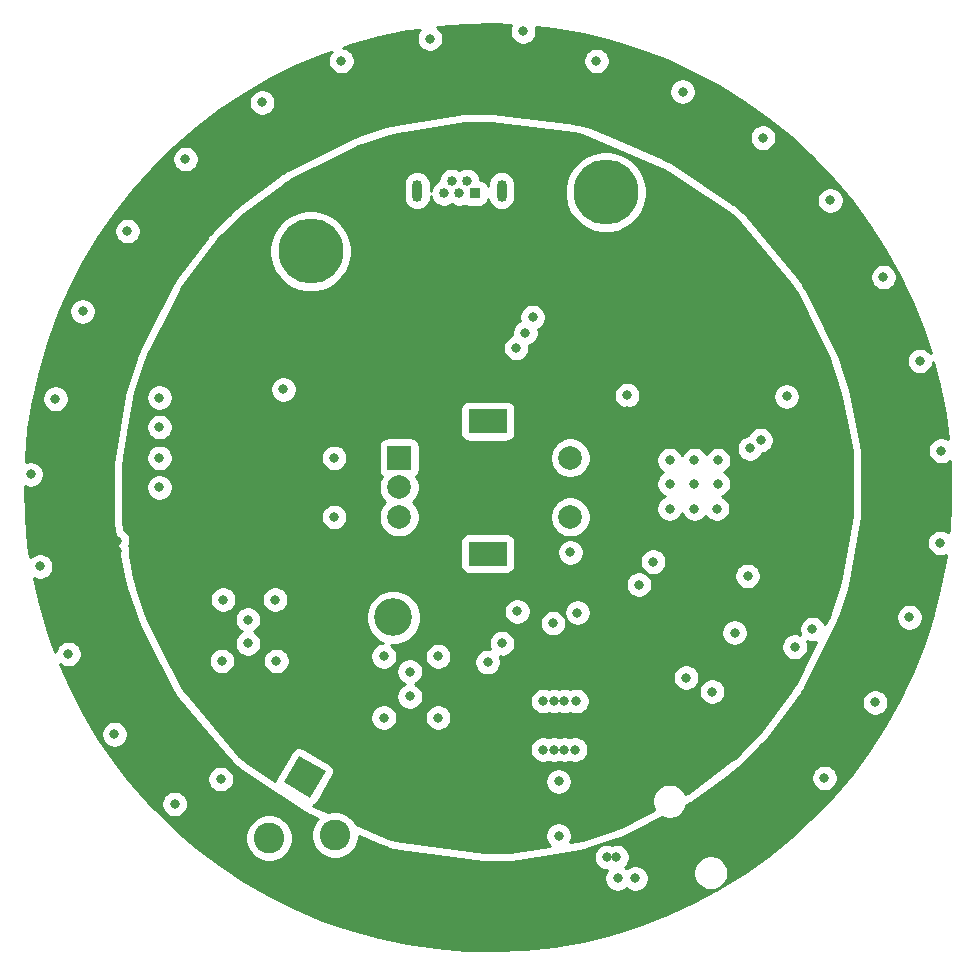
<source format=gbr>
%TF.GenerationSoftware,KiCad,Pcbnew,(5.1.9)-1*%
%TF.CreationDate,2021-08-26T18:25:25+02:00*%
%TF.ProjectId,nogasm,6e6f6761-736d-42e6-9b69-6361645f7063,rev?*%
%TF.SameCoordinates,Original*%
%TF.FileFunction,Copper,L3,Inr*%
%TF.FilePolarity,Positive*%
%FSLAX46Y46*%
G04 Gerber Fmt 4.6, Leading zero omitted, Abs format (unit mm)*
G04 Created by KiCad (PCBNEW (5.1.9)-1) date 2021-08-26 18:25:25*
%MOMM*%
%LPD*%
G01*
G04 APERTURE LIST*
%TA.AperFunction,ComponentPad*%
%ADD10O,0.850000X1.850000*%
%TD*%
%TA.AperFunction,ComponentPad*%
%ADD11C,0.840000*%
%TD*%
%TA.AperFunction,ComponentPad*%
%ADD12R,0.840000X0.840000*%
%TD*%
%TA.AperFunction,ComponentPad*%
%ADD13R,2.000000X2.000000*%
%TD*%
%TA.AperFunction,ComponentPad*%
%ADD14C,2.000000*%
%TD*%
%TA.AperFunction,ComponentPad*%
%ADD15R,3.200000X2.000000*%
%TD*%
%TA.AperFunction,ComponentPad*%
%ADD16C,2.600000*%
%TD*%
%TA.AperFunction,ComponentPad*%
%ADD17C,0.100000*%
%TD*%
%TA.AperFunction,ViaPad*%
%ADD18C,5.500000*%
%TD*%
%TA.AperFunction,ViaPad*%
%ADD19C,3.200000*%
%TD*%
%TA.AperFunction,ViaPad*%
%ADD20C,0.800000*%
%TD*%
%TA.AperFunction,Conductor*%
%ADD21C,0.254000*%
%TD*%
%TA.AperFunction,Conductor*%
%ADD22C,0.100000*%
%TD*%
G04 APERTURE END LIST*
D10*
%TO.N,GND*%
%TO.C,J3*%
X134025000Y-64880000D03*
X141175000Y-64880000D03*
D11*
X136300000Y-65100000D03*
%TO.N,Net-(J3-Pad4)*%
X136950000Y-64100000D03*
%TO.N,Net-(J3-Pad3)*%
X137600000Y-65100000D03*
%TO.N,Net-(J3-Pad2)*%
X138250000Y-64100000D03*
D12*
%TO.N,Net-(J3-Pad1)*%
X138900000Y-65100000D03*
%TD*%
D13*
%TO.N,/ENC_A*%
%TO.C,SW2*%
X132500000Y-87500000D03*
D14*
%TO.N,GND*%
X132500000Y-90000000D03*
%TO.N,/ENC_B*%
X132500000Y-92500000D03*
D15*
%TO.N,N/C*%
X140000000Y-84400000D03*
X140000000Y-95600000D03*
D14*
%TO.N,GND*%
X147000000Y-87500000D03*
%TO.N,/ENC_SW*%
X147000000Y-92500000D03*
%TD*%
D16*
%TO.N,N/C*%
%TO.C,J1*%
X127070319Y-119448076D03*
%TO.N,GND*%
X121500000Y-119696152D03*
%TA.AperFunction,ComponentPad*%
D17*
%TO.N,+12V*%
G36*
X122724167Y-114975833D02*
G01*
X124024167Y-112724167D01*
X126275833Y-114024167D01*
X124975833Y-116275833D01*
X122724167Y-114975833D01*
G37*
%TD.AperFunction*%
%TD*%
D18*
%TO.N,*%
X125000000Y-70000000D03*
D19*
X132000000Y-101000000D03*
D18*
X150000000Y-65000000D03*
D20*
%TO.N,GND*%
X112200000Y-90000000D03*
X112200000Y-87500000D03*
X112200000Y-84900000D03*
X119700000Y-103200000D03*
X119700000Y-101200000D03*
X133400000Y-105600000D03*
X133400000Y-107700000D03*
X135800000Y-109500000D03*
X131200000Y-109500000D03*
X135800000Y-104300000D03*
X131200000Y-104300000D03*
X117500000Y-104700000D03*
X122100000Y-104700000D03*
X122000000Y-99500000D03*
X117600000Y-99500000D03*
X157500000Y-91800000D03*
X157500000Y-87700000D03*
X157500000Y-89700000D03*
X159500000Y-89700000D03*
X155400000Y-89700000D03*
X155400000Y-91800000D03*
X159400000Y-91800000D03*
X159500000Y-87700000D03*
X155400000Y-87700000D03*
X168500000Y-114600000D03*
X172800000Y-108200000D03*
X175700000Y-101000000D03*
X178300000Y-94700000D03*
X178400000Y-86900000D03*
X176600000Y-79300000D03*
X173500000Y-72200000D03*
X169000000Y-65700000D03*
X163300000Y-60400000D03*
X156500000Y-56500000D03*
X149200000Y-53900000D03*
X143000000Y-51400000D03*
X135100000Y-52000000D03*
X127600000Y-53900000D03*
X120900000Y-57400000D03*
X114400000Y-62200000D03*
X109500000Y-68300000D03*
X105700000Y-75100000D03*
X103400000Y-82500000D03*
X101300000Y-88900000D03*
X102100000Y-96700000D03*
X104500000Y-104100000D03*
X108400000Y-110900000D03*
X113500000Y-116800000D03*
X122700000Y-81700000D03*
X151800000Y-82200000D03*
X165300000Y-82300000D03*
X152800000Y-98225000D03*
X156800000Y-106100000D03*
X159000000Y-107300000D03*
X151000000Y-123100000D03*
X152500000Y-123100000D03*
X150900000Y-121300000D03*
X150100000Y-121300000D03*
X141200000Y-103200000D03*
X147600000Y-100600000D03*
X127000000Y-92500000D03*
X127000000Y-87500000D03*
X140000000Y-104800000D03*
X112200000Y-82400000D03*
X144700000Y-108100000D03*
X145600000Y-108100000D03*
X146500000Y-108100000D03*
X147500000Y-108100000D03*
X144700000Y-112200000D03*
X145600000Y-112200000D03*
X146500000Y-112200000D03*
X147400000Y-112200000D03*
X142400000Y-78200000D03*
%TO.N,+3V3*%
X151800000Y-83500000D03*
X143500000Y-118600000D03*
X143500000Y-119400000D03*
X143500000Y-120200000D03*
X137300000Y-111700000D03*
X138200000Y-111700000D03*
X137300000Y-112600000D03*
X138200000Y-112600000D03*
X137300000Y-113500000D03*
X138200000Y-113500000D03*
X137300000Y-114400000D03*
X138200000Y-114400000D03*
X143000000Y-102000000D03*
X151100000Y-102100000D03*
X143200000Y-73100000D03*
X143200000Y-74400000D03*
X134300000Y-78200000D03*
%TO.N,+5V*%
X113400000Y-111500000D03*
X109500000Y-105500000D03*
X107200000Y-99200000D03*
X105800000Y-92600000D03*
X106300000Y-85600000D03*
X107800000Y-78600000D03*
X110600000Y-72800000D03*
X114600000Y-67400000D03*
X120000000Y-62600000D03*
X125900000Y-59200000D03*
X131700000Y-57100000D03*
X146000000Y-56700000D03*
X152900000Y-58600000D03*
X158000000Y-61500000D03*
X163700000Y-65800000D03*
X168300000Y-71200000D03*
X171600000Y-77600000D03*
X173200000Y-83300000D03*
X173700000Y-90500000D03*
X172600000Y-97400000D03*
X170400000Y-104300000D03*
X166900000Y-110500000D03*
X162900000Y-114600000D03*
X138800000Y-56400000D03*
X107700000Y-94500000D03*
X108600000Y-94500000D03*
X108600000Y-95400000D03*
X108600000Y-96300000D03*
X107700000Y-96300000D03*
X107700000Y-95400000D03*
X106800000Y-95400000D03*
X106800000Y-96300000D03*
X106800000Y-97200000D03*
X107700000Y-97200000D03*
X108600000Y-97200000D03*
X106800000Y-94500000D03*
%TO.N,/ENC_A*%
X147000000Y-95500000D03*
%TO.N,/ENC_B*%
X162000000Y-97500000D03*
%TO.N,/LED*%
X160900000Y-102300000D03*
X117400000Y-114700000D03*
%TO.N,Net-(R1-Pad1)*%
X146000000Y-119500000D03*
X146000000Y-114900000D03*
%TO.N,/Motor*%
X166000000Y-103500000D03*
X167499962Y-102000000D03*
%TO.N,/ENC_SW*%
X154000000Y-96300000D03*
%TO.N,Net-(RV1-Pad2)*%
X142500000Y-100500000D03*
X145530002Y-101500000D03*
%TO.N,/TX_ESP*%
X163100000Y-86000000D03*
X143800000Y-75600000D03*
%TO.N,/RX_ESP*%
X143200000Y-76900000D03*
X162200000Y-86700000D03*
%TD*%
D21*
%TO.N,+5V*%
X141998636Y-50872515D02*
X141916310Y-51071266D01*
X141873000Y-51289000D01*
X141873000Y-51511000D01*
X141916310Y-51728734D01*
X142001266Y-51933835D01*
X142124602Y-52118421D01*
X142281579Y-52275398D01*
X142466165Y-52398734D01*
X142671266Y-52483690D01*
X142889000Y-52527000D01*
X143111000Y-52527000D01*
X143328734Y-52483690D01*
X143533835Y-52398734D01*
X143718421Y-52275398D01*
X143875398Y-52118421D01*
X143998734Y-51933835D01*
X144083690Y-51728734D01*
X144127000Y-51511000D01*
X144127000Y-51289000D01*
X144083690Y-51071266D01*
X144067625Y-51032483D01*
X145578457Y-51200979D01*
X148028012Y-51632902D01*
X150445241Y-52219315D01*
X152820410Y-52957858D01*
X155143956Y-53845556D01*
X157406523Y-54878836D01*
X159599000Y-56053536D01*
X161712559Y-57364927D01*
X163738689Y-58807727D01*
X165669231Y-60376128D01*
X167496413Y-62063814D01*
X169212876Y-63863989D01*
X170811709Y-65769404D01*
X172286475Y-67772387D01*
X173631234Y-69864874D01*
X174840572Y-72038437D01*
X175909619Y-74284325D01*
X176834071Y-76593494D01*
X177498258Y-78615792D01*
X177475398Y-78581579D01*
X177318421Y-78424602D01*
X177133835Y-78301266D01*
X176928734Y-78216310D01*
X176711000Y-78173000D01*
X176489000Y-78173000D01*
X176271266Y-78216310D01*
X176066165Y-78301266D01*
X175881579Y-78424602D01*
X175724602Y-78581579D01*
X175601266Y-78766165D01*
X175516310Y-78971266D01*
X175473000Y-79189000D01*
X175473000Y-79411000D01*
X175516310Y-79628734D01*
X175601266Y-79833835D01*
X175724602Y-80018421D01*
X175881579Y-80175398D01*
X176066165Y-80298734D01*
X176271266Y-80383690D01*
X176489000Y-80427000D01*
X176711000Y-80427000D01*
X176928734Y-80383690D01*
X177133835Y-80298734D01*
X177318421Y-80175398D01*
X177475398Y-80018421D01*
X177598734Y-79833835D01*
X177683690Y-79628734D01*
X177727000Y-79411000D01*
X177727000Y-79406783D01*
X178234897Y-81364268D01*
X178705630Y-83806661D01*
X178976587Y-85929832D01*
X178933835Y-85901266D01*
X178728734Y-85816310D01*
X178511000Y-85773000D01*
X178289000Y-85773000D01*
X178071266Y-85816310D01*
X177866165Y-85901266D01*
X177681579Y-86024602D01*
X177524602Y-86181579D01*
X177401266Y-86366165D01*
X177316310Y-86571266D01*
X177273000Y-86789000D01*
X177273000Y-87011000D01*
X177316310Y-87228734D01*
X177401266Y-87433835D01*
X177524602Y-87618421D01*
X177681579Y-87775398D01*
X177866165Y-87898734D01*
X178071266Y-87983690D01*
X178289000Y-88027000D01*
X178511000Y-88027000D01*
X178728734Y-87983690D01*
X178933835Y-87898734D01*
X179116027Y-87776998D01*
X179178265Y-88756328D01*
X179178265Y-91243672D01*
X179020508Y-93726007D01*
X179008750Y-93818140D01*
X178833835Y-93701266D01*
X178628734Y-93616310D01*
X178411000Y-93573000D01*
X178189000Y-93573000D01*
X177971266Y-93616310D01*
X177766165Y-93701266D01*
X177581579Y-93824602D01*
X177424602Y-93981579D01*
X177301266Y-94166165D01*
X177216310Y-94371266D01*
X177173000Y-94589000D01*
X177173000Y-94811000D01*
X177216310Y-95028734D01*
X177301266Y-95233835D01*
X177424602Y-95418421D01*
X177581579Y-95575398D01*
X177766165Y-95698734D01*
X177971266Y-95783690D01*
X178189000Y-95827000D01*
X178411000Y-95827000D01*
X178628734Y-95783690D01*
X178765118Y-95727197D01*
X178705630Y-96193339D01*
X178234897Y-98635732D01*
X177610206Y-101043353D01*
X176834071Y-103406506D01*
X175909619Y-105715675D01*
X174840572Y-107961563D01*
X173631234Y-110135126D01*
X172286475Y-112227613D01*
X170811709Y-114230596D01*
X169212876Y-116136011D01*
X167496413Y-117936186D01*
X165669231Y-119623872D01*
X163738689Y-121192273D01*
X161712559Y-122635073D01*
X159599000Y-123946464D01*
X157406523Y-125121164D01*
X155143956Y-126154444D01*
X152820410Y-127042142D01*
X150445241Y-127780685D01*
X148028012Y-128367098D01*
X145578457Y-128799021D01*
X143106440Y-129074714D01*
X140621914Y-129193066D01*
X138134884Y-129153602D01*
X135655364Y-128956480D01*
X133193339Y-128602494D01*
X130758721Y-128093070D01*
X128361315Y-127430258D01*
X126010774Y-126616728D01*
X123716562Y-125655755D01*
X121487918Y-124551209D01*
X119333816Y-123307537D01*
X117262929Y-121929748D01*
X115283597Y-120423389D01*
X114213922Y-119496510D01*
X119473000Y-119496510D01*
X119473000Y-119895794D01*
X119550896Y-120287406D01*
X119703696Y-120656297D01*
X119925526Y-120988289D01*
X120207863Y-121270626D01*
X120539855Y-121492456D01*
X120908746Y-121645256D01*
X121300358Y-121723152D01*
X121699642Y-121723152D01*
X122091254Y-121645256D01*
X122460145Y-121492456D01*
X122792137Y-121270626D01*
X123074474Y-120988289D01*
X123296304Y-120656297D01*
X123449104Y-120287406D01*
X123527000Y-119895794D01*
X123527000Y-119496510D01*
X123449104Y-119104898D01*
X123296304Y-118736007D01*
X123074474Y-118404015D01*
X122792137Y-118121678D01*
X122460145Y-117899848D01*
X122091254Y-117747048D01*
X121699642Y-117669152D01*
X121300358Y-117669152D01*
X120908746Y-117747048D01*
X120539855Y-117899848D01*
X120207863Y-118121678D01*
X119925526Y-118404015D01*
X119703696Y-118736007D01*
X119550896Y-119104898D01*
X119473000Y-119496510D01*
X114213922Y-119496510D01*
X113403788Y-118794526D01*
X111631073Y-117049717D01*
X111308349Y-116689000D01*
X112373000Y-116689000D01*
X112373000Y-116911000D01*
X112416310Y-117128734D01*
X112501266Y-117333835D01*
X112624602Y-117518421D01*
X112781579Y-117675398D01*
X112966165Y-117798734D01*
X113171266Y-117883690D01*
X113389000Y-117927000D01*
X113611000Y-117927000D01*
X113828734Y-117883690D01*
X114033835Y-117798734D01*
X114218421Y-117675398D01*
X114375398Y-117518421D01*
X114498734Y-117333835D01*
X114583690Y-117128734D01*
X114627000Y-116911000D01*
X114627000Y-116689000D01*
X114583690Y-116471266D01*
X114498734Y-116266165D01*
X114375398Y-116081579D01*
X114218421Y-115924602D01*
X114033835Y-115801266D01*
X113828734Y-115716310D01*
X113611000Y-115673000D01*
X113389000Y-115673000D01*
X113171266Y-115716310D01*
X112966165Y-115801266D01*
X112781579Y-115924602D01*
X112624602Y-116081579D01*
X112501266Y-116266165D01*
X112416310Y-116471266D01*
X112373000Y-116689000D01*
X111308349Y-116689000D01*
X109972590Y-115195989D01*
X109495249Y-114589000D01*
X116273000Y-114589000D01*
X116273000Y-114811000D01*
X116316310Y-115028734D01*
X116401266Y-115233835D01*
X116524602Y-115418421D01*
X116681579Y-115575398D01*
X116866165Y-115698734D01*
X117071266Y-115783690D01*
X117289000Y-115827000D01*
X117511000Y-115827000D01*
X117728734Y-115783690D01*
X117933835Y-115698734D01*
X118118421Y-115575398D01*
X118275398Y-115418421D01*
X118398734Y-115233835D01*
X118483690Y-115028734D01*
X118527000Y-114811000D01*
X118527000Y-114589000D01*
X118483690Y-114371266D01*
X118398734Y-114166165D01*
X118275398Y-113981579D01*
X118118421Y-113824602D01*
X117933835Y-113701266D01*
X117728734Y-113616310D01*
X117511000Y-113573000D01*
X117289000Y-113573000D01*
X117071266Y-113616310D01*
X116866165Y-113701266D01*
X116681579Y-113824602D01*
X116524602Y-113981579D01*
X116401266Y-114166165D01*
X116316310Y-114371266D01*
X116273000Y-114589000D01*
X109495249Y-114589000D01*
X108435016Y-113240805D01*
X107024544Y-111192039D01*
X106783244Y-110789000D01*
X107273000Y-110789000D01*
X107273000Y-111011000D01*
X107316310Y-111228734D01*
X107401266Y-111433835D01*
X107524602Y-111618421D01*
X107681579Y-111775398D01*
X107866165Y-111898734D01*
X108071266Y-111983690D01*
X108289000Y-112027000D01*
X108511000Y-112027000D01*
X108728734Y-111983690D01*
X108933835Y-111898734D01*
X109118421Y-111775398D01*
X109275398Y-111618421D01*
X109398734Y-111433835D01*
X109483690Y-111228734D01*
X109527000Y-111011000D01*
X109527000Y-110789000D01*
X109483690Y-110571266D01*
X109398734Y-110366165D01*
X109275398Y-110181579D01*
X109118421Y-110024602D01*
X108933835Y-109901266D01*
X108728734Y-109816310D01*
X108511000Y-109773000D01*
X108289000Y-109773000D01*
X108071266Y-109816310D01*
X107866165Y-109901266D01*
X107681579Y-110024602D01*
X107524602Y-110181579D01*
X107401266Y-110366165D01*
X107316310Y-110571266D01*
X107273000Y-110789000D01*
X106783244Y-110789000D01*
X105746852Y-109057940D01*
X104607086Y-106847101D01*
X103790574Y-104981408D01*
X103966165Y-105098734D01*
X104171266Y-105183690D01*
X104389000Y-105227000D01*
X104611000Y-105227000D01*
X104828734Y-105183690D01*
X105033835Y-105098734D01*
X105218421Y-104975398D01*
X105375398Y-104818421D01*
X105498734Y-104633835D01*
X105583690Y-104428734D01*
X105627000Y-104211000D01*
X105627000Y-103989000D01*
X105583690Y-103771266D01*
X105498734Y-103566165D01*
X105375398Y-103381579D01*
X105218421Y-103224602D01*
X105033835Y-103101266D01*
X104828734Y-103016310D01*
X104611000Y-102973000D01*
X104389000Y-102973000D01*
X104171266Y-103016310D01*
X103966165Y-103101266D01*
X103781579Y-103224602D01*
X103624602Y-103381579D01*
X103501266Y-103566165D01*
X103416310Y-103771266D01*
X103382167Y-103942915D01*
X102759112Y-102231087D01*
X102058347Y-99844499D01*
X101574483Y-97702179D01*
X101771266Y-97783690D01*
X101989000Y-97827000D01*
X102211000Y-97827000D01*
X102428734Y-97783690D01*
X102633835Y-97698734D01*
X102818421Y-97575398D01*
X102975398Y-97418421D01*
X103098734Y-97233835D01*
X103183690Y-97028734D01*
X103227000Y-96811000D01*
X103227000Y-96589000D01*
X103183690Y-96371266D01*
X103098734Y-96166165D01*
X102975398Y-95981579D01*
X102818421Y-95824602D01*
X102633835Y-95701266D01*
X102428734Y-95616310D01*
X102211000Y-95573000D01*
X101989000Y-95573000D01*
X101771266Y-95616310D01*
X101566165Y-95701266D01*
X101381579Y-95824602D01*
X101272765Y-95933416D01*
X101117355Y-94962171D01*
X100880918Y-92486091D01*
X100802000Y-90000000D01*
X100804708Y-89914699D01*
X100971266Y-89983690D01*
X101189000Y-90027000D01*
X101411000Y-90027000D01*
X101628734Y-89983690D01*
X101833835Y-89898734D01*
X102018421Y-89775398D01*
X102175398Y-89618421D01*
X102298734Y-89433835D01*
X102383690Y-89228734D01*
X102427000Y-89011000D01*
X102427000Y-88789000D01*
X102383690Y-88571266D01*
X102318471Y-88413813D01*
X108273000Y-88413813D01*
X108273000Y-92504902D01*
X108273885Y-92540763D01*
X108298218Y-93033452D01*
X108305286Y-93104829D01*
X108378050Y-93592721D01*
X108384215Y-93628059D01*
X109226069Y-97837332D01*
X109236306Y-97881354D01*
X109395793Y-98481912D01*
X109408745Y-98525212D01*
X110197939Y-100892794D01*
X110206527Y-100917111D01*
X110330546Y-101249389D01*
X110350280Y-101297030D01*
X110497541Y-101619681D01*
X110508663Y-101642949D01*
X113090228Y-106806078D01*
X113103230Y-106830876D01*
X113288566Y-107168394D01*
X113317383Y-107216395D01*
X113528143Y-107538650D01*
X113560568Y-107584289D01*
X113795501Y-107889370D01*
X113813009Y-107911222D01*
X117977267Y-112908331D01*
X118000247Y-112934598D01*
X118324816Y-113288104D01*
X118374419Y-113337179D01*
X118731383Y-113657941D01*
X118785465Y-113702036D01*
X119171537Y-113987097D01*
X119200102Y-114007147D01*
X124214772Y-117350260D01*
X124242875Y-117368080D01*
X124634852Y-117604230D01*
X124693357Y-117635922D01*
X125105284Y-117835246D01*
X125135564Y-117849051D01*
X125602582Y-118049202D01*
X125495845Y-118155939D01*
X125274015Y-118487931D01*
X125121215Y-118856822D01*
X125043319Y-119248434D01*
X125043319Y-119647718D01*
X125121215Y-120039330D01*
X125274015Y-120408221D01*
X125495845Y-120740213D01*
X125778182Y-121022550D01*
X126110174Y-121244380D01*
X126479065Y-121397180D01*
X126870677Y-121475076D01*
X127269961Y-121475076D01*
X127661573Y-121397180D01*
X128030464Y-121244380D01*
X128362456Y-121022550D01*
X128644793Y-120740213D01*
X128866623Y-120408221D01*
X129019423Y-120039330D01*
X129097319Y-119647718D01*
X129097319Y-119546946D01*
X131064725Y-120390120D01*
X131096270Y-120402775D01*
X131534006Y-120566609D01*
X131598696Y-120587430D01*
X132049817Y-120709674D01*
X132116170Y-120724363D01*
X132576736Y-120803949D01*
X132610354Y-120808952D01*
X139600942Y-121682775D01*
X139645941Y-121686984D01*
X140266115Y-121725595D01*
X140311289Y-121727000D01*
X141586187Y-121727000D01*
X141616195Y-121726380D01*
X142028598Y-121709343D01*
X142088406Y-121704394D01*
X142497998Y-121653401D01*
X142527700Y-121649078D01*
X145288167Y-121189000D01*
X148973000Y-121189000D01*
X148973000Y-121411000D01*
X149016310Y-121628734D01*
X149101266Y-121833835D01*
X149224602Y-122018421D01*
X149381579Y-122175398D01*
X149566165Y-122298734D01*
X149771266Y-122383690D01*
X149989000Y-122427000D01*
X150094253Y-122427000D01*
X150001266Y-122566165D01*
X149916310Y-122771266D01*
X149873000Y-122989000D01*
X149873000Y-123211000D01*
X149916310Y-123428734D01*
X150001266Y-123633835D01*
X150124602Y-123818421D01*
X150281579Y-123975398D01*
X150466165Y-124098734D01*
X150671266Y-124183690D01*
X150889000Y-124227000D01*
X151111000Y-124227000D01*
X151328734Y-124183690D01*
X151533835Y-124098734D01*
X151718421Y-123975398D01*
X151750000Y-123943819D01*
X151781579Y-123975398D01*
X151966165Y-124098734D01*
X152171266Y-124183690D01*
X152389000Y-124227000D01*
X152611000Y-124227000D01*
X152828734Y-124183690D01*
X153033835Y-124098734D01*
X153218421Y-123975398D01*
X153375398Y-123818421D01*
X153498734Y-123633835D01*
X153583690Y-123428734D01*
X153627000Y-123211000D01*
X153627000Y-122989000D01*
X153583690Y-122771266D01*
X153498734Y-122566165D01*
X153447709Y-122489799D01*
X157410500Y-122489799D01*
X157410500Y-122780743D01*
X157467260Y-123066096D01*
X157578599Y-123334893D01*
X157740239Y-123576804D01*
X157945967Y-123782532D01*
X158187878Y-123944172D01*
X158456675Y-124055511D01*
X158742028Y-124112271D01*
X159032972Y-124112271D01*
X159318325Y-124055511D01*
X159587122Y-123944172D01*
X159829033Y-123782532D01*
X160034761Y-123576804D01*
X160196401Y-123334893D01*
X160307740Y-123066096D01*
X160364500Y-122780743D01*
X160364500Y-122489799D01*
X160307740Y-122204446D01*
X160196401Y-121935649D01*
X160034761Y-121693738D01*
X159829033Y-121488010D01*
X159587122Y-121326370D01*
X159318325Y-121215031D01*
X159032972Y-121158271D01*
X158742028Y-121158271D01*
X158456675Y-121215031D01*
X158187878Y-121326370D01*
X157945967Y-121488010D01*
X157740239Y-121693738D01*
X157578599Y-121935649D01*
X157467260Y-122204446D01*
X157410500Y-122489799D01*
X153447709Y-122489799D01*
X153375398Y-122381579D01*
X153218421Y-122224602D01*
X153033835Y-122101266D01*
X152828734Y-122016310D01*
X152611000Y-121973000D01*
X152389000Y-121973000D01*
X152171266Y-122016310D01*
X151966165Y-122101266D01*
X151781579Y-122224602D01*
X151750000Y-122256181D01*
X151718421Y-122224602D01*
X151628980Y-122164839D01*
X151775398Y-122018421D01*
X151898734Y-121833835D01*
X151983690Y-121628734D01*
X152027000Y-121411000D01*
X152027000Y-121189000D01*
X151983690Y-120971266D01*
X151898734Y-120766165D01*
X151775398Y-120581579D01*
X151618421Y-120424602D01*
X151433835Y-120301266D01*
X151228734Y-120216310D01*
X151011000Y-120173000D01*
X150789000Y-120173000D01*
X150571266Y-120216310D01*
X150500000Y-120245829D01*
X150428734Y-120216310D01*
X150211000Y-120173000D01*
X149989000Y-120173000D01*
X149771266Y-120216310D01*
X149566165Y-120301266D01*
X149381579Y-120424602D01*
X149224602Y-120581579D01*
X149101266Y-120766165D01*
X149016310Y-120971266D01*
X148973000Y-121189000D01*
X145288167Y-121189000D01*
X147732549Y-120781603D01*
X147760526Y-120776376D01*
X148143791Y-120696967D01*
X148199022Y-120683249D01*
X148574901Y-120574105D01*
X148602073Y-120565635D01*
X150892794Y-119802061D01*
X150917111Y-119793473D01*
X151249389Y-119669454D01*
X151297030Y-119649720D01*
X151619681Y-119502459D01*
X151642949Y-119491337D01*
X154782909Y-117921357D01*
X154956675Y-117993333D01*
X155242028Y-118050093D01*
X155532972Y-118050093D01*
X155818325Y-117993333D01*
X156087122Y-117881994D01*
X156329033Y-117720354D01*
X156534761Y-117514626D01*
X156696401Y-117272715D01*
X156807740Y-117003918D01*
X156828718Y-116898452D01*
X156921872Y-116851875D01*
X156950772Y-116836603D01*
X157343359Y-116617721D01*
X157398952Y-116583363D01*
X157770297Y-116330109D01*
X157796880Y-116311090D01*
X160226333Y-114489000D01*
X167373000Y-114489000D01*
X167373000Y-114711000D01*
X167416310Y-114928734D01*
X167501266Y-115133835D01*
X167624602Y-115318421D01*
X167781579Y-115475398D01*
X167966165Y-115598734D01*
X168171266Y-115683690D01*
X168389000Y-115727000D01*
X168611000Y-115727000D01*
X168828734Y-115683690D01*
X169033835Y-115598734D01*
X169218421Y-115475398D01*
X169375398Y-115318421D01*
X169498734Y-115133835D01*
X169583690Y-114928734D01*
X169627000Y-114711000D01*
X169627000Y-114489000D01*
X169583690Y-114271266D01*
X169498734Y-114066165D01*
X169375398Y-113881579D01*
X169218421Y-113724602D01*
X169033835Y-113601266D01*
X168828734Y-113516310D01*
X168611000Y-113473000D01*
X168389000Y-113473000D01*
X168171266Y-113516310D01*
X167966165Y-113601266D01*
X167781579Y-113724602D01*
X167624602Y-113881579D01*
X167501266Y-114066165D01*
X167416310Y-114271266D01*
X167373000Y-114489000D01*
X160226333Y-114489000D01*
X161151929Y-113794803D01*
X161172283Y-113778966D01*
X161448291Y-113556236D01*
X161487247Y-113522449D01*
X161746773Y-113280713D01*
X161765330Y-113262804D01*
X163262804Y-111765330D01*
X163280713Y-111746773D01*
X163522449Y-111487247D01*
X163556236Y-111448291D01*
X163778966Y-111172283D01*
X163794803Y-111151929D01*
X166091999Y-108089000D01*
X171673000Y-108089000D01*
X171673000Y-108311000D01*
X171716310Y-108528734D01*
X171801266Y-108733835D01*
X171924602Y-108918421D01*
X172081579Y-109075398D01*
X172266165Y-109198734D01*
X172471266Y-109283690D01*
X172689000Y-109327000D01*
X172911000Y-109327000D01*
X173128734Y-109283690D01*
X173333835Y-109198734D01*
X173518421Y-109075398D01*
X173675398Y-108918421D01*
X173798734Y-108733835D01*
X173883690Y-108528734D01*
X173927000Y-108311000D01*
X173927000Y-108089000D01*
X173883690Y-107871266D01*
X173798734Y-107666165D01*
X173675398Y-107481579D01*
X173518421Y-107324602D01*
X173333835Y-107201266D01*
X173128734Y-107116310D01*
X172911000Y-107073000D01*
X172689000Y-107073000D01*
X172471266Y-107116310D01*
X172266165Y-107201266D01*
X172081579Y-107324602D01*
X171924602Y-107481579D01*
X171801266Y-107666165D01*
X171716310Y-107871266D01*
X171673000Y-108089000D01*
X166091999Y-108089000D01*
X166311090Y-107796880D01*
X166330109Y-107770297D01*
X166583363Y-107398952D01*
X166617721Y-107343359D01*
X166836603Y-106950772D01*
X166851875Y-106921872D01*
X169491337Y-101642949D01*
X169502459Y-101619681D01*
X169649720Y-101297030D01*
X169669454Y-101249389D01*
X169793473Y-100917111D01*
X169802061Y-100892794D01*
X169803325Y-100889000D01*
X174573000Y-100889000D01*
X174573000Y-101111000D01*
X174616310Y-101328734D01*
X174701266Y-101533835D01*
X174824602Y-101718421D01*
X174981579Y-101875398D01*
X175166165Y-101998734D01*
X175371266Y-102083690D01*
X175589000Y-102127000D01*
X175811000Y-102127000D01*
X176028734Y-102083690D01*
X176233835Y-101998734D01*
X176418421Y-101875398D01*
X176575398Y-101718421D01*
X176698734Y-101533835D01*
X176783690Y-101328734D01*
X176827000Y-101111000D01*
X176827000Y-100889000D01*
X176783690Y-100671266D01*
X176698734Y-100466165D01*
X176575398Y-100281579D01*
X176418421Y-100124602D01*
X176233835Y-100001266D01*
X176028734Y-99916310D01*
X175811000Y-99873000D01*
X175589000Y-99873000D01*
X175371266Y-99916310D01*
X175166165Y-100001266D01*
X174981579Y-100124602D01*
X174824602Y-100281579D01*
X174701266Y-100466165D01*
X174616310Y-100671266D01*
X174573000Y-100889000D01*
X169803325Y-100889000D01*
X170565635Y-98602073D01*
X170574105Y-98574901D01*
X170683249Y-98199022D01*
X170696967Y-98143791D01*
X170776376Y-97760526D01*
X170781603Y-97732549D01*
X171649078Y-92527700D01*
X171653401Y-92497998D01*
X171704394Y-92088406D01*
X171709343Y-92028598D01*
X171726380Y-91616195D01*
X171727000Y-91586187D01*
X171727000Y-87495098D01*
X171726115Y-87459237D01*
X171701782Y-86966548D01*
X171694714Y-86895171D01*
X171621950Y-86407279D01*
X171615785Y-86371941D01*
X170773931Y-82162668D01*
X170763694Y-82118646D01*
X170604207Y-81518088D01*
X170591255Y-81474788D01*
X169802061Y-79107206D01*
X169793473Y-79082889D01*
X169669454Y-78750611D01*
X169649720Y-78702970D01*
X169502459Y-78380319D01*
X169491337Y-78357051D01*
X166909772Y-73193922D01*
X166896770Y-73169124D01*
X166711434Y-72831606D01*
X166682617Y-72783605D01*
X166471857Y-72461350D01*
X166439432Y-72415711D01*
X166204499Y-72110630D01*
X166187169Y-72089000D01*
X172373000Y-72089000D01*
X172373000Y-72311000D01*
X172416310Y-72528734D01*
X172501266Y-72733835D01*
X172624602Y-72918421D01*
X172781579Y-73075398D01*
X172966165Y-73198734D01*
X173171266Y-73283690D01*
X173389000Y-73327000D01*
X173611000Y-73327000D01*
X173828734Y-73283690D01*
X174033835Y-73198734D01*
X174218421Y-73075398D01*
X174375398Y-72918421D01*
X174498734Y-72733835D01*
X174583690Y-72528734D01*
X174627000Y-72311000D01*
X174627000Y-72089000D01*
X174583690Y-71871266D01*
X174498734Y-71666165D01*
X174375398Y-71481579D01*
X174218421Y-71324602D01*
X174033835Y-71201266D01*
X173828734Y-71116310D01*
X173611000Y-71073000D01*
X173389000Y-71073000D01*
X173171266Y-71116310D01*
X172966165Y-71201266D01*
X172781579Y-71324602D01*
X172624602Y-71481579D01*
X172501266Y-71666165D01*
X172416310Y-71871266D01*
X172373000Y-72089000D01*
X166187169Y-72089000D01*
X166186991Y-72088778D01*
X162022733Y-67091669D01*
X161999753Y-67065402D01*
X161675184Y-66711896D01*
X161625581Y-66662821D01*
X161268617Y-66342059D01*
X161214535Y-66297964D01*
X160828463Y-66012903D01*
X160799898Y-65992853D01*
X160194119Y-65589000D01*
X167873000Y-65589000D01*
X167873000Y-65811000D01*
X167916310Y-66028734D01*
X168001266Y-66233835D01*
X168124602Y-66418421D01*
X168281579Y-66575398D01*
X168466165Y-66698734D01*
X168671266Y-66783690D01*
X168889000Y-66827000D01*
X169111000Y-66827000D01*
X169328734Y-66783690D01*
X169533835Y-66698734D01*
X169718421Y-66575398D01*
X169875398Y-66418421D01*
X169998734Y-66233835D01*
X170083690Y-66028734D01*
X170127000Y-65811000D01*
X170127000Y-65589000D01*
X170083690Y-65371266D01*
X169998734Y-65166165D01*
X169875398Y-64981579D01*
X169718421Y-64824602D01*
X169533835Y-64701266D01*
X169328734Y-64616310D01*
X169111000Y-64573000D01*
X168889000Y-64573000D01*
X168671266Y-64616310D01*
X168466165Y-64701266D01*
X168281579Y-64824602D01*
X168124602Y-64981579D01*
X168001266Y-65166165D01*
X167916310Y-65371266D01*
X167873000Y-65589000D01*
X160194119Y-65589000D01*
X155785228Y-62649740D01*
X155757125Y-62631920D01*
X155365148Y-62395770D01*
X155306643Y-62364078D01*
X154894716Y-62164754D01*
X154864436Y-62150949D01*
X150519889Y-60289000D01*
X162173000Y-60289000D01*
X162173000Y-60511000D01*
X162216310Y-60728734D01*
X162301266Y-60933835D01*
X162424602Y-61118421D01*
X162581579Y-61275398D01*
X162766165Y-61398734D01*
X162971266Y-61483690D01*
X163189000Y-61527000D01*
X163411000Y-61527000D01*
X163628734Y-61483690D01*
X163833835Y-61398734D01*
X164018421Y-61275398D01*
X164175398Y-61118421D01*
X164298734Y-60933835D01*
X164383690Y-60728734D01*
X164427000Y-60511000D01*
X164427000Y-60289000D01*
X164383690Y-60071266D01*
X164298734Y-59866165D01*
X164175398Y-59681579D01*
X164018421Y-59524602D01*
X163833835Y-59401266D01*
X163628734Y-59316310D01*
X163411000Y-59273000D01*
X163189000Y-59273000D01*
X162971266Y-59316310D01*
X162766165Y-59401266D01*
X162581579Y-59524602D01*
X162424602Y-59681579D01*
X162301266Y-59866165D01*
X162216310Y-60071266D01*
X162173000Y-60289000D01*
X150519889Y-60289000D01*
X148935275Y-59609880D01*
X148903730Y-59597225D01*
X148465994Y-59433391D01*
X148401304Y-59412570D01*
X147950183Y-59290326D01*
X147883830Y-59275637D01*
X147423264Y-59196051D01*
X147389646Y-59191048D01*
X140399058Y-58317225D01*
X140354059Y-58313016D01*
X139733885Y-58274405D01*
X139688711Y-58273000D01*
X138413813Y-58273000D01*
X138383805Y-58273620D01*
X137971402Y-58290657D01*
X137911594Y-58295606D01*
X137502002Y-58346599D01*
X137472300Y-58350922D01*
X132267451Y-59218397D01*
X132239474Y-59223624D01*
X131856209Y-59303033D01*
X131800978Y-59316751D01*
X131425099Y-59425895D01*
X131397927Y-59434365D01*
X129107206Y-60197939D01*
X129082889Y-60206527D01*
X128750611Y-60330546D01*
X128702970Y-60350280D01*
X128380319Y-60497541D01*
X128357051Y-60508663D01*
X123078128Y-63148125D01*
X123049228Y-63163397D01*
X122656641Y-63382279D01*
X122601048Y-63416637D01*
X122229703Y-63669891D01*
X122203120Y-63688910D01*
X118848071Y-66205197D01*
X118827717Y-66221034D01*
X118551709Y-66443764D01*
X118512753Y-66477551D01*
X118253227Y-66719287D01*
X118234670Y-66737196D01*
X116737196Y-68234670D01*
X116719287Y-68253227D01*
X116477551Y-68512753D01*
X116443764Y-68551709D01*
X116221034Y-68827717D01*
X116205197Y-68848071D01*
X113688910Y-72203120D01*
X113669891Y-72229703D01*
X113416637Y-72601048D01*
X113382279Y-72656641D01*
X113163397Y-73049228D01*
X113148125Y-73078128D01*
X110508663Y-78357051D01*
X110497541Y-78380319D01*
X110350280Y-78702970D01*
X110330546Y-78750611D01*
X110206527Y-79082889D01*
X110197939Y-79107206D01*
X109434365Y-81397927D01*
X109425895Y-81425099D01*
X109316751Y-81800978D01*
X109303033Y-81856209D01*
X109223624Y-82239474D01*
X109218397Y-82267451D01*
X108350922Y-87472300D01*
X108346599Y-87502002D01*
X108295606Y-87911594D01*
X108290657Y-87971402D01*
X108273620Y-88383805D01*
X108273000Y-88413813D01*
X102318471Y-88413813D01*
X102298734Y-88366165D01*
X102175398Y-88181579D01*
X102018421Y-88024602D01*
X101833835Y-87901266D01*
X101628734Y-87816310D01*
X101411000Y-87773000D01*
X101189000Y-87773000D01*
X100971266Y-87816310D01*
X100869987Y-87858261D01*
X100880918Y-87513909D01*
X101117355Y-85037829D01*
X101510359Y-82581730D01*
X101553888Y-82389000D01*
X102273000Y-82389000D01*
X102273000Y-82611000D01*
X102316310Y-82828734D01*
X102401266Y-83033835D01*
X102524602Y-83218421D01*
X102681579Y-83375398D01*
X102866165Y-83498734D01*
X103071266Y-83583690D01*
X103289000Y-83627000D01*
X103511000Y-83627000D01*
X103728734Y-83583690D01*
X103933835Y-83498734D01*
X104118421Y-83375398D01*
X104275398Y-83218421D01*
X104398734Y-83033835D01*
X104483690Y-82828734D01*
X104527000Y-82611000D01*
X104527000Y-82389000D01*
X104483690Y-82171266D01*
X104398734Y-81966165D01*
X104275398Y-81781579D01*
X104118421Y-81624602D01*
X103933835Y-81501266D01*
X103728734Y-81416310D01*
X103511000Y-81373000D01*
X103289000Y-81373000D01*
X103071266Y-81416310D01*
X102866165Y-81501266D01*
X102681579Y-81624602D01*
X102524602Y-81781579D01*
X102401266Y-81966165D01*
X102316310Y-82171266D01*
X102273000Y-82389000D01*
X101553888Y-82389000D01*
X102058347Y-80155501D01*
X102759112Y-77768913D01*
X103609834Y-75431575D01*
X103803524Y-74989000D01*
X104573000Y-74989000D01*
X104573000Y-75211000D01*
X104616310Y-75428734D01*
X104701266Y-75633835D01*
X104824602Y-75818421D01*
X104981579Y-75975398D01*
X105166165Y-76098734D01*
X105371266Y-76183690D01*
X105589000Y-76227000D01*
X105811000Y-76227000D01*
X106028734Y-76183690D01*
X106233835Y-76098734D01*
X106418421Y-75975398D01*
X106575398Y-75818421D01*
X106698734Y-75633835D01*
X106783690Y-75428734D01*
X106827000Y-75211000D01*
X106827000Y-74989000D01*
X106783690Y-74771266D01*
X106698734Y-74566165D01*
X106575398Y-74381579D01*
X106418421Y-74224602D01*
X106233835Y-74101266D01*
X106028734Y-74016310D01*
X105811000Y-73973000D01*
X105589000Y-73973000D01*
X105371266Y-74016310D01*
X105166165Y-74101266D01*
X104981579Y-74224602D01*
X104824602Y-74381579D01*
X104701266Y-74566165D01*
X104616310Y-74771266D01*
X104573000Y-74989000D01*
X103803524Y-74989000D01*
X104607086Y-73152899D01*
X105746852Y-70942060D01*
X107024544Y-68807961D01*
X107450667Y-68189000D01*
X108373000Y-68189000D01*
X108373000Y-68411000D01*
X108416310Y-68628734D01*
X108501266Y-68833835D01*
X108624602Y-69018421D01*
X108781579Y-69175398D01*
X108966165Y-69298734D01*
X109171266Y-69383690D01*
X109389000Y-69427000D01*
X109611000Y-69427000D01*
X109828734Y-69383690D01*
X110033835Y-69298734D01*
X110218421Y-69175398D01*
X110375398Y-69018421D01*
X110498734Y-68833835D01*
X110583690Y-68628734D01*
X110627000Y-68411000D01*
X110627000Y-68189000D01*
X110583690Y-67971266D01*
X110498734Y-67766165D01*
X110375398Y-67581579D01*
X110218421Y-67424602D01*
X110033835Y-67301266D01*
X109828734Y-67216310D01*
X109611000Y-67173000D01*
X109389000Y-67173000D01*
X109171266Y-67216310D01*
X108966165Y-67301266D01*
X108781579Y-67424602D01*
X108624602Y-67581579D01*
X108501266Y-67766165D01*
X108416310Y-67971266D01*
X108373000Y-68189000D01*
X107450667Y-68189000D01*
X108435016Y-66759195D01*
X109972590Y-64804011D01*
X111631073Y-62950283D01*
X112506131Y-62089000D01*
X113273000Y-62089000D01*
X113273000Y-62311000D01*
X113316310Y-62528734D01*
X113401266Y-62733835D01*
X113524602Y-62918421D01*
X113681579Y-63075398D01*
X113866165Y-63198734D01*
X114071266Y-63283690D01*
X114289000Y-63327000D01*
X114511000Y-63327000D01*
X114728734Y-63283690D01*
X114933835Y-63198734D01*
X115118421Y-63075398D01*
X115275398Y-62918421D01*
X115398734Y-62733835D01*
X115483690Y-62528734D01*
X115527000Y-62311000D01*
X115527000Y-62089000D01*
X115483690Y-61871266D01*
X115398734Y-61666165D01*
X115275398Y-61481579D01*
X115118421Y-61324602D01*
X114933835Y-61201266D01*
X114728734Y-61116310D01*
X114511000Y-61073000D01*
X114289000Y-61073000D01*
X114071266Y-61116310D01*
X113866165Y-61201266D01*
X113681579Y-61324602D01*
X113524602Y-61481579D01*
X113401266Y-61666165D01*
X113316310Y-61871266D01*
X113273000Y-62089000D01*
X112506131Y-62089000D01*
X113403788Y-61205474D01*
X115283597Y-59576611D01*
X117262929Y-58070252D01*
X118437190Y-57289000D01*
X119773000Y-57289000D01*
X119773000Y-57511000D01*
X119816310Y-57728734D01*
X119901266Y-57933835D01*
X120024602Y-58118421D01*
X120181579Y-58275398D01*
X120366165Y-58398734D01*
X120571266Y-58483690D01*
X120789000Y-58527000D01*
X121011000Y-58527000D01*
X121228734Y-58483690D01*
X121433835Y-58398734D01*
X121618421Y-58275398D01*
X121775398Y-58118421D01*
X121898734Y-57933835D01*
X121983690Y-57728734D01*
X122027000Y-57511000D01*
X122027000Y-57289000D01*
X121983690Y-57071266D01*
X121898734Y-56866165D01*
X121775398Y-56681579D01*
X121618421Y-56524602D01*
X121433835Y-56401266D01*
X121404223Y-56389000D01*
X155373000Y-56389000D01*
X155373000Y-56611000D01*
X155416310Y-56828734D01*
X155501266Y-57033835D01*
X155624602Y-57218421D01*
X155781579Y-57375398D01*
X155966165Y-57498734D01*
X156171266Y-57583690D01*
X156389000Y-57627000D01*
X156611000Y-57627000D01*
X156828734Y-57583690D01*
X157033835Y-57498734D01*
X157218421Y-57375398D01*
X157375398Y-57218421D01*
X157498734Y-57033835D01*
X157583690Y-56828734D01*
X157627000Y-56611000D01*
X157627000Y-56389000D01*
X157583690Y-56171266D01*
X157498734Y-55966165D01*
X157375398Y-55781579D01*
X157218421Y-55624602D01*
X157033835Y-55501266D01*
X156828734Y-55416310D01*
X156611000Y-55373000D01*
X156389000Y-55373000D01*
X156171266Y-55416310D01*
X155966165Y-55501266D01*
X155781579Y-55624602D01*
X155624602Y-55781579D01*
X155501266Y-55966165D01*
X155416310Y-56171266D01*
X155373000Y-56389000D01*
X121404223Y-56389000D01*
X121228734Y-56316310D01*
X121011000Y-56273000D01*
X120789000Y-56273000D01*
X120571266Y-56316310D01*
X120366165Y-56401266D01*
X120181579Y-56524602D01*
X120024602Y-56681579D01*
X119901266Y-56866165D01*
X119816310Y-57071266D01*
X119773000Y-57289000D01*
X118437190Y-57289000D01*
X119333816Y-56692463D01*
X121487918Y-55448791D01*
X123716562Y-54344245D01*
X126010774Y-53383272D01*
X126793979Y-53112202D01*
X126724602Y-53181579D01*
X126601266Y-53366165D01*
X126516310Y-53571266D01*
X126473000Y-53789000D01*
X126473000Y-54011000D01*
X126516310Y-54228734D01*
X126601266Y-54433835D01*
X126724602Y-54618421D01*
X126881579Y-54775398D01*
X127066165Y-54898734D01*
X127271266Y-54983690D01*
X127489000Y-55027000D01*
X127711000Y-55027000D01*
X127928734Y-54983690D01*
X128133835Y-54898734D01*
X128318421Y-54775398D01*
X128475398Y-54618421D01*
X128598734Y-54433835D01*
X128683690Y-54228734D01*
X128727000Y-54011000D01*
X128727000Y-53789000D01*
X148073000Y-53789000D01*
X148073000Y-54011000D01*
X148116310Y-54228734D01*
X148201266Y-54433835D01*
X148324602Y-54618421D01*
X148481579Y-54775398D01*
X148666165Y-54898734D01*
X148871266Y-54983690D01*
X149089000Y-55027000D01*
X149311000Y-55027000D01*
X149528734Y-54983690D01*
X149733835Y-54898734D01*
X149918421Y-54775398D01*
X150075398Y-54618421D01*
X150198734Y-54433835D01*
X150283690Y-54228734D01*
X150327000Y-54011000D01*
X150327000Y-53789000D01*
X150283690Y-53571266D01*
X150198734Y-53366165D01*
X150075398Y-53181579D01*
X149918421Y-53024602D01*
X149733835Y-52901266D01*
X149528734Y-52816310D01*
X149311000Y-52773000D01*
X149089000Y-52773000D01*
X148871266Y-52816310D01*
X148666165Y-52901266D01*
X148481579Y-53024602D01*
X148324602Y-53181579D01*
X148201266Y-53366165D01*
X148116310Y-53571266D01*
X148073000Y-53789000D01*
X128727000Y-53789000D01*
X128683690Y-53571266D01*
X128598734Y-53366165D01*
X128475398Y-53181579D01*
X128318421Y-53024602D01*
X128133835Y-52901266D01*
X127928734Y-52816310D01*
X127751032Y-52780963D01*
X128361315Y-52569742D01*
X130758721Y-51906930D01*
X133193339Y-51397506D01*
X134262380Y-51243801D01*
X134224602Y-51281579D01*
X134101266Y-51466165D01*
X134016310Y-51671266D01*
X133973000Y-51889000D01*
X133973000Y-52111000D01*
X134016310Y-52328734D01*
X134101266Y-52533835D01*
X134224602Y-52718421D01*
X134381579Y-52875398D01*
X134566165Y-52998734D01*
X134771266Y-53083690D01*
X134989000Y-53127000D01*
X135211000Y-53127000D01*
X135428734Y-53083690D01*
X135633835Y-52998734D01*
X135818421Y-52875398D01*
X135975398Y-52718421D01*
X136098734Y-52533835D01*
X136183690Y-52328734D01*
X136227000Y-52111000D01*
X136227000Y-51889000D01*
X136183690Y-51671266D01*
X136098734Y-51466165D01*
X135975398Y-51281579D01*
X135818421Y-51124602D01*
X135692638Y-51040557D01*
X138134884Y-50846398D01*
X140621914Y-50806934D01*
X141998636Y-50872515D01*
%TA.AperFunction,Conductor*%
D22*
G36*
X141998636Y-50872515D02*
G01*
X141916310Y-51071266D01*
X141873000Y-51289000D01*
X141873000Y-51511000D01*
X141916310Y-51728734D01*
X142001266Y-51933835D01*
X142124602Y-52118421D01*
X142281579Y-52275398D01*
X142466165Y-52398734D01*
X142671266Y-52483690D01*
X142889000Y-52527000D01*
X143111000Y-52527000D01*
X143328734Y-52483690D01*
X143533835Y-52398734D01*
X143718421Y-52275398D01*
X143875398Y-52118421D01*
X143998734Y-51933835D01*
X144083690Y-51728734D01*
X144127000Y-51511000D01*
X144127000Y-51289000D01*
X144083690Y-51071266D01*
X144067625Y-51032483D01*
X145578457Y-51200979D01*
X148028012Y-51632902D01*
X150445241Y-52219315D01*
X152820410Y-52957858D01*
X155143956Y-53845556D01*
X157406523Y-54878836D01*
X159599000Y-56053536D01*
X161712559Y-57364927D01*
X163738689Y-58807727D01*
X165669231Y-60376128D01*
X167496413Y-62063814D01*
X169212876Y-63863989D01*
X170811709Y-65769404D01*
X172286475Y-67772387D01*
X173631234Y-69864874D01*
X174840572Y-72038437D01*
X175909619Y-74284325D01*
X176834071Y-76593494D01*
X177498258Y-78615792D01*
X177475398Y-78581579D01*
X177318421Y-78424602D01*
X177133835Y-78301266D01*
X176928734Y-78216310D01*
X176711000Y-78173000D01*
X176489000Y-78173000D01*
X176271266Y-78216310D01*
X176066165Y-78301266D01*
X175881579Y-78424602D01*
X175724602Y-78581579D01*
X175601266Y-78766165D01*
X175516310Y-78971266D01*
X175473000Y-79189000D01*
X175473000Y-79411000D01*
X175516310Y-79628734D01*
X175601266Y-79833835D01*
X175724602Y-80018421D01*
X175881579Y-80175398D01*
X176066165Y-80298734D01*
X176271266Y-80383690D01*
X176489000Y-80427000D01*
X176711000Y-80427000D01*
X176928734Y-80383690D01*
X177133835Y-80298734D01*
X177318421Y-80175398D01*
X177475398Y-80018421D01*
X177598734Y-79833835D01*
X177683690Y-79628734D01*
X177727000Y-79411000D01*
X177727000Y-79406783D01*
X178234897Y-81364268D01*
X178705630Y-83806661D01*
X178976587Y-85929832D01*
X178933835Y-85901266D01*
X178728734Y-85816310D01*
X178511000Y-85773000D01*
X178289000Y-85773000D01*
X178071266Y-85816310D01*
X177866165Y-85901266D01*
X177681579Y-86024602D01*
X177524602Y-86181579D01*
X177401266Y-86366165D01*
X177316310Y-86571266D01*
X177273000Y-86789000D01*
X177273000Y-87011000D01*
X177316310Y-87228734D01*
X177401266Y-87433835D01*
X177524602Y-87618421D01*
X177681579Y-87775398D01*
X177866165Y-87898734D01*
X178071266Y-87983690D01*
X178289000Y-88027000D01*
X178511000Y-88027000D01*
X178728734Y-87983690D01*
X178933835Y-87898734D01*
X179116027Y-87776998D01*
X179178265Y-88756328D01*
X179178265Y-91243672D01*
X179020508Y-93726007D01*
X179008750Y-93818140D01*
X178833835Y-93701266D01*
X178628734Y-93616310D01*
X178411000Y-93573000D01*
X178189000Y-93573000D01*
X177971266Y-93616310D01*
X177766165Y-93701266D01*
X177581579Y-93824602D01*
X177424602Y-93981579D01*
X177301266Y-94166165D01*
X177216310Y-94371266D01*
X177173000Y-94589000D01*
X177173000Y-94811000D01*
X177216310Y-95028734D01*
X177301266Y-95233835D01*
X177424602Y-95418421D01*
X177581579Y-95575398D01*
X177766165Y-95698734D01*
X177971266Y-95783690D01*
X178189000Y-95827000D01*
X178411000Y-95827000D01*
X178628734Y-95783690D01*
X178765118Y-95727197D01*
X178705630Y-96193339D01*
X178234897Y-98635732D01*
X177610206Y-101043353D01*
X176834071Y-103406506D01*
X175909619Y-105715675D01*
X174840572Y-107961563D01*
X173631234Y-110135126D01*
X172286475Y-112227613D01*
X170811709Y-114230596D01*
X169212876Y-116136011D01*
X167496413Y-117936186D01*
X165669231Y-119623872D01*
X163738689Y-121192273D01*
X161712559Y-122635073D01*
X159599000Y-123946464D01*
X157406523Y-125121164D01*
X155143956Y-126154444D01*
X152820410Y-127042142D01*
X150445241Y-127780685D01*
X148028012Y-128367098D01*
X145578457Y-128799021D01*
X143106440Y-129074714D01*
X140621914Y-129193066D01*
X138134884Y-129153602D01*
X135655364Y-128956480D01*
X133193339Y-128602494D01*
X130758721Y-128093070D01*
X128361315Y-127430258D01*
X126010774Y-126616728D01*
X123716562Y-125655755D01*
X121487918Y-124551209D01*
X119333816Y-123307537D01*
X117262929Y-121929748D01*
X115283597Y-120423389D01*
X114213922Y-119496510D01*
X119473000Y-119496510D01*
X119473000Y-119895794D01*
X119550896Y-120287406D01*
X119703696Y-120656297D01*
X119925526Y-120988289D01*
X120207863Y-121270626D01*
X120539855Y-121492456D01*
X120908746Y-121645256D01*
X121300358Y-121723152D01*
X121699642Y-121723152D01*
X122091254Y-121645256D01*
X122460145Y-121492456D01*
X122792137Y-121270626D01*
X123074474Y-120988289D01*
X123296304Y-120656297D01*
X123449104Y-120287406D01*
X123527000Y-119895794D01*
X123527000Y-119496510D01*
X123449104Y-119104898D01*
X123296304Y-118736007D01*
X123074474Y-118404015D01*
X122792137Y-118121678D01*
X122460145Y-117899848D01*
X122091254Y-117747048D01*
X121699642Y-117669152D01*
X121300358Y-117669152D01*
X120908746Y-117747048D01*
X120539855Y-117899848D01*
X120207863Y-118121678D01*
X119925526Y-118404015D01*
X119703696Y-118736007D01*
X119550896Y-119104898D01*
X119473000Y-119496510D01*
X114213922Y-119496510D01*
X113403788Y-118794526D01*
X111631073Y-117049717D01*
X111308349Y-116689000D01*
X112373000Y-116689000D01*
X112373000Y-116911000D01*
X112416310Y-117128734D01*
X112501266Y-117333835D01*
X112624602Y-117518421D01*
X112781579Y-117675398D01*
X112966165Y-117798734D01*
X113171266Y-117883690D01*
X113389000Y-117927000D01*
X113611000Y-117927000D01*
X113828734Y-117883690D01*
X114033835Y-117798734D01*
X114218421Y-117675398D01*
X114375398Y-117518421D01*
X114498734Y-117333835D01*
X114583690Y-117128734D01*
X114627000Y-116911000D01*
X114627000Y-116689000D01*
X114583690Y-116471266D01*
X114498734Y-116266165D01*
X114375398Y-116081579D01*
X114218421Y-115924602D01*
X114033835Y-115801266D01*
X113828734Y-115716310D01*
X113611000Y-115673000D01*
X113389000Y-115673000D01*
X113171266Y-115716310D01*
X112966165Y-115801266D01*
X112781579Y-115924602D01*
X112624602Y-116081579D01*
X112501266Y-116266165D01*
X112416310Y-116471266D01*
X112373000Y-116689000D01*
X111308349Y-116689000D01*
X109972590Y-115195989D01*
X109495249Y-114589000D01*
X116273000Y-114589000D01*
X116273000Y-114811000D01*
X116316310Y-115028734D01*
X116401266Y-115233835D01*
X116524602Y-115418421D01*
X116681579Y-115575398D01*
X116866165Y-115698734D01*
X117071266Y-115783690D01*
X117289000Y-115827000D01*
X117511000Y-115827000D01*
X117728734Y-115783690D01*
X117933835Y-115698734D01*
X118118421Y-115575398D01*
X118275398Y-115418421D01*
X118398734Y-115233835D01*
X118483690Y-115028734D01*
X118527000Y-114811000D01*
X118527000Y-114589000D01*
X118483690Y-114371266D01*
X118398734Y-114166165D01*
X118275398Y-113981579D01*
X118118421Y-113824602D01*
X117933835Y-113701266D01*
X117728734Y-113616310D01*
X117511000Y-113573000D01*
X117289000Y-113573000D01*
X117071266Y-113616310D01*
X116866165Y-113701266D01*
X116681579Y-113824602D01*
X116524602Y-113981579D01*
X116401266Y-114166165D01*
X116316310Y-114371266D01*
X116273000Y-114589000D01*
X109495249Y-114589000D01*
X108435016Y-113240805D01*
X107024544Y-111192039D01*
X106783244Y-110789000D01*
X107273000Y-110789000D01*
X107273000Y-111011000D01*
X107316310Y-111228734D01*
X107401266Y-111433835D01*
X107524602Y-111618421D01*
X107681579Y-111775398D01*
X107866165Y-111898734D01*
X108071266Y-111983690D01*
X108289000Y-112027000D01*
X108511000Y-112027000D01*
X108728734Y-111983690D01*
X108933835Y-111898734D01*
X109118421Y-111775398D01*
X109275398Y-111618421D01*
X109398734Y-111433835D01*
X109483690Y-111228734D01*
X109527000Y-111011000D01*
X109527000Y-110789000D01*
X109483690Y-110571266D01*
X109398734Y-110366165D01*
X109275398Y-110181579D01*
X109118421Y-110024602D01*
X108933835Y-109901266D01*
X108728734Y-109816310D01*
X108511000Y-109773000D01*
X108289000Y-109773000D01*
X108071266Y-109816310D01*
X107866165Y-109901266D01*
X107681579Y-110024602D01*
X107524602Y-110181579D01*
X107401266Y-110366165D01*
X107316310Y-110571266D01*
X107273000Y-110789000D01*
X106783244Y-110789000D01*
X105746852Y-109057940D01*
X104607086Y-106847101D01*
X103790574Y-104981408D01*
X103966165Y-105098734D01*
X104171266Y-105183690D01*
X104389000Y-105227000D01*
X104611000Y-105227000D01*
X104828734Y-105183690D01*
X105033835Y-105098734D01*
X105218421Y-104975398D01*
X105375398Y-104818421D01*
X105498734Y-104633835D01*
X105583690Y-104428734D01*
X105627000Y-104211000D01*
X105627000Y-103989000D01*
X105583690Y-103771266D01*
X105498734Y-103566165D01*
X105375398Y-103381579D01*
X105218421Y-103224602D01*
X105033835Y-103101266D01*
X104828734Y-103016310D01*
X104611000Y-102973000D01*
X104389000Y-102973000D01*
X104171266Y-103016310D01*
X103966165Y-103101266D01*
X103781579Y-103224602D01*
X103624602Y-103381579D01*
X103501266Y-103566165D01*
X103416310Y-103771266D01*
X103382167Y-103942915D01*
X102759112Y-102231087D01*
X102058347Y-99844499D01*
X101574483Y-97702179D01*
X101771266Y-97783690D01*
X101989000Y-97827000D01*
X102211000Y-97827000D01*
X102428734Y-97783690D01*
X102633835Y-97698734D01*
X102818421Y-97575398D01*
X102975398Y-97418421D01*
X103098734Y-97233835D01*
X103183690Y-97028734D01*
X103227000Y-96811000D01*
X103227000Y-96589000D01*
X103183690Y-96371266D01*
X103098734Y-96166165D01*
X102975398Y-95981579D01*
X102818421Y-95824602D01*
X102633835Y-95701266D01*
X102428734Y-95616310D01*
X102211000Y-95573000D01*
X101989000Y-95573000D01*
X101771266Y-95616310D01*
X101566165Y-95701266D01*
X101381579Y-95824602D01*
X101272765Y-95933416D01*
X101117355Y-94962171D01*
X100880918Y-92486091D01*
X100802000Y-90000000D01*
X100804708Y-89914699D01*
X100971266Y-89983690D01*
X101189000Y-90027000D01*
X101411000Y-90027000D01*
X101628734Y-89983690D01*
X101833835Y-89898734D01*
X102018421Y-89775398D01*
X102175398Y-89618421D01*
X102298734Y-89433835D01*
X102383690Y-89228734D01*
X102427000Y-89011000D01*
X102427000Y-88789000D01*
X102383690Y-88571266D01*
X102318471Y-88413813D01*
X108273000Y-88413813D01*
X108273000Y-92504902D01*
X108273885Y-92540763D01*
X108298218Y-93033452D01*
X108305286Y-93104829D01*
X108378050Y-93592721D01*
X108384215Y-93628059D01*
X109226069Y-97837332D01*
X109236306Y-97881354D01*
X109395793Y-98481912D01*
X109408745Y-98525212D01*
X110197939Y-100892794D01*
X110206527Y-100917111D01*
X110330546Y-101249389D01*
X110350280Y-101297030D01*
X110497541Y-101619681D01*
X110508663Y-101642949D01*
X113090228Y-106806078D01*
X113103230Y-106830876D01*
X113288566Y-107168394D01*
X113317383Y-107216395D01*
X113528143Y-107538650D01*
X113560568Y-107584289D01*
X113795501Y-107889370D01*
X113813009Y-107911222D01*
X117977267Y-112908331D01*
X118000247Y-112934598D01*
X118324816Y-113288104D01*
X118374419Y-113337179D01*
X118731383Y-113657941D01*
X118785465Y-113702036D01*
X119171537Y-113987097D01*
X119200102Y-114007147D01*
X124214772Y-117350260D01*
X124242875Y-117368080D01*
X124634852Y-117604230D01*
X124693357Y-117635922D01*
X125105284Y-117835246D01*
X125135564Y-117849051D01*
X125602582Y-118049202D01*
X125495845Y-118155939D01*
X125274015Y-118487931D01*
X125121215Y-118856822D01*
X125043319Y-119248434D01*
X125043319Y-119647718D01*
X125121215Y-120039330D01*
X125274015Y-120408221D01*
X125495845Y-120740213D01*
X125778182Y-121022550D01*
X126110174Y-121244380D01*
X126479065Y-121397180D01*
X126870677Y-121475076D01*
X127269961Y-121475076D01*
X127661573Y-121397180D01*
X128030464Y-121244380D01*
X128362456Y-121022550D01*
X128644793Y-120740213D01*
X128866623Y-120408221D01*
X129019423Y-120039330D01*
X129097319Y-119647718D01*
X129097319Y-119546946D01*
X131064725Y-120390120D01*
X131096270Y-120402775D01*
X131534006Y-120566609D01*
X131598696Y-120587430D01*
X132049817Y-120709674D01*
X132116170Y-120724363D01*
X132576736Y-120803949D01*
X132610354Y-120808952D01*
X139600942Y-121682775D01*
X139645941Y-121686984D01*
X140266115Y-121725595D01*
X140311289Y-121727000D01*
X141586187Y-121727000D01*
X141616195Y-121726380D01*
X142028598Y-121709343D01*
X142088406Y-121704394D01*
X142497998Y-121653401D01*
X142527700Y-121649078D01*
X145288167Y-121189000D01*
X148973000Y-121189000D01*
X148973000Y-121411000D01*
X149016310Y-121628734D01*
X149101266Y-121833835D01*
X149224602Y-122018421D01*
X149381579Y-122175398D01*
X149566165Y-122298734D01*
X149771266Y-122383690D01*
X149989000Y-122427000D01*
X150094253Y-122427000D01*
X150001266Y-122566165D01*
X149916310Y-122771266D01*
X149873000Y-122989000D01*
X149873000Y-123211000D01*
X149916310Y-123428734D01*
X150001266Y-123633835D01*
X150124602Y-123818421D01*
X150281579Y-123975398D01*
X150466165Y-124098734D01*
X150671266Y-124183690D01*
X150889000Y-124227000D01*
X151111000Y-124227000D01*
X151328734Y-124183690D01*
X151533835Y-124098734D01*
X151718421Y-123975398D01*
X151750000Y-123943819D01*
X151781579Y-123975398D01*
X151966165Y-124098734D01*
X152171266Y-124183690D01*
X152389000Y-124227000D01*
X152611000Y-124227000D01*
X152828734Y-124183690D01*
X153033835Y-124098734D01*
X153218421Y-123975398D01*
X153375398Y-123818421D01*
X153498734Y-123633835D01*
X153583690Y-123428734D01*
X153627000Y-123211000D01*
X153627000Y-122989000D01*
X153583690Y-122771266D01*
X153498734Y-122566165D01*
X153447709Y-122489799D01*
X157410500Y-122489799D01*
X157410500Y-122780743D01*
X157467260Y-123066096D01*
X157578599Y-123334893D01*
X157740239Y-123576804D01*
X157945967Y-123782532D01*
X158187878Y-123944172D01*
X158456675Y-124055511D01*
X158742028Y-124112271D01*
X159032972Y-124112271D01*
X159318325Y-124055511D01*
X159587122Y-123944172D01*
X159829033Y-123782532D01*
X160034761Y-123576804D01*
X160196401Y-123334893D01*
X160307740Y-123066096D01*
X160364500Y-122780743D01*
X160364500Y-122489799D01*
X160307740Y-122204446D01*
X160196401Y-121935649D01*
X160034761Y-121693738D01*
X159829033Y-121488010D01*
X159587122Y-121326370D01*
X159318325Y-121215031D01*
X159032972Y-121158271D01*
X158742028Y-121158271D01*
X158456675Y-121215031D01*
X158187878Y-121326370D01*
X157945967Y-121488010D01*
X157740239Y-121693738D01*
X157578599Y-121935649D01*
X157467260Y-122204446D01*
X157410500Y-122489799D01*
X153447709Y-122489799D01*
X153375398Y-122381579D01*
X153218421Y-122224602D01*
X153033835Y-122101266D01*
X152828734Y-122016310D01*
X152611000Y-121973000D01*
X152389000Y-121973000D01*
X152171266Y-122016310D01*
X151966165Y-122101266D01*
X151781579Y-122224602D01*
X151750000Y-122256181D01*
X151718421Y-122224602D01*
X151628980Y-122164839D01*
X151775398Y-122018421D01*
X151898734Y-121833835D01*
X151983690Y-121628734D01*
X152027000Y-121411000D01*
X152027000Y-121189000D01*
X151983690Y-120971266D01*
X151898734Y-120766165D01*
X151775398Y-120581579D01*
X151618421Y-120424602D01*
X151433835Y-120301266D01*
X151228734Y-120216310D01*
X151011000Y-120173000D01*
X150789000Y-120173000D01*
X150571266Y-120216310D01*
X150500000Y-120245829D01*
X150428734Y-120216310D01*
X150211000Y-120173000D01*
X149989000Y-120173000D01*
X149771266Y-120216310D01*
X149566165Y-120301266D01*
X149381579Y-120424602D01*
X149224602Y-120581579D01*
X149101266Y-120766165D01*
X149016310Y-120971266D01*
X148973000Y-121189000D01*
X145288167Y-121189000D01*
X147732549Y-120781603D01*
X147760526Y-120776376D01*
X148143791Y-120696967D01*
X148199022Y-120683249D01*
X148574901Y-120574105D01*
X148602073Y-120565635D01*
X150892794Y-119802061D01*
X150917111Y-119793473D01*
X151249389Y-119669454D01*
X151297030Y-119649720D01*
X151619681Y-119502459D01*
X151642949Y-119491337D01*
X154782909Y-117921357D01*
X154956675Y-117993333D01*
X155242028Y-118050093D01*
X155532972Y-118050093D01*
X155818325Y-117993333D01*
X156087122Y-117881994D01*
X156329033Y-117720354D01*
X156534761Y-117514626D01*
X156696401Y-117272715D01*
X156807740Y-117003918D01*
X156828718Y-116898452D01*
X156921872Y-116851875D01*
X156950772Y-116836603D01*
X157343359Y-116617721D01*
X157398952Y-116583363D01*
X157770297Y-116330109D01*
X157796880Y-116311090D01*
X160226333Y-114489000D01*
X167373000Y-114489000D01*
X167373000Y-114711000D01*
X167416310Y-114928734D01*
X167501266Y-115133835D01*
X167624602Y-115318421D01*
X167781579Y-115475398D01*
X167966165Y-115598734D01*
X168171266Y-115683690D01*
X168389000Y-115727000D01*
X168611000Y-115727000D01*
X168828734Y-115683690D01*
X169033835Y-115598734D01*
X169218421Y-115475398D01*
X169375398Y-115318421D01*
X169498734Y-115133835D01*
X169583690Y-114928734D01*
X169627000Y-114711000D01*
X169627000Y-114489000D01*
X169583690Y-114271266D01*
X169498734Y-114066165D01*
X169375398Y-113881579D01*
X169218421Y-113724602D01*
X169033835Y-113601266D01*
X168828734Y-113516310D01*
X168611000Y-113473000D01*
X168389000Y-113473000D01*
X168171266Y-113516310D01*
X167966165Y-113601266D01*
X167781579Y-113724602D01*
X167624602Y-113881579D01*
X167501266Y-114066165D01*
X167416310Y-114271266D01*
X167373000Y-114489000D01*
X160226333Y-114489000D01*
X161151929Y-113794803D01*
X161172283Y-113778966D01*
X161448291Y-113556236D01*
X161487247Y-113522449D01*
X161746773Y-113280713D01*
X161765330Y-113262804D01*
X163262804Y-111765330D01*
X163280713Y-111746773D01*
X163522449Y-111487247D01*
X163556236Y-111448291D01*
X163778966Y-111172283D01*
X163794803Y-111151929D01*
X166091999Y-108089000D01*
X171673000Y-108089000D01*
X171673000Y-108311000D01*
X171716310Y-108528734D01*
X171801266Y-108733835D01*
X171924602Y-108918421D01*
X172081579Y-109075398D01*
X172266165Y-109198734D01*
X172471266Y-109283690D01*
X172689000Y-109327000D01*
X172911000Y-109327000D01*
X173128734Y-109283690D01*
X173333835Y-109198734D01*
X173518421Y-109075398D01*
X173675398Y-108918421D01*
X173798734Y-108733835D01*
X173883690Y-108528734D01*
X173927000Y-108311000D01*
X173927000Y-108089000D01*
X173883690Y-107871266D01*
X173798734Y-107666165D01*
X173675398Y-107481579D01*
X173518421Y-107324602D01*
X173333835Y-107201266D01*
X173128734Y-107116310D01*
X172911000Y-107073000D01*
X172689000Y-107073000D01*
X172471266Y-107116310D01*
X172266165Y-107201266D01*
X172081579Y-107324602D01*
X171924602Y-107481579D01*
X171801266Y-107666165D01*
X171716310Y-107871266D01*
X171673000Y-108089000D01*
X166091999Y-108089000D01*
X166311090Y-107796880D01*
X166330109Y-107770297D01*
X166583363Y-107398952D01*
X166617721Y-107343359D01*
X166836603Y-106950772D01*
X166851875Y-106921872D01*
X169491337Y-101642949D01*
X169502459Y-101619681D01*
X169649720Y-101297030D01*
X169669454Y-101249389D01*
X169793473Y-100917111D01*
X169802061Y-100892794D01*
X169803325Y-100889000D01*
X174573000Y-100889000D01*
X174573000Y-101111000D01*
X174616310Y-101328734D01*
X174701266Y-101533835D01*
X174824602Y-101718421D01*
X174981579Y-101875398D01*
X175166165Y-101998734D01*
X175371266Y-102083690D01*
X175589000Y-102127000D01*
X175811000Y-102127000D01*
X176028734Y-102083690D01*
X176233835Y-101998734D01*
X176418421Y-101875398D01*
X176575398Y-101718421D01*
X176698734Y-101533835D01*
X176783690Y-101328734D01*
X176827000Y-101111000D01*
X176827000Y-100889000D01*
X176783690Y-100671266D01*
X176698734Y-100466165D01*
X176575398Y-100281579D01*
X176418421Y-100124602D01*
X176233835Y-100001266D01*
X176028734Y-99916310D01*
X175811000Y-99873000D01*
X175589000Y-99873000D01*
X175371266Y-99916310D01*
X175166165Y-100001266D01*
X174981579Y-100124602D01*
X174824602Y-100281579D01*
X174701266Y-100466165D01*
X174616310Y-100671266D01*
X174573000Y-100889000D01*
X169803325Y-100889000D01*
X170565635Y-98602073D01*
X170574105Y-98574901D01*
X170683249Y-98199022D01*
X170696967Y-98143791D01*
X170776376Y-97760526D01*
X170781603Y-97732549D01*
X171649078Y-92527700D01*
X171653401Y-92497998D01*
X171704394Y-92088406D01*
X171709343Y-92028598D01*
X171726380Y-91616195D01*
X171727000Y-91586187D01*
X171727000Y-87495098D01*
X171726115Y-87459237D01*
X171701782Y-86966548D01*
X171694714Y-86895171D01*
X171621950Y-86407279D01*
X171615785Y-86371941D01*
X170773931Y-82162668D01*
X170763694Y-82118646D01*
X170604207Y-81518088D01*
X170591255Y-81474788D01*
X169802061Y-79107206D01*
X169793473Y-79082889D01*
X169669454Y-78750611D01*
X169649720Y-78702970D01*
X169502459Y-78380319D01*
X169491337Y-78357051D01*
X166909772Y-73193922D01*
X166896770Y-73169124D01*
X166711434Y-72831606D01*
X166682617Y-72783605D01*
X166471857Y-72461350D01*
X166439432Y-72415711D01*
X166204499Y-72110630D01*
X166187169Y-72089000D01*
X172373000Y-72089000D01*
X172373000Y-72311000D01*
X172416310Y-72528734D01*
X172501266Y-72733835D01*
X172624602Y-72918421D01*
X172781579Y-73075398D01*
X172966165Y-73198734D01*
X173171266Y-73283690D01*
X173389000Y-73327000D01*
X173611000Y-73327000D01*
X173828734Y-73283690D01*
X174033835Y-73198734D01*
X174218421Y-73075398D01*
X174375398Y-72918421D01*
X174498734Y-72733835D01*
X174583690Y-72528734D01*
X174627000Y-72311000D01*
X174627000Y-72089000D01*
X174583690Y-71871266D01*
X174498734Y-71666165D01*
X174375398Y-71481579D01*
X174218421Y-71324602D01*
X174033835Y-71201266D01*
X173828734Y-71116310D01*
X173611000Y-71073000D01*
X173389000Y-71073000D01*
X173171266Y-71116310D01*
X172966165Y-71201266D01*
X172781579Y-71324602D01*
X172624602Y-71481579D01*
X172501266Y-71666165D01*
X172416310Y-71871266D01*
X172373000Y-72089000D01*
X166187169Y-72089000D01*
X166186991Y-72088778D01*
X162022733Y-67091669D01*
X161999753Y-67065402D01*
X161675184Y-66711896D01*
X161625581Y-66662821D01*
X161268617Y-66342059D01*
X161214535Y-66297964D01*
X160828463Y-66012903D01*
X160799898Y-65992853D01*
X160194119Y-65589000D01*
X167873000Y-65589000D01*
X167873000Y-65811000D01*
X167916310Y-66028734D01*
X168001266Y-66233835D01*
X168124602Y-66418421D01*
X168281579Y-66575398D01*
X168466165Y-66698734D01*
X168671266Y-66783690D01*
X168889000Y-66827000D01*
X169111000Y-66827000D01*
X169328734Y-66783690D01*
X169533835Y-66698734D01*
X169718421Y-66575398D01*
X169875398Y-66418421D01*
X169998734Y-66233835D01*
X170083690Y-66028734D01*
X170127000Y-65811000D01*
X170127000Y-65589000D01*
X170083690Y-65371266D01*
X169998734Y-65166165D01*
X169875398Y-64981579D01*
X169718421Y-64824602D01*
X169533835Y-64701266D01*
X169328734Y-64616310D01*
X169111000Y-64573000D01*
X168889000Y-64573000D01*
X168671266Y-64616310D01*
X168466165Y-64701266D01*
X168281579Y-64824602D01*
X168124602Y-64981579D01*
X168001266Y-65166165D01*
X167916310Y-65371266D01*
X167873000Y-65589000D01*
X160194119Y-65589000D01*
X155785228Y-62649740D01*
X155757125Y-62631920D01*
X155365148Y-62395770D01*
X155306643Y-62364078D01*
X154894716Y-62164754D01*
X154864436Y-62150949D01*
X150519889Y-60289000D01*
X162173000Y-60289000D01*
X162173000Y-60511000D01*
X162216310Y-60728734D01*
X162301266Y-60933835D01*
X162424602Y-61118421D01*
X162581579Y-61275398D01*
X162766165Y-61398734D01*
X162971266Y-61483690D01*
X163189000Y-61527000D01*
X163411000Y-61527000D01*
X163628734Y-61483690D01*
X163833835Y-61398734D01*
X164018421Y-61275398D01*
X164175398Y-61118421D01*
X164298734Y-60933835D01*
X164383690Y-60728734D01*
X164427000Y-60511000D01*
X164427000Y-60289000D01*
X164383690Y-60071266D01*
X164298734Y-59866165D01*
X164175398Y-59681579D01*
X164018421Y-59524602D01*
X163833835Y-59401266D01*
X163628734Y-59316310D01*
X163411000Y-59273000D01*
X163189000Y-59273000D01*
X162971266Y-59316310D01*
X162766165Y-59401266D01*
X162581579Y-59524602D01*
X162424602Y-59681579D01*
X162301266Y-59866165D01*
X162216310Y-60071266D01*
X162173000Y-60289000D01*
X150519889Y-60289000D01*
X148935275Y-59609880D01*
X148903730Y-59597225D01*
X148465994Y-59433391D01*
X148401304Y-59412570D01*
X147950183Y-59290326D01*
X147883830Y-59275637D01*
X147423264Y-59196051D01*
X147389646Y-59191048D01*
X140399058Y-58317225D01*
X140354059Y-58313016D01*
X139733885Y-58274405D01*
X139688711Y-58273000D01*
X138413813Y-58273000D01*
X138383805Y-58273620D01*
X137971402Y-58290657D01*
X137911594Y-58295606D01*
X137502002Y-58346599D01*
X137472300Y-58350922D01*
X132267451Y-59218397D01*
X132239474Y-59223624D01*
X131856209Y-59303033D01*
X131800978Y-59316751D01*
X131425099Y-59425895D01*
X131397927Y-59434365D01*
X129107206Y-60197939D01*
X129082889Y-60206527D01*
X128750611Y-60330546D01*
X128702970Y-60350280D01*
X128380319Y-60497541D01*
X128357051Y-60508663D01*
X123078128Y-63148125D01*
X123049228Y-63163397D01*
X122656641Y-63382279D01*
X122601048Y-63416637D01*
X122229703Y-63669891D01*
X122203120Y-63688910D01*
X118848071Y-66205197D01*
X118827717Y-66221034D01*
X118551709Y-66443764D01*
X118512753Y-66477551D01*
X118253227Y-66719287D01*
X118234670Y-66737196D01*
X116737196Y-68234670D01*
X116719287Y-68253227D01*
X116477551Y-68512753D01*
X116443764Y-68551709D01*
X116221034Y-68827717D01*
X116205197Y-68848071D01*
X113688910Y-72203120D01*
X113669891Y-72229703D01*
X113416637Y-72601048D01*
X113382279Y-72656641D01*
X113163397Y-73049228D01*
X113148125Y-73078128D01*
X110508663Y-78357051D01*
X110497541Y-78380319D01*
X110350280Y-78702970D01*
X110330546Y-78750611D01*
X110206527Y-79082889D01*
X110197939Y-79107206D01*
X109434365Y-81397927D01*
X109425895Y-81425099D01*
X109316751Y-81800978D01*
X109303033Y-81856209D01*
X109223624Y-82239474D01*
X109218397Y-82267451D01*
X108350922Y-87472300D01*
X108346599Y-87502002D01*
X108295606Y-87911594D01*
X108290657Y-87971402D01*
X108273620Y-88383805D01*
X108273000Y-88413813D01*
X102318471Y-88413813D01*
X102298734Y-88366165D01*
X102175398Y-88181579D01*
X102018421Y-88024602D01*
X101833835Y-87901266D01*
X101628734Y-87816310D01*
X101411000Y-87773000D01*
X101189000Y-87773000D01*
X100971266Y-87816310D01*
X100869987Y-87858261D01*
X100880918Y-87513909D01*
X101117355Y-85037829D01*
X101510359Y-82581730D01*
X101553888Y-82389000D01*
X102273000Y-82389000D01*
X102273000Y-82611000D01*
X102316310Y-82828734D01*
X102401266Y-83033835D01*
X102524602Y-83218421D01*
X102681579Y-83375398D01*
X102866165Y-83498734D01*
X103071266Y-83583690D01*
X103289000Y-83627000D01*
X103511000Y-83627000D01*
X103728734Y-83583690D01*
X103933835Y-83498734D01*
X104118421Y-83375398D01*
X104275398Y-83218421D01*
X104398734Y-83033835D01*
X104483690Y-82828734D01*
X104527000Y-82611000D01*
X104527000Y-82389000D01*
X104483690Y-82171266D01*
X104398734Y-81966165D01*
X104275398Y-81781579D01*
X104118421Y-81624602D01*
X103933835Y-81501266D01*
X103728734Y-81416310D01*
X103511000Y-81373000D01*
X103289000Y-81373000D01*
X103071266Y-81416310D01*
X102866165Y-81501266D01*
X102681579Y-81624602D01*
X102524602Y-81781579D01*
X102401266Y-81966165D01*
X102316310Y-82171266D01*
X102273000Y-82389000D01*
X101553888Y-82389000D01*
X102058347Y-80155501D01*
X102759112Y-77768913D01*
X103609834Y-75431575D01*
X103803524Y-74989000D01*
X104573000Y-74989000D01*
X104573000Y-75211000D01*
X104616310Y-75428734D01*
X104701266Y-75633835D01*
X104824602Y-75818421D01*
X104981579Y-75975398D01*
X105166165Y-76098734D01*
X105371266Y-76183690D01*
X105589000Y-76227000D01*
X105811000Y-76227000D01*
X106028734Y-76183690D01*
X106233835Y-76098734D01*
X106418421Y-75975398D01*
X106575398Y-75818421D01*
X106698734Y-75633835D01*
X106783690Y-75428734D01*
X106827000Y-75211000D01*
X106827000Y-74989000D01*
X106783690Y-74771266D01*
X106698734Y-74566165D01*
X106575398Y-74381579D01*
X106418421Y-74224602D01*
X106233835Y-74101266D01*
X106028734Y-74016310D01*
X105811000Y-73973000D01*
X105589000Y-73973000D01*
X105371266Y-74016310D01*
X105166165Y-74101266D01*
X104981579Y-74224602D01*
X104824602Y-74381579D01*
X104701266Y-74566165D01*
X104616310Y-74771266D01*
X104573000Y-74989000D01*
X103803524Y-74989000D01*
X104607086Y-73152899D01*
X105746852Y-70942060D01*
X107024544Y-68807961D01*
X107450667Y-68189000D01*
X108373000Y-68189000D01*
X108373000Y-68411000D01*
X108416310Y-68628734D01*
X108501266Y-68833835D01*
X108624602Y-69018421D01*
X108781579Y-69175398D01*
X108966165Y-69298734D01*
X109171266Y-69383690D01*
X109389000Y-69427000D01*
X109611000Y-69427000D01*
X109828734Y-69383690D01*
X110033835Y-69298734D01*
X110218421Y-69175398D01*
X110375398Y-69018421D01*
X110498734Y-68833835D01*
X110583690Y-68628734D01*
X110627000Y-68411000D01*
X110627000Y-68189000D01*
X110583690Y-67971266D01*
X110498734Y-67766165D01*
X110375398Y-67581579D01*
X110218421Y-67424602D01*
X110033835Y-67301266D01*
X109828734Y-67216310D01*
X109611000Y-67173000D01*
X109389000Y-67173000D01*
X109171266Y-67216310D01*
X108966165Y-67301266D01*
X108781579Y-67424602D01*
X108624602Y-67581579D01*
X108501266Y-67766165D01*
X108416310Y-67971266D01*
X108373000Y-68189000D01*
X107450667Y-68189000D01*
X108435016Y-66759195D01*
X109972590Y-64804011D01*
X111631073Y-62950283D01*
X112506131Y-62089000D01*
X113273000Y-62089000D01*
X113273000Y-62311000D01*
X113316310Y-62528734D01*
X113401266Y-62733835D01*
X113524602Y-62918421D01*
X113681579Y-63075398D01*
X113866165Y-63198734D01*
X114071266Y-63283690D01*
X114289000Y-63327000D01*
X114511000Y-63327000D01*
X114728734Y-63283690D01*
X114933835Y-63198734D01*
X115118421Y-63075398D01*
X115275398Y-62918421D01*
X115398734Y-62733835D01*
X115483690Y-62528734D01*
X115527000Y-62311000D01*
X115527000Y-62089000D01*
X115483690Y-61871266D01*
X115398734Y-61666165D01*
X115275398Y-61481579D01*
X115118421Y-61324602D01*
X114933835Y-61201266D01*
X114728734Y-61116310D01*
X114511000Y-61073000D01*
X114289000Y-61073000D01*
X114071266Y-61116310D01*
X113866165Y-61201266D01*
X113681579Y-61324602D01*
X113524602Y-61481579D01*
X113401266Y-61666165D01*
X113316310Y-61871266D01*
X113273000Y-62089000D01*
X112506131Y-62089000D01*
X113403788Y-61205474D01*
X115283597Y-59576611D01*
X117262929Y-58070252D01*
X118437190Y-57289000D01*
X119773000Y-57289000D01*
X119773000Y-57511000D01*
X119816310Y-57728734D01*
X119901266Y-57933835D01*
X120024602Y-58118421D01*
X120181579Y-58275398D01*
X120366165Y-58398734D01*
X120571266Y-58483690D01*
X120789000Y-58527000D01*
X121011000Y-58527000D01*
X121228734Y-58483690D01*
X121433835Y-58398734D01*
X121618421Y-58275398D01*
X121775398Y-58118421D01*
X121898734Y-57933835D01*
X121983690Y-57728734D01*
X122027000Y-57511000D01*
X122027000Y-57289000D01*
X121983690Y-57071266D01*
X121898734Y-56866165D01*
X121775398Y-56681579D01*
X121618421Y-56524602D01*
X121433835Y-56401266D01*
X121404223Y-56389000D01*
X155373000Y-56389000D01*
X155373000Y-56611000D01*
X155416310Y-56828734D01*
X155501266Y-57033835D01*
X155624602Y-57218421D01*
X155781579Y-57375398D01*
X155966165Y-57498734D01*
X156171266Y-57583690D01*
X156389000Y-57627000D01*
X156611000Y-57627000D01*
X156828734Y-57583690D01*
X157033835Y-57498734D01*
X157218421Y-57375398D01*
X157375398Y-57218421D01*
X157498734Y-57033835D01*
X157583690Y-56828734D01*
X157627000Y-56611000D01*
X157627000Y-56389000D01*
X157583690Y-56171266D01*
X157498734Y-55966165D01*
X157375398Y-55781579D01*
X157218421Y-55624602D01*
X157033835Y-55501266D01*
X156828734Y-55416310D01*
X156611000Y-55373000D01*
X156389000Y-55373000D01*
X156171266Y-55416310D01*
X155966165Y-55501266D01*
X155781579Y-55624602D01*
X155624602Y-55781579D01*
X155501266Y-55966165D01*
X155416310Y-56171266D01*
X155373000Y-56389000D01*
X121404223Y-56389000D01*
X121228734Y-56316310D01*
X121011000Y-56273000D01*
X120789000Y-56273000D01*
X120571266Y-56316310D01*
X120366165Y-56401266D01*
X120181579Y-56524602D01*
X120024602Y-56681579D01*
X119901266Y-56866165D01*
X119816310Y-57071266D01*
X119773000Y-57289000D01*
X118437190Y-57289000D01*
X119333816Y-56692463D01*
X121487918Y-55448791D01*
X123716562Y-54344245D01*
X126010774Y-53383272D01*
X126793979Y-53112202D01*
X126724602Y-53181579D01*
X126601266Y-53366165D01*
X126516310Y-53571266D01*
X126473000Y-53789000D01*
X126473000Y-54011000D01*
X126516310Y-54228734D01*
X126601266Y-54433835D01*
X126724602Y-54618421D01*
X126881579Y-54775398D01*
X127066165Y-54898734D01*
X127271266Y-54983690D01*
X127489000Y-55027000D01*
X127711000Y-55027000D01*
X127928734Y-54983690D01*
X128133835Y-54898734D01*
X128318421Y-54775398D01*
X128475398Y-54618421D01*
X128598734Y-54433835D01*
X128683690Y-54228734D01*
X128727000Y-54011000D01*
X128727000Y-53789000D01*
X148073000Y-53789000D01*
X148073000Y-54011000D01*
X148116310Y-54228734D01*
X148201266Y-54433835D01*
X148324602Y-54618421D01*
X148481579Y-54775398D01*
X148666165Y-54898734D01*
X148871266Y-54983690D01*
X149089000Y-55027000D01*
X149311000Y-55027000D01*
X149528734Y-54983690D01*
X149733835Y-54898734D01*
X149918421Y-54775398D01*
X150075398Y-54618421D01*
X150198734Y-54433835D01*
X150283690Y-54228734D01*
X150327000Y-54011000D01*
X150327000Y-53789000D01*
X150283690Y-53571266D01*
X150198734Y-53366165D01*
X150075398Y-53181579D01*
X149918421Y-53024602D01*
X149733835Y-52901266D01*
X149528734Y-52816310D01*
X149311000Y-52773000D01*
X149089000Y-52773000D01*
X148871266Y-52816310D01*
X148666165Y-52901266D01*
X148481579Y-53024602D01*
X148324602Y-53181579D01*
X148201266Y-53366165D01*
X148116310Y-53571266D01*
X148073000Y-53789000D01*
X128727000Y-53789000D01*
X128683690Y-53571266D01*
X128598734Y-53366165D01*
X128475398Y-53181579D01*
X128318421Y-53024602D01*
X128133835Y-52901266D01*
X127928734Y-52816310D01*
X127751032Y-52780963D01*
X128361315Y-52569742D01*
X130758721Y-51906930D01*
X133193339Y-51397506D01*
X134262380Y-51243801D01*
X134224602Y-51281579D01*
X134101266Y-51466165D01*
X134016310Y-51671266D01*
X133973000Y-51889000D01*
X133973000Y-52111000D01*
X134016310Y-52328734D01*
X134101266Y-52533835D01*
X134224602Y-52718421D01*
X134381579Y-52875398D01*
X134566165Y-52998734D01*
X134771266Y-53083690D01*
X134989000Y-53127000D01*
X135211000Y-53127000D01*
X135428734Y-53083690D01*
X135633835Y-52998734D01*
X135818421Y-52875398D01*
X135975398Y-52718421D01*
X136098734Y-52533835D01*
X136183690Y-52328734D01*
X136227000Y-52111000D01*
X136227000Y-51889000D01*
X136183690Y-51671266D01*
X136098734Y-51466165D01*
X135975398Y-51281579D01*
X135818421Y-51124602D01*
X135692638Y-51040557D01*
X138134884Y-50846398D01*
X140621914Y-50806934D01*
X141998636Y-50872515D01*
G37*
%TD.AperFunction*%
%TD*%
D21*
%TO.N,+3V3*%
X140297064Y-59165121D02*
X147280774Y-60038085D01*
X147732558Y-60116153D01*
X148172206Y-60235288D01*
X148601601Y-60396000D01*
X154525349Y-62934749D01*
X154929432Y-63130278D01*
X155313936Y-63361926D01*
X160323640Y-66701728D01*
X160702355Y-66981357D01*
X161050245Y-67293966D01*
X161368631Y-67640737D01*
X165529354Y-72633604D01*
X165759821Y-72932885D01*
X165965221Y-73246945D01*
X166147028Y-73578036D01*
X168726490Y-78736959D01*
X168870938Y-79053446D01*
X168992599Y-79379408D01*
X169779833Y-81741110D01*
X169937287Y-82334013D01*
X170777754Y-86536350D01*
X170849132Y-87014946D01*
X170873000Y-87498225D01*
X170873000Y-91583559D01*
X170856287Y-91988110D01*
X170806267Y-92389887D01*
X169939632Y-97589696D01*
X169861735Y-97965667D01*
X169754678Y-98334356D01*
X168992599Y-100620592D01*
X168870938Y-100946554D01*
X168726490Y-101263041D01*
X168555890Y-101604242D01*
X168498696Y-101466165D01*
X168375360Y-101281579D01*
X168218383Y-101124602D01*
X168033797Y-101001266D01*
X167828696Y-100916310D01*
X167610962Y-100873000D01*
X167388962Y-100873000D01*
X167171228Y-100916310D01*
X166966127Y-101001266D01*
X166781541Y-101124602D01*
X166624564Y-101281579D01*
X166501228Y-101466165D01*
X166416272Y-101671266D01*
X166372962Y-101889000D01*
X166372962Y-102111000D01*
X166416272Y-102328734D01*
X166478190Y-102478217D01*
X166328734Y-102416310D01*
X166111000Y-102373000D01*
X165889000Y-102373000D01*
X165671266Y-102416310D01*
X165466165Y-102501266D01*
X165281579Y-102624602D01*
X165124602Y-102781579D01*
X165001266Y-102966165D01*
X164916310Y-103171266D01*
X164873000Y-103389000D01*
X164873000Y-103611000D01*
X164916310Y-103828734D01*
X165001266Y-104033835D01*
X165124602Y-104218421D01*
X165281579Y-104375398D01*
X165466165Y-104498734D01*
X165671266Y-104583690D01*
X165889000Y-104627000D01*
X166111000Y-104627000D01*
X166328734Y-104583690D01*
X166533835Y-104498734D01*
X166718421Y-104375398D01*
X166875398Y-104218421D01*
X166998734Y-104033835D01*
X167083690Y-103828734D01*
X167127000Y-103611000D01*
X167127000Y-103389000D01*
X167083690Y-103171266D01*
X167021772Y-103021783D01*
X167171228Y-103083690D01*
X167388962Y-103127000D01*
X167610962Y-103127000D01*
X167814781Y-103086458D01*
X166089320Y-106537380D01*
X165874596Y-106922510D01*
X165626183Y-107286757D01*
X163112954Y-110637728D01*
X162894470Y-110908474D01*
X162657355Y-111163039D01*
X161163039Y-112657355D01*
X160908474Y-112894470D01*
X160637728Y-113112954D01*
X157286757Y-115626183D01*
X156922510Y-115874596D01*
X156739200Y-115976798D01*
X156696401Y-115873471D01*
X156534761Y-115631560D01*
X156329033Y-115425832D01*
X156087122Y-115264192D01*
X155818325Y-115152853D01*
X155532972Y-115096093D01*
X155242028Y-115096093D01*
X154956675Y-115152853D01*
X154687878Y-115264192D01*
X154445967Y-115425832D01*
X154240239Y-115631560D01*
X154078599Y-115873471D01*
X153967260Y-116142268D01*
X153910500Y-116427621D01*
X153910500Y-116718565D01*
X153967260Y-117003918D01*
X154078599Y-117272715D01*
X154101636Y-117307192D01*
X151263041Y-118726490D01*
X150946554Y-118870938D01*
X150620592Y-118992599D01*
X148334356Y-119754678D01*
X147965667Y-119861735D01*
X147589696Y-119939632D01*
X146995508Y-120038663D01*
X146998734Y-120033835D01*
X147083690Y-119828734D01*
X147127000Y-119611000D01*
X147127000Y-119389000D01*
X147083690Y-119171266D01*
X146998734Y-118966165D01*
X146875398Y-118781579D01*
X146718421Y-118624602D01*
X146533835Y-118501266D01*
X146328734Y-118416310D01*
X146111000Y-118373000D01*
X145889000Y-118373000D01*
X145671266Y-118416310D01*
X145466165Y-118501266D01*
X145281579Y-118624602D01*
X145124602Y-118781579D01*
X145001266Y-118966165D01*
X144916310Y-119171266D01*
X144873000Y-119389000D01*
X144873000Y-119611000D01*
X144916310Y-119828734D01*
X145001266Y-120033835D01*
X145124602Y-120218421D01*
X145237796Y-120331615D01*
X142389887Y-120806267D01*
X141988110Y-120856287D01*
X141583559Y-120873000D01*
X140315246Y-120873000D01*
X139702936Y-120834879D01*
X132719226Y-119961915D01*
X132267442Y-119883847D01*
X131827794Y-119764712D01*
X131398399Y-119604000D01*
X128882246Y-118525649D01*
X128866623Y-118487931D01*
X128644793Y-118155939D01*
X128362456Y-117873602D01*
X128030464Y-117651772D01*
X127661573Y-117498972D01*
X127269961Y-117421076D01*
X126870677Y-117421076D01*
X126484257Y-117497939D01*
X125474651Y-117065251D01*
X125241729Y-116952544D01*
X125298932Y-116931014D01*
X125420544Y-116855391D01*
X125525065Y-116757496D01*
X125608479Y-116641092D01*
X126677784Y-114789000D01*
X144873000Y-114789000D01*
X144873000Y-115011000D01*
X144916310Y-115228734D01*
X145001266Y-115433835D01*
X145124602Y-115618421D01*
X145281579Y-115775398D01*
X145466165Y-115898734D01*
X145671266Y-115983690D01*
X145889000Y-116027000D01*
X146111000Y-116027000D01*
X146328734Y-115983690D01*
X146533835Y-115898734D01*
X146718421Y-115775398D01*
X146875398Y-115618421D01*
X146998734Y-115433835D01*
X147083690Y-115228734D01*
X147127000Y-115011000D01*
X147127000Y-114789000D01*
X147083690Y-114571266D01*
X146998734Y-114366165D01*
X146875398Y-114181579D01*
X146718421Y-114024602D01*
X146533835Y-113901266D01*
X146328734Y-113816310D01*
X146111000Y-113773000D01*
X145889000Y-113773000D01*
X145671266Y-113816310D01*
X145466165Y-113901266D01*
X145281579Y-114024602D01*
X145124602Y-114181579D01*
X145001266Y-114366165D01*
X144916310Y-114571266D01*
X144873000Y-114789000D01*
X126677784Y-114789000D01*
X126908479Y-114389426D01*
X126967582Y-114258984D01*
X127000100Y-114119519D01*
X127004786Y-113976389D01*
X126981458Y-113835095D01*
X126931014Y-113701068D01*
X126855391Y-113579456D01*
X126757496Y-113474935D01*
X126641092Y-113391521D01*
X124389426Y-112091521D01*
X124383863Y-112089000D01*
X143573000Y-112089000D01*
X143573000Y-112311000D01*
X143616310Y-112528734D01*
X143701266Y-112733835D01*
X143824602Y-112918421D01*
X143981579Y-113075398D01*
X144166165Y-113198734D01*
X144371266Y-113283690D01*
X144589000Y-113327000D01*
X144811000Y-113327000D01*
X145028734Y-113283690D01*
X145150000Y-113233460D01*
X145271266Y-113283690D01*
X145489000Y-113327000D01*
X145711000Y-113327000D01*
X145928734Y-113283690D01*
X146050000Y-113233460D01*
X146171266Y-113283690D01*
X146389000Y-113327000D01*
X146611000Y-113327000D01*
X146828734Y-113283690D01*
X146950000Y-113233460D01*
X147071266Y-113283690D01*
X147289000Y-113327000D01*
X147511000Y-113327000D01*
X147728734Y-113283690D01*
X147933835Y-113198734D01*
X148118421Y-113075398D01*
X148275398Y-112918421D01*
X148398734Y-112733835D01*
X148483690Y-112528734D01*
X148527000Y-112311000D01*
X148527000Y-112089000D01*
X148483690Y-111871266D01*
X148398734Y-111666165D01*
X148275398Y-111481579D01*
X148118421Y-111324602D01*
X147933835Y-111201266D01*
X147728734Y-111116310D01*
X147511000Y-111073000D01*
X147289000Y-111073000D01*
X147071266Y-111116310D01*
X146950000Y-111166540D01*
X146828734Y-111116310D01*
X146611000Y-111073000D01*
X146389000Y-111073000D01*
X146171266Y-111116310D01*
X146050000Y-111166540D01*
X145928734Y-111116310D01*
X145711000Y-111073000D01*
X145489000Y-111073000D01*
X145271266Y-111116310D01*
X145150000Y-111166540D01*
X145028734Y-111116310D01*
X144811000Y-111073000D01*
X144589000Y-111073000D01*
X144371266Y-111116310D01*
X144166165Y-111201266D01*
X143981579Y-111324602D01*
X143824602Y-111481579D01*
X143701266Y-111666165D01*
X143616310Y-111871266D01*
X143573000Y-112089000D01*
X124383863Y-112089000D01*
X124258984Y-112032418D01*
X124119519Y-111999900D01*
X123976389Y-111995214D01*
X123835095Y-112018542D01*
X123701068Y-112068986D01*
X123579456Y-112144609D01*
X123474935Y-112242504D01*
X123391521Y-112358908D01*
X122091521Y-114610574D01*
X122032418Y-114741016D01*
X122006596Y-114851762D01*
X119676360Y-113298272D01*
X119297645Y-113018643D01*
X118949755Y-112706034D01*
X118631369Y-112359263D01*
X116156150Y-109389000D01*
X130073000Y-109389000D01*
X130073000Y-109611000D01*
X130116310Y-109828734D01*
X130201266Y-110033835D01*
X130324602Y-110218421D01*
X130481579Y-110375398D01*
X130666165Y-110498734D01*
X130871266Y-110583690D01*
X131089000Y-110627000D01*
X131311000Y-110627000D01*
X131528734Y-110583690D01*
X131733835Y-110498734D01*
X131918421Y-110375398D01*
X132075398Y-110218421D01*
X132198734Y-110033835D01*
X132283690Y-109828734D01*
X132327000Y-109611000D01*
X132327000Y-109389000D01*
X134673000Y-109389000D01*
X134673000Y-109611000D01*
X134716310Y-109828734D01*
X134801266Y-110033835D01*
X134924602Y-110218421D01*
X135081579Y-110375398D01*
X135266165Y-110498734D01*
X135471266Y-110583690D01*
X135689000Y-110627000D01*
X135911000Y-110627000D01*
X136128734Y-110583690D01*
X136333835Y-110498734D01*
X136518421Y-110375398D01*
X136675398Y-110218421D01*
X136798734Y-110033835D01*
X136883690Y-109828734D01*
X136927000Y-109611000D01*
X136927000Y-109389000D01*
X136883690Y-109171266D01*
X136798734Y-108966165D01*
X136675398Y-108781579D01*
X136518421Y-108624602D01*
X136333835Y-108501266D01*
X136128734Y-108416310D01*
X135911000Y-108373000D01*
X135689000Y-108373000D01*
X135471266Y-108416310D01*
X135266165Y-108501266D01*
X135081579Y-108624602D01*
X134924602Y-108781579D01*
X134801266Y-108966165D01*
X134716310Y-109171266D01*
X134673000Y-109389000D01*
X132327000Y-109389000D01*
X132283690Y-109171266D01*
X132198734Y-108966165D01*
X132075398Y-108781579D01*
X131918421Y-108624602D01*
X131733835Y-108501266D01*
X131528734Y-108416310D01*
X131311000Y-108373000D01*
X131089000Y-108373000D01*
X130871266Y-108416310D01*
X130666165Y-108501266D01*
X130481579Y-108624602D01*
X130324602Y-108781579D01*
X130201266Y-108966165D01*
X130116310Y-109171266D01*
X130073000Y-109389000D01*
X116156150Y-109389000D01*
X114470646Y-107366396D01*
X114240179Y-107067115D01*
X114034779Y-106753055D01*
X113852972Y-106421964D01*
X112936490Y-104589000D01*
X116373000Y-104589000D01*
X116373000Y-104811000D01*
X116416310Y-105028734D01*
X116501266Y-105233835D01*
X116624602Y-105418421D01*
X116781579Y-105575398D01*
X116966165Y-105698734D01*
X117171266Y-105783690D01*
X117389000Y-105827000D01*
X117611000Y-105827000D01*
X117828734Y-105783690D01*
X118033835Y-105698734D01*
X118218421Y-105575398D01*
X118375398Y-105418421D01*
X118498734Y-105233835D01*
X118583690Y-105028734D01*
X118627000Y-104811000D01*
X118627000Y-104589000D01*
X120973000Y-104589000D01*
X120973000Y-104811000D01*
X121016310Y-105028734D01*
X121101266Y-105233835D01*
X121224602Y-105418421D01*
X121381579Y-105575398D01*
X121566165Y-105698734D01*
X121771266Y-105783690D01*
X121989000Y-105827000D01*
X122211000Y-105827000D01*
X122428734Y-105783690D01*
X122633835Y-105698734D01*
X122818421Y-105575398D01*
X122904819Y-105489000D01*
X132273000Y-105489000D01*
X132273000Y-105711000D01*
X132316310Y-105928734D01*
X132401266Y-106133835D01*
X132524602Y-106318421D01*
X132681579Y-106475398D01*
X132866165Y-106598734D01*
X132989932Y-106650000D01*
X132866165Y-106701266D01*
X132681579Y-106824602D01*
X132524602Y-106981579D01*
X132401266Y-107166165D01*
X132316310Y-107371266D01*
X132273000Y-107589000D01*
X132273000Y-107811000D01*
X132316310Y-108028734D01*
X132401266Y-108233835D01*
X132524602Y-108418421D01*
X132681579Y-108575398D01*
X132866165Y-108698734D01*
X133071266Y-108783690D01*
X133289000Y-108827000D01*
X133511000Y-108827000D01*
X133728734Y-108783690D01*
X133933835Y-108698734D01*
X134118421Y-108575398D01*
X134275398Y-108418421D01*
X134398734Y-108233835D01*
X134483690Y-108028734D01*
X134491593Y-107989000D01*
X143573000Y-107989000D01*
X143573000Y-108211000D01*
X143616310Y-108428734D01*
X143701266Y-108633835D01*
X143824602Y-108818421D01*
X143981579Y-108975398D01*
X144166165Y-109098734D01*
X144371266Y-109183690D01*
X144589000Y-109227000D01*
X144811000Y-109227000D01*
X145028734Y-109183690D01*
X145150000Y-109133460D01*
X145271266Y-109183690D01*
X145489000Y-109227000D01*
X145711000Y-109227000D01*
X145928734Y-109183690D01*
X146050000Y-109133460D01*
X146171266Y-109183690D01*
X146389000Y-109227000D01*
X146611000Y-109227000D01*
X146828734Y-109183690D01*
X147000000Y-109112749D01*
X147171266Y-109183690D01*
X147389000Y-109227000D01*
X147611000Y-109227000D01*
X147828734Y-109183690D01*
X148033835Y-109098734D01*
X148218421Y-108975398D01*
X148375398Y-108818421D01*
X148498734Y-108633835D01*
X148583690Y-108428734D01*
X148627000Y-108211000D01*
X148627000Y-107989000D01*
X148583690Y-107771266D01*
X148498734Y-107566165D01*
X148375398Y-107381579D01*
X148218421Y-107224602D01*
X148033835Y-107101266D01*
X147828734Y-107016310D01*
X147611000Y-106973000D01*
X147389000Y-106973000D01*
X147171266Y-107016310D01*
X147000000Y-107087251D01*
X146828734Y-107016310D01*
X146611000Y-106973000D01*
X146389000Y-106973000D01*
X146171266Y-107016310D01*
X146050000Y-107066540D01*
X145928734Y-107016310D01*
X145711000Y-106973000D01*
X145489000Y-106973000D01*
X145271266Y-107016310D01*
X145150000Y-107066540D01*
X145028734Y-107016310D01*
X144811000Y-106973000D01*
X144589000Y-106973000D01*
X144371266Y-107016310D01*
X144166165Y-107101266D01*
X143981579Y-107224602D01*
X143824602Y-107381579D01*
X143701266Y-107566165D01*
X143616310Y-107771266D01*
X143573000Y-107989000D01*
X134491593Y-107989000D01*
X134527000Y-107811000D01*
X134527000Y-107589000D01*
X134483690Y-107371266D01*
X134398734Y-107166165D01*
X134275398Y-106981579D01*
X134118421Y-106824602D01*
X133933835Y-106701266D01*
X133810068Y-106650000D01*
X133933835Y-106598734D01*
X134118421Y-106475398D01*
X134275398Y-106318421D01*
X134398734Y-106133835D01*
X134458726Y-105989000D01*
X155673000Y-105989000D01*
X155673000Y-106211000D01*
X155716310Y-106428734D01*
X155801266Y-106633835D01*
X155924602Y-106818421D01*
X156081579Y-106975398D01*
X156266165Y-107098734D01*
X156471266Y-107183690D01*
X156689000Y-107227000D01*
X156911000Y-107227000D01*
X157102038Y-107189000D01*
X157873000Y-107189000D01*
X157873000Y-107411000D01*
X157916310Y-107628734D01*
X158001266Y-107833835D01*
X158124602Y-108018421D01*
X158281579Y-108175398D01*
X158466165Y-108298734D01*
X158671266Y-108383690D01*
X158889000Y-108427000D01*
X159111000Y-108427000D01*
X159328734Y-108383690D01*
X159533835Y-108298734D01*
X159718421Y-108175398D01*
X159875398Y-108018421D01*
X159998734Y-107833835D01*
X160083690Y-107628734D01*
X160127000Y-107411000D01*
X160127000Y-107189000D01*
X160083690Y-106971266D01*
X159998734Y-106766165D01*
X159875398Y-106581579D01*
X159718421Y-106424602D01*
X159533835Y-106301266D01*
X159328734Y-106216310D01*
X159111000Y-106173000D01*
X158889000Y-106173000D01*
X158671266Y-106216310D01*
X158466165Y-106301266D01*
X158281579Y-106424602D01*
X158124602Y-106581579D01*
X158001266Y-106766165D01*
X157916310Y-106971266D01*
X157873000Y-107189000D01*
X157102038Y-107189000D01*
X157128734Y-107183690D01*
X157333835Y-107098734D01*
X157518421Y-106975398D01*
X157675398Y-106818421D01*
X157798734Y-106633835D01*
X157883690Y-106428734D01*
X157927000Y-106211000D01*
X157927000Y-105989000D01*
X157883690Y-105771266D01*
X157798734Y-105566165D01*
X157675398Y-105381579D01*
X157518421Y-105224602D01*
X157333835Y-105101266D01*
X157128734Y-105016310D01*
X156911000Y-104973000D01*
X156689000Y-104973000D01*
X156471266Y-105016310D01*
X156266165Y-105101266D01*
X156081579Y-105224602D01*
X155924602Y-105381579D01*
X155801266Y-105566165D01*
X155716310Y-105771266D01*
X155673000Y-105989000D01*
X134458726Y-105989000D01*
X134483690Y-105928734D01*
X134527000Y-105711000D01*
X134527000Y-105489000D01*
X134483690Y-105271266D01*
X134398734Y-105066165D01*
X134275398Y-104881579D01*
X134118421Y-104724602D01*
X133933835Y-104601266D01*
X133728734Y-104516310D01*
X133511000Y-104473000D01*
X133289000Y-104473000D01*
X133071266Y-104516310D01*
X132866165Y-104601266D01*
X132681579Y-104724602D01*
X132524602Y-104881579D01*
X132401266Y-105066165D01*
X132316310Y-105271266D01*
X132273000Y-105489000D01*
X122904819Y-105489000D01*
X122975398Y-105418421D01*
X123098734Y-105233835D01*
X123183690Y-105028734D01*
X123227000Y-104811000D01*
X123227000Y-104589000D01*
X123183690Y-104371266D01*
X123098734Y-104166165D01*
X122975398Y-103981579D01*
X122818421Y-103824602D01*
X122633835Y-103701266D01*
X122428734Y-103616310D01*
X122211000Y-103573000D01*
X121989000Y-103573000D01*
X121771266Y-103616310D01*
X121566165Y-103701266D01*
X121381579Y-103824602D01*
X121224602Y-103981579D01*
X121101266Y-104166165D01*
X121016310Y-104371266D01*
X120973000Y-104589000D01*
X118627000Y-104589000D01*
X118583690Y-104371266D01*
X118498734Y-104166165D01*
X118375398Y-103981579D01*
X118218421Y-103824602D01*
X118033835Y-103701266D01*
X117828734Y-103616310D01*
X117611000Y-103573000D01*
X117389000Y-103573000D01*
X117171266Y-103616310D01*
X116966165Y-103701266D01*
X116781579Y-103824602D01*
X116624602Y-103981579D01*
X116501266Y-104166165D01*
X116416310Y-104371266D01*
X116373000Y-104589000D01*
X112936490Y-104589000D01*
X111273510Y-101263041D01*
X111194076Y-101089000D01*
X118573000Y-101089000D01*
X118573000Y-101311000D01*
X118616310Y-101528734D01*
X118701266Y-101733835D01*
X118824602Y-101918421D01*
X118981579Y-102075398D01*
X119166165Y-102198734D01*
X119169221Y-102200000D01*
X119166165Y-102201266D01*
X118981579Y-102324602D01*
X118824602Y-102481579D01*
X118701266Y-102666165D01*
X118616310Y-102871266D01*
X118573000Y-103089000D01*
X118573000Y-103311000D01*
X118616310Y-103528734D01*
X118701266Y-103733835D01*
X118824602Y-103918421D01*
X118981579Y-104075398D01*
X119166165Y-104198734D01*
X119371266Y-104283690D01*
X119589000Y-104327000D01*
X119811000Y-104327000D01*
X120028734Y-104283690D01*
X120233835Y-104198734D01*
X120418421Y-104075398D01*
X120575398Y-103918421D01*
X120698734Y-103733835D01*
X120783690Y-103528734D01*
X120827000Y-103311000D01*
X120827000Y-103089000D01*
X120783690Y-102871266D01*
X120698734Y-102666165D01*
X120575398Y-102481579D01*
X120418421Y-102324602D01*
X120233835Y-102201266D01*
X120230779Y-102200000D01*
X120233835Y-102198734D01*
X120418421Y-102075398D01*
X120575398Y-101918421D01*
X120698734Y-101733835D01*
X120783690Y-101528734D01*
X120827000Y-101311000D01*
X120827000Y-101089000D01*
X120783690Y-100871266D01*
X120742080Y-100770811D01*
X129673000Y-100770811D01*
X129673000Y-101229189D01*
X129762426Y-101678761D01*
X129937840Y-102102248D01*
X130192501Y-102483376D01*
X130516624Y-102807499D01*
X130897752Y-103062160D01*
X131165344Y-103173000D01*
X131089000Y-103173000D01*
X130871266Y-103216310D01*
X130666165Y-103301266D01*
X130481579Y-103424602D01*
X130324602Y-103581579D01*
X130201266Y-103766165D01*
X130116310Y-103971266D01*
X130073000Y-104189000D01*
X130073000Y-104411000D01*
X130116310Y-104628734D01*
X130201266Y-104833835D01*
X130324602Y-105018421D01*
X130481579Y-105175398D01*
X130666165Y-105298734D01*
X130871266Y-105383690D01*
X131089000Y-105427000D01*
X131311000Y-105427000D01*
X131528734Y-105383690D01*
X131733835Y-105298734D01*
X131918421Y-105175398D01*
X132075398Y-105018421D01*
X132198734Y-104833835D01*
X132283690Y-104628734D01*
X132327000Y-104411000D01*
X132327000Y-104189000D01*
X134673000Y-104189000D01*
X134673000Y-104411000D01*
X134716310Y-104628734D01*
X134801266Y-104833835D01*
X134924602Y-105018421D01*
X135081579Y-105175398D01*
X135266165Y-105298734D01*
X135471266Y-105383690D01*
X135689000Y-105427000D01*
X135911000Y-105427000D01*
X136128734Y-105383690D01*
X136333835Y-105298734D01*
X136518421Y-105175398D01*
X136675398Y-105018421D01*
X136798734Y-104833835D01*
X136858726Y-104689000D01*
X138873000Y-104689000D01*
X138873000Y-104911000D01*
X138916310Y-105128734D01*
X139001266Y-105333835D01*
X139124602Y-105518421D01*
X139281579Y-105675398D01*
X139466165Y-105798734D01*
X139671266Y-105883690D01*
X139889000Y-105927000D01*
X140111000Y-105927000D01*
X140328734Y-105883690D01*
X140533835Y-105798734D01*
X140718421Y-105675398D01*
X140875398Y-105518421D01*
X140998734Y-105333835D01*
X141083690Y-105128734D01*
X141127000Y-104911000D01*
X141127000Y-104689000D01*
X141083690Y-104471266D01*
X141018090Y-104312895D01*
X141089000Y-104327000D01*
X141311000Y-104327000D01*
X141528734Y-104283690D01*
X141733835Y-104198734D01*
X141918421Y-104075398D01*
X142075398Y-103918421D01*
X142198734Y-103733835D01*
X142283690Y-103528734D01*
X142327000Y-103311000D01*
X142327000Y-103089000D01*
X142283690Y-102871266D01*
X142198734Y-102666165D01*
X142075398Y-102481579D01*
X141918421Y-102324602D01*
X141733835Y-102201266D01*
X141528734Y-102116310D01*
X141311000Y-102073000D01*
X141089000Y-102073000D01*
X140871266Y-102116310D01*
X140666165Y-102201266D01*
X140481579Y-102324602D01*
X140324602Y-102481579D01*
X140201266Y-102666165D01*
X140116310Y-102871266D01*
X140073000Y-103089000D01*
X140073000Y-103311000D01*
X140116310Y-103528734D01*
X140181910Y-103687105D01*
X140111000Y-103673000D01*
X139889000Y-103673000D01*
X139671266Y-103716310D01*
X139466165Y-103801266D01*
X139281579Y-103924602D01*
X139124602Y-104081579D01*
X139001266Y-104266165D01*
X138916310Y-104471266D01*
X138873000Y-104689000D01*
X136858726Y-104689000D01*
X136883690Y-104628734D01*
X136927000Y-104411000D01*
X136927000Y-104189000D01*
X136883690Y-103971266D01*
X136798734Y-103766165D01*
X136675398Y-103581579D01*
X136518421Y-103424602D01*
X136333835Y-103301266D01*
X136128734Y-103216310D01*
X135911000Y-103173000D01*
X135689000Y-103173000D01*
X135471266Y-103216310D01*
X135266165Y-103301266D01*
X135081579Y-103424602D01*
X134924602Y-103581579D01*
X134801266Y-103766165D01*
X134716310Y-103971266D01*
X134673000Y-104189000D01*
X132327000Y-104189000D01*
X132283690Y-103971266D01*
X132198734Y-103766165D01*
X132075398Y-103581579D01*
X131918421Y-103424602D01*
X131772349Y-103327000D01*
X132229189Y-103327000D01*
X132678761Y-103237574D01*
X133102248Y-103062160D01*
X133483376Y-102807499D01*
X133807499Y-102483376D01*
X134062160Y-102102248D01*
X134237574Y-101678761D01*
X134327000Y-101229189D01*
X134327000Y-100770811D01*
X134251053Y-100389000D01*
X141373000Y-100389000D01*
X141373000Y-100611000D01*
X141416310Y-100828734D01*
X141501266Y-101033835D01*
X141624602Y-101218421D01*
X141781579Y-101375398D01*
X141966165Y-101498734D01*
X142171266Y-101583690D01*
X142389000Y-101627000D01*
X142611000Y-101627000D01*
X142828734Y-101583690D01*
X143033835Y-101498734D01*
X143198064Y-101389000D01*
X144403002Y-101389000D01*
X144403002Y-101611000D01*
X144446312Y-101828734D01*
X144531268Y-102033835D01*
X144654604Y-102218421D01*
X144811581Y-102375398D01*
X144996167Y-102498734D01*
X145201268Y-102583690D01*
X145419002Y-102627000D01*
X145641002Y-102627000D01*
X145858736Y-102583690D01*
X146063837Y-102498734D01*
X146248423Y-102375398D01*
X146405400Y-102218421D01*
X146425058Y-102189000D01*
X159773000Y-102189000D01*
X159773000Y-102411000D01*
X159816310Y-102628734D01*
X159901266Y-102833835D01*
X160024602Y-103018421D01*
X160181579Y-103175398D01*
X160366165Y-103298734D01*
X160571266Y-103383690D01*
X160789000Y-103427000D01*
X161011000Y-103427000D01*
X161228734Y-103383690D01*
X161433835Y-103298734D01*
X161618421Y-103175398D01*
X161775398Y-103018421D01*
X161898734Y-102833835D01*
X161983690Y-102628734D01*
X162027000Y-102411000D01*
X162027000Y-102189000D01*
X161983690Y-101971266D01*
X161898734Y-101766165D01*
X161775398Y-101581579D01*
X161618421Y-101424602D01*
X161433835Y-101301266D01*
X161228734Y-101216310D01*
X161011000Y-101173000D01*
X160789000Y-101173000D01*
X160571266Y-101216310D01*
X160366165Y-101301266D01*
X160181579Y-101424602D01*
X160024602Y-101581579D01*
X159901266Y-101766165D01*
X159816310Y-101971266D01*
X159773000Y-102189000D01*
X146425058Y-102189000D01*
X146528736Y-102033835D01*
X146613692Y-101828734D01*
X146657002Y-101611000D01*
X146657002Y-101389000D01*
X146613692Y-101171266D01*
X146528736Y-100966165D01*
X146405400Y-100781579D01*
X146248423Y-100624602D01*
X146063837Y-100501266D01*
X146034225Y-100489000D01*
X146473000Y-100489000D01*
X146473000Y-100711000D01*
X146516310Y-100928734D01*
X146601266Y-101133835D01*
X146724602Y-101318421D01*
X146881579Y-101475398D01*
X147066165Y-101598734D01*
X147271266Y-101683690D01*
X147489000Y-101727000D01*
X147711000Y-101727000D01*
X147928734Y-101683690D01*
X148133835Y-101598734D01*
X148318421Y-101475398D01*
X148475398Y-101318421D01*
X148598734Y-101133835D01*
X148683690Y-100928734D01*
X148727000Y-100711000D01*
X148727000Y-100489000D01*
X148683690Y-100271266D01*
X148598734Y-100066165D01*
X148475398Y-99881579D01*
X148318421Y-99724602D01*
X148133835Y-99601266D01*
X147928734Y-99516310D01*
X147711000Y-99473000D01*
X147489000Y-99473000D01*
X147271266Y-99516310D01*
X147066165Y-99601266D01*
X146881579Y-99724602D01*
X146724602Y-99881579D01*
X146601266Y-100066165D01*
X146516310Y-100271266D01*
X146473000Y-100489000D01*
X146034225Y-100489000D01*
X145858736Y-100416310D01*
X145641002Y-100373000D01*
X145419002Y-100373000D01*
X145201268Y-100416310D01*
X144996167Y-100501266D01*
X144811581Y-100624602D01*
X144654604Y-100781579D01*
X144531268Y-100966165D01*
X144446312Y-101171266D01*
X144403002Y-101389000D01*
X143198064Y-101389000D01*
X143218421Y-101375398D01*
X143375398Y-101218421D01*
X143498734Y-101033835D01*
X143583690Y-100828734D01*
X143627000Y-100611000D01*
X143627000Y-100389000D01*
X143583690Y-100171266D01*
X143498734Y-99966165D01*
X143375398Y-99781579D01*
X143218421Y-99624602D01*
X143033835Y-99501266D01*
X142828734Y-99416310D01*
X142611000Y-99373000D01*
X142389000Y-99373000D01*
X142171266Y-99416310D01*
X141966165Y-99501266D01*
X141781579Y-99624602D01*
X141624602Y-99781579D01*
X141501266Y-99966165D01*
X141416310Y-100171266D01*
X141373000Y-100389000D01*
X134251053Y-100389000D01*
X134237574Y-100321239D01*
X134062160Y-99897752D01*
X133807499Y-99516624D01*
X133483376Y-99192501D01*
X133102248Y-98937840D01*
X132678761Y-98762426D01*
X132229189Y-98673000D01*
X131770811Y-98673000D01*
X131321239Y-98762426D01*
X130897752Y-98937840D01*
X130516624Y-99192501D01*
X130192501Y-99516624D01*
X129937840Y-99897752D01*
X129762426Y-100321239D01*
X129673000Y-100770811D01*
X120742080Y-100770811D01*
X120698734Y-100666165D01*
X120575398Y-100481579D01*
X120418421Y-100324602D01*
X120233835Y-100201266D01*
X120028734Y-100116310D01*
X119811000Y-100073000D01*
X119589000Y-100073000D01*
X119371266Y-100116310D01*
X119166165Y-100201266D01*
X118981579Y-100324602D01*
X118824602Y-100481579D01*
X118701266Y-100666165D01*
X118616310Y-100871266D01*
X118573000Y-101089000D01*
X111194076Y-101089000D01*
X111129062Y-100946554D01*
X111007401Y-100620592D01*
X110596871Y-99389000D01*
X116473000Y-99389000D01*
X116473000Y-99611000D01*
X116516310Y-99828734D01*
X116601266Y-100033835D01*
X116724602Y-100218421D01*
X116881579Y-100375398D01*
X117066165Y-100498734D01*
X117271266Y-100583690D01*
X117489000Y-100627000D01*
X117711000Y-100627000D01*
X117928734Y-100583690D01*
X118133835Y-100498734D01*
X118318421Y-100375398D01*
X118475398Y-100218421D01*
X118598734Y-100033835D01*
X118683690Y-99828734D01*
X118727000Y-99611000D01*
X118727000Y-99389000D01*
X120873000Y-99389000D01*
X120873000Y-99611000D01*
X120916310Y-99828734D01*
X121001266Y-100033835D01*
X121124602Y-100218421D01*
X121281579Y-100375398D01*
X121466165Y-100498734D01*
X121671266Y-100583690D01*
X121889000Y-100627000D01*
X122111000Y-100627000D01*
X122328734Y-100583690D01*
X122533835Y-100498734D01*
X122718421Y-100375398D01*
X122875398Y-100218421D01*
X122998734Y-100033835D01*
X123083690Y-99828734D01*
X123127000Y-99611000D01*
X123127000Y-99389000D01*
X123083690Y-99171266D01*
X122998734Y-98966165D01*
X122875398Y-98781579D01*
X122718421Y-98624602D01*
X122533835Y-98501266D01*
X122328734Y-98416310D01*
X122111000Y-98373000D01*
X121889000Y-98373000D01*
X121671266Y-98416310D01*
X121466165Y-98501266D01*
X121281579Y-98624602D01*
X121124602Y-98781579D01*
X121001266Y-98966165D01*
X120916310Y-99171266D01*
X120873000Y-99389000D01*
X118727000Y-99389000D01*
X118683690Y-99171266D01*
X118598734Y-98966165D01*
X118475398Y-98781579D01*
X118318421Y-98624602D01*
X118133835Y-98501266D01*
X117928734Y-98416310D01*
X117711000Y-98373000D01*
X117489000Y-98373000D01*
X117271266Y-98416310D01*
X117066165Y-98501266D01*
X116881579Y-98624602D01*
X116724602Y-98781579D01*
X116601266Y-98966165D01*
X116516310Y-99171266D01*
X116473000Y-99389000D01*
X110596871Y-99389000D01*
X110220167Y-98258890D01*
X110181690Y-98114000D01*
X151673000Y-98114000D01*
X151673000Y-98336000D01*
X151716310Y-98553734D01*
X151801266Y-98758835D01*
X151924602Y-98943421D01*
X152081579Y-99100398D01*
X152266165Y-99223734D01*
X152471266Y-99308690D01*
X152689000Y-99352000D01*
X152911000Y-99352000D01*
X153128734Y-99308690D01*
X153333835Y-99223734D01*
X153518421Y-99100398D01*
X153675398Y-98943421D01*
X153798734Y-98758835D01*
X153883690Y-98553734D01*
X153927000Y-98336000D01*
X153927000Y-98114000D01*
X153883690Y-97896266D01*
X153798734Y-97691165D01*
X153675398Y-97506579D01*
X153518421Y-97349602D01*
X153333835Y-97226266D01*
X153128734Y-97141310D01*
X152911000Y-97098000D01*
X152689000Y-97098000D01*
X152471266Y-97141310D01*
X152266165Y-97226266D01*
X152081579Y-97349602D01*
X151924602Y-97506579D01*
X151801266Y-97691165D01*
X151716310Y-97896266D01*
X151673000Y-98114000D01*
X110181690Y-98114000D01*
X110062713Y-97665987D01*
X109678007Y-95742455D01*
X109683690Y-95728734D01*
X109727000Y-95511000D01*
X109727000Y-95289000D01*
X109683690Y-95071266D01*
X109633460Y-94950000D01*
X109683690Y-94828734D01*
X109727000Y-94611000D01*
X109727000Y-94600000D01*
X137669483Y-94600000D01*
X137669483Y-96600000D01*
X137683520Y-96742517D01*
X137725090Y-96879557D01*
X137792597Y-97005853D01*
X137883446Y-97116554D01*
X137994147Y-97207403D01*
X138120443Y-97274910D01*
X138257483Y-97316480D01*
X138400000Y-97330517D01*
X141600000Y-97330517D01*
X141742517Y-97316480D01*
X141879557Y-97274910D01*
X142005853Y-97207403D01*
X142116554Y-97116554D01*
X142207403Y-97005853D01*
X142274910Y-96879557D01*
X142316480Y-96742517D01*
X142330517Y-96600000D01*
X142330517Y-95389000D01*
X145873000Y-95389000D01*
X145873000Y-95611000D01*
X145916310Y-95828734D01*
X146001266Y-96033835D01*
X146124602Y-96218421D01*
X146281579Y-96375398D01*
X146466165Y-96498734D01*
X146671266Y-96583690D01*
X146889000Y-96627000D01*
X147111000Y-96627000D01*
X147328734Y-96583690D01*
X147533835Y-96498734D01*
X147718421Y-96375398D01*
X147875398Y-96218421D01*
X147895056Y-96189000D01*
X152873000Y-96189000D01*
X152873000Y-96411000D01*
X152916310Y-96628734D01*
X153001266Y-96833835D01*
X153124602Y-97018421D01*
X153281579Y-97175398D01*
X153466165Y-97298734D01*
X153671266Y-97383690D01*
X153889000Y-97427000D01*
X154111000Y-97427000D01*
X154302038Y-97389000D01*
X160873000Y-97389000D01*
X160873000Y-97611000D01*
X160916310Y-97828734D01*
X161001266Y-98033835D01*
X161124602Y-98218421D01*
X161281579Y-98375398D01*
X161466165Y-98498734D01*
X161671266Y-98583690D01*
X161889000Y-98627000D01*
X162111000Y-98627000D01*
X162328734Y-98583690D01*
X162533835Y-98498734D01*
X162718421Y-98375398D01*
X162875398Y-98218421D01*
X162998734Y-98033835D01*
X163083690Y-97828734D01*
X163127000Y-97611000D01*
X163127000Y-97389000D01*
X163083690Y-97171266D01*
X162998734Y-96966165D01*
X162875398Y-96781579D01*
X162718421Y-96624602D01*
X162533835Y-96501266D01*
X162328734Y-96416310D01*
X162111000Y-96373000D01*
X161889000Y-96373000D01*
X161671266Y-96416310D01*
X161466165Y-96501266D01*
X161281579Y-96624602D01*
X161124602Y-96781579D01*
X161001266Y-96966165D01*
X160916310Y-97171266D01*
X160873000Y-97389000D01*
X154302038Y-97389000D01*
X154328734Y-97383690D01*
X154533835Y-97298734D01*
X154718421Y-97175398D01*
X154875398Y-97018421D01*
X154998734Y-96833835D01*
X155083690Y-96628734D01*
X155127000Y-96411000D01*
X155127000Y-96189000D01*
X155083690Y-95971266D01*
X154998734Y-95766165D01*
X154875398Y-95581579D01*
X154718421Y-95424602D01*
X154533835Y-95301266D01*
X154328734Y-95216310D01*
X154111000Y-95173000D01*
X153889000Y-95173000D01*
X153671266Y-95216310D01*
X153466165Y-95301266D01*
X153281579Y-95424602D01*
X153124602Y-95581579D01*
X153001266Y-95766165D01*
X152916310Y-95971266D01*
X152873000Y-96189000D01*
X147895056Y-96189000D01*
X147998734Y-96033835D01*
X148083690Y-95828734D01*
X148127000Y-95611000D01*
X148127000Y-95389000D01*
X148083690Y-95171266D01*
X147998734Y-94966165D01*
X147875398Y-94781579D01*
X147718421Y-94624602D01*
X147533835Y-94501266D01*
X147328734Y-94416310D01*
X147111000Y-94373000D01*
X146889000Y-94373000D01*
X146671266Y-94416310D01*
X146466165Y-94501266D01*
X146281579Y-94624602D01*
X146124602Y-94781579D01*
X146001266Y-94966165D01*
X145916310Y-95171266D01*
X145873000Y-95389000D01*
X142330517Y-95389000D01*
X142330517Y-94600000D01*
X142316480Y-94457483D01*
X142274910Y-94320443D01*
X142207403Y-94194147D01*
X142116554Y-94083446D01*
X142005853Y-93992597D01*
X141879557Y-93925090D01*
X141742517Y-93883520D01*
X141600000Y-93869483D01*
X138400000Y-93869483D01*
X138257483Y-93883520D01*
X138120443Y-93925090D01*
X137994147Y-93992597D01*
X137883446Y-94083446D01*
X137792597Y-94194147D01*
X137725090Y-94320443D01*
X137683520Y-94457483D01*
X137669483Y-94600000D01*
X109727000Y-94600000D01*
X109727000Y-94389000D01*
X109683690Y-94171266D01*
X109598734Y-93966165D01*
X109475398Y-93781579D01*
X109318421Y-93624602D01*
X109244567Y-93575254D01*
X109222246Y-93463650D01*
X109150868Y-92985054D01*
X109127000Y-92501775D01*
X109127000Y-92389000D01*
X125873000Y-92389000D01*
X125873000Y-92611000D01*
X125916310Y-92828734D01*
X126001266Y-93033835D01*
X126124602Y-93218421D01*
X126281579Y-93375398D01*
X126466165Y-93498734D01*
X126671266Y-93583690D01*
X126889000Y-93627000D01*
X127111000Y-93627000D01*
X127328734Y-93583690D01*
X127533835Y-93498734D01*
X127718421Y-93375398D01*
X127875398Y-93218421D01*
X127998734Y-93033835D01*
X128083690Y-92828734D01*
X128127000Y-92611000D01*
X128127000Y-92389000D01*
X128083690Y-92171266D01*
X127998734Y-91966165D01*
X127875398Y-91781579D01*
X127718421Y-91624602D01*
X127533835Y-91501266D01*
X127328734Y-91416310D01*
X127111000Y-91373000D01*
X126889000Y-91373000D01*
X126671266Y-91416310D01*
X126466165Y-91501266D01*
X126281579Y-91624602D01*
X126124602Y-91781579D01*
X126001266Y-91966165D01*
X125916310Y-92171266D01*
X125873000Y-92389000D01*
X109127000Y-92389000D01*
X109127000Y-89889000D01*
X111073000Y-89889000D01*
X111073000Y-90111000D01*
X111116310Y-90328734D01*
X111201266Y-90533835D01*
X111324602Y-90718421D01*
X111481579Y-90875398D01*
X111666165Y-90998734D01*
X111871266Y-91083690D01*
X112089000Y-91127000D01*
X112311000Y-91127000D01*
X112528734Y-91083690D01*
X112733835Y-90998734D01*
X112918421Y-90875398D01*
X113075398Y-90718421D01*
X113198734Y-90533835D01*
X113283690Y-90328734D01*
X113327000Y-90111000D01*
X113327000Y-89889000D01*
X113283690Y-89671266D01*
X113198734Y-89466165D01*
X113075398Y-89281579D01*
X112918421Y-89124602D01*
X112733835Y-89001266D01*
X112528734Y-88916310D01*
X112311000Y-88873000D01*
X112089000Y-88873000D01*
X111871266Y-88916310D01*
X111666165Y-89001266D01*
X111481579Y-89124602D01*
X111324602Y-89281579D01*
X111201266Y-89466165D01*
X111116310Y-89671266D01*
X111073000Y-89889000D01*
X109127000Y-89889000D01*
X109127000Y-88416441D01*
X109143713Y-88011890D01*
X109193733Y-87610113D01*
X109230585Y-87389000D01*
X111073000Y-87389000D01*
X111073000Y-87611000D01*
X111116310Y-87828734D01*
X111201266Y-88033835D01*
X111324602Y-88218421D01*
X111481579Y-88375398D01*
X111666165Y-88498734D01*
X111871266Y-88583690D01*
X112089000Y-88627000D01*
X112311000Y-88627000D01*
X112528734Y-88583690D01*
X112733835Y-88498734D01*
X112918421Y-88375398D01*
X113075398Y-88218421D01*
X113198734Y-88033835D01*
X113283690Y-87828734D01*
X113327000Y-87611000D01*
X113327000Y-87389000D01*
X125873000Y-87389000D01*
X125873000Y-87611000D01*
X125916310Y-87828734D01*
X126001266Y-88033835D01*
X126124602Y-88218421D01*
X126281579Y-88375398D01*
X126466165Y-88498734D01*
X126671266Y-88583690D01*
X126889000Y-88627000D01*
X127111000Y-88627000D01*
X127328734Y-88583690D01*
X127533835Y-88498734D01*
X127718421Y-88375398D01*
X127875398Y-88218421D01*
X127998734Y-88033835D01*
X128083690Y-87828734D01*
X128127000Y-87611000D01*
X128127000Y-87389000D01*
X128083690Y-87171266D01*
X127998734Y-86966165D01*
X127875398Y-86781579D01*
X127718421Y-86624602D01*
X127533835Y-86501266D01*
X127530779Y-86500000D01*
X130769483Y-86500000D01*
X130769483Y-88500000D01*
X130783520Y-88642517D01*
X130825090Y-88779557D01*
X130892597Y-88905853D01*
X130983446Y-89016554D01*
X131045852Y-89067769D01*
X130969553Y-89181959D01*
X130839368Y-89496253D01*
X130773000Y-89829905D01*
X130773000Y-90170095D01*
X130839368Y-90503747D01*
X130969553Y-90818041D01*
X131158552Y-91100898D01*
X131307654Y-91250000D01*
X131158552Y-91399102D01*
X130969553Y-91681959D01*
X130839368Y-91996253D01*
X130773000Y-92329905D01*
X130773000Y-92670095D01*
X130839368Y-93003747D01*
X130969553Y-93318041D01*
X131158552Y-93600898D01*
X131399102Y-93841448D01*
X131681959Y-94030447D01*
X131996253Y-94160632D01*
X132329905Y-94227000D01*
X132670095Y-94227000D01*
X133003747Y-94160632D01*
X133318041Y-94030447D01*
X133600898Y-93841448D01*
X133841448Y-93600898D01*
X134030447Y-93318041D01*
X134160632Y-93003747D01*
X134227000Y-92670095D01*
X134227000Y-92329905D01*
X145273000Y-92329905D01*
X145273000Y-92670095D01*
X145339368Y-93003747D01*
X145469553Y-93318041D01*
X145658552Y-93600898D01*
X145899102Y-93841448D01*
X146181959Y-94030447D01*
X146496253Y-94160632D01*
X146829905Y-94227000D01*
X147170095Y-94227000D01*
X147503747Y-94160632D01*
X147818041Y-94030447D01*
X148100898Y-93841448D01*
X148341448Y-93600898D01*
X148530447Y-93318041D01*
X148660632Y-93003747D01*
X148727000Y-92670095D01*
X148727000Y-92329905D01*
X148660632Y-91996253D01*
X148530447Y-91681959D01*
X148341448Y-91399102D01*
X148100898Y-91158552D01*
X147818041Y-90969553D01*
X147503747Y-90839368D01*
X147170095Y-90773000D01*
X146829905Y-90773000D01*
X146496253Y-90839368D01*
X146181959Y-90969553D01*
X145899102Y-91158552D01*
X145658552Y-91399102D01*
X145469553Y-91681959D01*
X145339368Y-91996253D01*
X145273000Y-92329905D01*
X134227000Y-92329905D01*
X134160632Y-91996253D01*
X134030447Y-91681959D01*
X133841448Y-91399102D01*
X133692346Y-91250000D01*
X133841448Y-91100898D01*
X134030447Y-90818041D01*
X134160632Y-90503747D01*
X134227000Y-90170095D01*
X134227000Y-89829905D01*
X134160632Y-89496253D01*
X134030447Y-89181959D01*
X133954148Y-89067769D01*
X134016554Y-89016554D01*
X134107403Y-88905853D01*
X134174910Y-88779557D01*
X134216480Y-88642517D01*
X134230517Y-88500000D01*
X134230517Y-87329905D01*
X145273000Y-87329905D01*
X145273000Y-87670095D01*
X145339368Y-88003747D01*
X145469553Y-88318041D01*
X145658552Y-88600898D01*
X145899102Y-88841448D01*
X146181959Y-89030447D01*
X146496253Y-89160632D01*
X146829905Y-89227000D01*
X147170095Y-89227000D01*
X147503747Y-89160632D01*
X147818041Y-89030447D01*
X148100898Y-88841448D01*
X148341448Y-88600898D01*
X148530447Y-88318041D01*
X148660632Y-88003747D01*
X148727000Y-87670095D01*
X148727000Y-87589000D01*
X154273000Y-87589000D01*
X154273000Y-87811000D01*
X154316310Y-88028734D01*
X154401266Y-88233835D01*
X154524602Y-88418421D01*
X154681579Y-88575398D01*
X154866165Y-88698734D01*
X154869221Y-88700000D01*
X154866165Y-88701266D01*
X154681579Y-88824602D01*
X154524602Y-88981579D01*
X154401266Y-89166165D01*
X154316310Y-89371266D01*
X154273000Y-89589000D01*
X154273000Y-89811000D01*
X154316310Y-90028734D01*
X154401266Y-90233835D01*
X154524602Y-90418421D01*
X154681579Y-90575398D01*
X154866165Y-90698734D01*
X154989932Y-90750000D01*
X154866165Y-90801266D01*
X154681579Y-90924602D01*
X154524602Y-91081579D01*
X154401266Y-91266165D01*
X154316310Y-91471266D01*
X154273000Y-91689000D01*
X154273000Y-91911000D01*
X154316310Y-92128734D01*
X154401266Y-92333835D01*
X154524602Y-92518421D01*
X154681579Y-92675398D01*
X154866165Y-92798734D01*
X155071266Y-92883690D01*
X155289000Y-92927000D01*
X155511000Y-92927000D01*
X155728734Y-92883690D01*
X155933835Y-92798734D01*
X156118421Y-92675398D01*
X156275398Y-92518421D01*
X156398734Y-92333835D01*
X156450000Y-92210068D01*
X156501266Y-92333835D01*
X156624602Y-92518421D01*
X156781579Y-92675398D01*
X156966165Y-92798734D01*
X157171266Y-92883690D01*
X157389000Y-92927000D01*
X157611000Y-92927000D01*
X157828734Y-92883690D01*
X158033835Y-92798734D01*
X158218421Y-92675398D01*
X158375398Y-92518421D01*
X158450000Y-92406771D01*
X158524602Y-92518421D01*
X158681579Y-92675398D01*
X158866165Y-92798734D01*
X159071266Y-92883690D01*
X159289000Y-92927000D01*
X159511000Y-92927000D01*
X159728734Y-92883690D01*
X159933835Y-92798734D01*
X160118421Y-92675398D01*
X160275398Y-92518421D01*
X160398734Y-92333835D01*
X160483690Y-92128734D01*
X160527000Y-91911000D01*
X160527000Y-91689000D01*
X160483690Y-91471266D01*
X160398734Y-91266165D01*
X160275398Y-91081579D01*
X160118421Y-90924602D01*
X159933835Y-90801266D01*
X159860068Y-90770711D01*
X160033835Y-90698734D01*
X160218421Y-90575398D01*
X160375398Y-90418421D01*
X160498734Y-90233835D01*
X160583690Y-90028734D01*
X160627000Y-89811000D01*
X160627000Y-89589000D01*
X160583690Y-89371266D01*
X160498734Y-89166165D01*
X160375398Y-88981579D01*
X160218421Y-88824602D01*
X160033835Y-88701266D01*
X160030779Y-88700000D01*
X160033835Y-88698734D01*
X160218421Y-88575398D01*
X160375398Y-88418421D01*
X160498734Y-88233835D01*
X160583690Y-88028734D01*
X160627000Y-87811000D01*
X160627000Y-87589000D01*
X160583690Y-87371266D01*
X160498734Y-87166165D01*
X160375398Y-86981579D01*
X160218421Y-86824602D01*
X160033835Y-86701266D01*
X159828734Y-86616310D01*
X159691438Y-86589000D01*
X161073000Y-86589000D01*
X161073000Y-86811000D01*
X161116310Y-87028734D01*
X161201266Y-87233835D01*
X161324602Y-87418421D01*
X161481579Y-87575398D01*
X161666165Y-87698734D01*
X161871266Y-87783690D01*
X162089000Y-87827000D01*
X162311000Y-87827000D01*
X162528734Y-87783690D01*
X162733835Y-87698734D01*
X162918421Y-87575398D01*
X163075398Y-87418421D01*
X163198734Y-87233835D01*
X163245859Y-87120066D01*
X163428734Y-87083690D01*
X163633835Y-86998734D01*
X163818421Y-86875398D01*
X163975398Y-86718421D01*
X164098734Y-86533835D01*
X164183690Y-86328734D01*
X164227000Y-86111000D01*
X164227000Y-85889000D01*
X164183690Y-85671266D01*
X164098734Y-85466165D01*
X163975398Y-85281579D01*
X163818421Y-85124602D01*
X163633835Y-85001266D01*
X163428734Y-84916310D01*
X163211000Y-84873000D01*
X162989000Y-84873000D01*
X162771266Y-84916310D01*
X162566165Y-85001266D01*
X162381579Y-85124602D01*
X162224602Y-85281579D01*
X162101266Y-85466165D01*
X162054141Y-85579934D01*
X161871266Y-85616310D01*
X161666165Y-85701266D01*
X161481579Y-85824602D01*
X161324602Y-85981579D01*
X161201266Y-86166165D01*
X161116310Y-86371266D01*
X161073000Y-86589000D01*
X159691438Y-86589000D01*
X159611000Y-86573000D01*
X159389000Y-86573000D01*
X159171266Y-86616310D01*
X158966165Y-86701266D01*
X158781579Y-86824602D01*
X158624602Y-86981579D01*
X158501266Y-87166165D01*
X158500000Y-87169221D01*
X158498734Y-87166165D01*
X158375398Y-86981579D01*
X158218421Y-86824602D01*
X158033835Y-86701266D01*
X157828734Y-86616310D01*
X157611000Y-86573000D01*
X157389000Y-86573000D01*
X157171266Y-86616310D01*
X156966165Y-86701266D01*
X156781579Y-86824602D01*
X156624602Y-86981579D01*
X156501266Y-87166165D01*
X156450000Y-87289932D01*
X156398734Y-87166165D01*
X156275398Y-86981579D01*
X156118421Y-86824602D01*
X155933835Y-86701266D01*
X155728734Y-86616310D01*
X155511000Y-86573000D01*
X155289000Y-86573000D01*
X155071266Y-86616310D01*
X154866165Y-86701266D01*
X154681579Y-86824602D01*
X154524602Y-86981579D01*
X154401266Y-87166165D01*
X154316310Y-87371266D01*
X154273000Y-87589000D01*
X148727000Y-87589000D01*
X148727000Y-87329905D01*
X148660632Y-86996253D01*
X148530447Y-86681959D01*
X148341448Y-86399102D01*
X148100898Y-86158552D01*
X147818041Y-85969553D01*
X147503747Y-85839368D01*
X147170095Y-85773000D01*
X146829905Y-85773000D01*
X146496253Y-85839368D01*
X146181959Y-85969553D01*
X145899102Y-86158552D01*
X145658552Y-86399102D01*
X145469553Y-86681959D01*
X145339368Y-86996253D01*
X145273000Y-87329905D01*
X134230517Y-87329905D01*
X134230517Y-86500000D01*
X134216480Y-86357483D01*
X134174910Y-86220443D01*
X134107403Y-86094147D01*
X134016554Y-85983446D01*
X133905853Y-85892597D01*
X133779557Y-85825090D01*
X133642517Y-85783520D01*
X133500000Y-85769483D01*
X131500000Y-85769483D01*
X131357483Y-85783520D01*
X131220443Y-85825090D01*
X131094147Y-85892597D01*
X130983446Y-85983446D01*
X130892597Y-86094147D01*
X130825090Y-86220443D01*
X130783520Y-86357483D01*
X130769483Y-86500000D01*
X127530779Y-86500000D01*
X127328734Y-86416310D01*
X127111000Y-86373000D01*
X126889000Y-86373000D01*
X126671266Y-86416310D01*
X126466165Y-86501266D01*
X126281579Y-86624602D01*
X126124602Y-86781579D01*
X126001266Y-86966165D01*
X125916310Y-87171266D01*
X125873000Y-87389000D01*
X113327000Y-87389000D01*
X113283690Y-87171266D01*
X113198734Y-86966165D01*
X113075398Y-86781579D01*
X112918421Y-86624602D01*
X112733835Y-86501266D01*
X112528734Y-86416310D01*
X112311000Y-86373000D01*
X112089000Y-86373000D01*
X111871266Y-86416310D01*
X111666165Y-86501266D01*
X111481579Y-86624602D01*
X111324602Y-86781579D01*
X111201266Y-86966165D01*
X111116310Y-87171266D01*
X111073000Y-87389000D01*
X109230585Y-87389000D01*
X109663918Y-84789000D01*
X111073000Y-84789000D01*
X111073000Y-85011000D01*
X111116310Y-85228734D01*
X111201266Y-85433835D01*
X111324602Y-85618421D01*
X111481579Y-85775398D01*
X111666165Y-85898734D01*
X111871266Y-85983690D01*
X112089000Y-86027000D01*
X112311000Y-86027000D01*
X112528734Y-85983690D01*
X112733835Y-85898734D01*
X112918421Y-85775398D01*
X113075398Y-85618421D01*
X113198734Y-85433835D01*
X113283690Y-85228734D01*
X113327000Y-85011000D01*
X113327000Y-84789000D01*
X113283690Y-84571266D01*
X113198734Y-84366165D01*
X113075398Y-84181579D01*
X112918421Y-84024602D01*
X112733835Y-83901266D01*
X112528734Y-83816310D01*
X112311000Y-83773000D01*
X112089000Y-83773000D01*
X111871266Y-83816310D01*
X111666165Y-83901266D01*
X111481579Y-84024602D01*
X111324602Y-84181579D01*
X111201266Y-84366165D01*
X111116310Y-84571266D01*
X111073000Y-84789000D01*
X109663918Y-84789000D01*
X110060368Y-82410304D01*
X110085500Y-82289000D01*
X111073000Y-82289000D01*
X111073000Y-82511000D01*
X111116310Y-82728734D01*
X111201266Y-82933835D01*
X111324602Y-83118421D01*
X111481579Y-83275398D01*
X111666165Y-83398734D01*
X111871266Y-83483690D01*
X112089000Y-83527000D01*
X112311000Y-83527000D01*
X112528734Y-83483690D01*
X112730778Y-83400000D01*
X137669483Y-83400000D01*
X137669483Y-85400000D01*
X137683520Y-85542517D01*
X137725090Y-85679557D01*
X137792597Y-85805853D01*
X137883446Y-85916554D01*
X137994147Y-86007403D01*
X138120443Y-86074910D01*
X138257483Y-86116480D01*
X138400000Y-86130517D01*
X141600000Y-86130517D01*
X141742517Y-86116480D01*
X141879557Y-86074910D01*
X142005853Y-86007403D01*
X142116554Y-85916554D01*
X142207403Y-85805853D01*
X142274910Y-85679557D01*
X142316480Y-85542517D01*
X142330517Y-85400000D01*
X142330517Y-83400000D01*
X142316480Y-83257483D01*
X142274910Y-83120443D01*
X142207403Y-82994147D01*
X142116554Y-82883446D01*
X142005853Y-82792597D01*
X141879557Y-82725090D01*
X141742517Y-82683520D01*
X141600000Y-82669483D01*
X138400000Y-82669483D01*
X138257483Y-82683520D01*
X138120443Y-82725090D01*
X137994147Y-82792597D01*
X137883446Y-82883446D01*
X137792597Y-82994147D01*
X137725090Y-83120443D01*
X137683520Y-83257483D01*
X137669483Y-83400000D01*
X112730778Y-83400000D01*
X112733835Y-83398734D01*
X112918421Y-83275398D01*
X113075398Y-83118421D01*
X113198734Y-82933835D01*
X113283690Y-82728734D01*
X113327000Y-82511000D01*
X113327000Y-82289000D01*
X113283690Y-82071266D01*
X113198734Y-81866165D01*
X113075398Y-81681579D01*
X112982819Y-81589000D01*
X121573000Y-81589000D01*
X121573000Y-81811000D01*
X121616310Y-82028734D01*
X121701266Y-82233835D01*
X121824602Y-82418421D01*
X121981579Y-82575398D01*
X122166165Y-82698734D01*
X122371266Y-82783690D01*
X122589000Y-82827000D01*
X122811000Y-82827000D01*
X123028734Y-82783690D01*
X123233835Y-82698734D01*
X123418421Y-82575398D01*
X123575398Y-82418421D01*
X123698734Y-82233835D01*
X123758726Y-82089000D01*
X150673000Y-82089000D01*
X150673000Y-82311000D01*
X150716310Y-82528734D01*
X150801266Y-82733835D01*
X150924602Y-82918421D01*
X151081579Y-83075398D01*
X151266165Y-83198734D01*
X151471266Y-83283690D01*
X151689000Y-83327000D01*
X151911000Y-83327000D01*
X152128734Y-83283690D01*
X152333835Y-83198734D01*
X152518421Y-83075398D01*
X152675398Y-82918421D01*
X152798734Y-82733835D01*
X152883690Y-82528734D01*
X152927000Y-82311000D01*
X152927000Y-82189000D01*
X164173000Y-82189000D01*
X164173000Y-82411000D01*
X164216310Y-82628734D01*
X164301266Y-82833835D01*
X164424602Y-83018421D01*
X164581579Y-83175398D01*
X164766165Y-83298734D01*
X164971266Y-83383690D01*
X165189000Y-83427000D01*
X165411000Y-83427000D01*
X165628734Y-83383690D01*
X165833835Y-83298734D01*
X166018421Y-83175398D01*
X166175398Y-83018421D01*
X166298734Y-82833835D01*
X166383690Y-82628734D01*
X166427000Y-82411000D01*
X166427000Y-82189000D01*
X166383690Y-81971266D01*
X166298734Y-81766165D01*
X166175398Y-81581579D01*
X166018421Y-81424602D01*
X165833835Y-81301266D01*
X165628734Y-81216310D01*
X165411000Y-81173000D01*
X165189000Y-81173000D01*
X164971266Y-81216310D01*
X164766165Y-81301266D01*
X164581579Y-81424602D01*
X164424602Y-81581579D01*
X164301266Y-81766165D01*
X164216310Y-81971266D01*
X164173000Y-82189000D01*
X152927000Y-82189000D01*
X152927000Y-82089000D01*
X152883690Y-81871266D01*
X152798734Y-81666165D01*
X152675398Y-81481579D01*
X152518421Y-81324602D01*
X152333835Y-81201266D01*
X152128734Y-81116310D01*
X151911000Y-81073000D01*
X151689000Y-81073000D01*
X151471266Y-81116310D01*
X151266165Y-81201266D01*
X151081579Y-81324602D01*
X150924602Y-81481579D01*
X150801266Y-81666165D01*
X150716310Y-81871266D01*
X150673000Y-82089000D01*
X123758726Y-82089000D01*
X123783690Y-82028734D01*
X123827000Y-81811000D01*
X123827000Y-81589000D01*
X123783690Y-81371266D01*
X123698734Y-81166165D01*
X123575398Y-80981579D01*
X123418421Y-80824602D01*
X123233835Y-80701266D01*
X123028734Y-80616310D01*
X122811000Y-80573000D01*
X122589000Y-80573000D01*
X122371266Y-80616310D01*
X122166165Y-80701266D01*
X121981579Y-80824602D01*
X121824602Y-80981579D01*
X121701266Y-81166165D01*
X121616310Y-81371266D01*
X121573000Y-81589000D01*
X112982819Y-81589000D01*
X112918421Y-81524602D01*
X112733835Y-81401266D01*
X112528734Y-81316310D01*
X112311000Y-81273000D01*
X112089000Y-81273000D01*
X111871266Y-81316310D01*
X111666165Y-81401266D01*
X111481579Y-81524602D01*
X111324602Y-81681579D01*
X111201266Y-81866165D01*
X111116310Y-82071266D01*
X111073000Y-82289000D01*
X110085500Y-82289000D01*
X110138265Y-82034333D01*
X110245322Y-81665644D01*
X111007401Y-79379408D01*
X111129062Y-79053446D01*
X111273510Y-78736959D01*
X111597489Y-78089000D01*
X141273000Y-78089000D01*
X141273000Y-78311000D01*
X141316310Y-78528734D01*
X141401266Y-78733835D01*
X141524602Y-78918421D01*
X141681579Y-79075398D01*
X141866165Y-79198734D01*
X142071266Y-79283690D01*
X142289000Y-79327000D01*
X142511000Y-79327000D01*
X142728734Y-79283690D01*
X142933835Y-79198734D01*
X143118421Y-79075398D01*
X143275398Y-78918421D01*
X143398734Y-78733835D01*
X143483690Y-78528734D01*
X143527000Y-78311000D01*
X143527000Y-78089000D01*
X143506916Y-77988030D01*
X143528734Y-77983690D01*
X143733835Y-77898734D01*
X143918421Y-77775398D01*
X144075398Y-77618421D01*
X144198734Y-77433835D01*
X144283690Y-77228734D01*
X144327000Y-77011000D01*
X144327000Y-76789000D01*
X144292555Y-76615833D01*
X144333835Y-76598734D01*
X144518421Y-76475398D01*
X144675398Y-76318421D01*
X144798734Y-76133835D01*
X144883690Y-75928734D01*
X144927000Y-75711000D01*
X144927000Y-75489000D01*
X144883690Y-75271266D01*
X144798734Y-75066165D01*
X144675398Y-74881579D01*
X144518421Y-74724602D01*
X144333835Y-74601266D01*
X144128734Y-74516310D01*
X143911000Y-74473000D01*
X143689000Y-74473000D01*
X143471266Y-74516310D01*
X143266165Y-74601266D01*
X143081579Y-74724602D01*
X142924602Y-74881579D01*
X142801266Y-75066165D01*
X142716310Y-75271266D01*
X142673000Y-75489000D01*
X142673000Y-75711000D01*
X142707445Y-75884167D01*
X142666165Y-75901266D01*
X142481579Y-76024602D01*
X142324602Y-76181579D01*
X142201266Y-76366165D01*
X142116310Y-76571266D01*
X142073000Y-76789000D01*
X142073000Y-77011000D01*
X142093084Y-77111970D01*
X142071266Y-77116310D01*
X141866165Y-77201266D01*
X141681579Y-77324602D01*
X141524602Y-77481579D01*
X141401266Y-77666165D01*
X141316310Y-77871266D01*
X141273000Y-78089000D01*
X111597489Y-78089000D01*
X113910680Y-73462620D01*
X114125404Y-73077490D01*
X114373817Y-72713243D01*
X116665591Y-69657545D01*
X121523000Y-69657545D01*
X121523000Y-70342455D01*
X121656619Y-71014204D01*
X121918722Y-71646977D01*
X122299238Y-72216458D01*
X122783542Y-72700762D01*
X123353023Y-73081278D01*
X123985796Y-73343381D01*
X124657545Y-73477000D01*
X125342455Y-73477000D01*
X126014204Y-73343381D01*
X126646977Y-73081278D01*
X127216458Y-72700762D01*
X127700762Y-72216458D01*
X128081278Y-71646977D01*
X128343381Y-71014204D01*
X128477000Y-70342455D01*
X128477000Y-69657545D01*
X128343381Y-68985796D01*
X128081278Y-68353023D01*
X127700762Y-67783542D01*
X127216458Y-67299238D01*
X126646977Y-66918722D01*
X126014204Y-66656619D01*
X125342455Y-66523000D01*
X124657545Y-66523000D01*
X123985796Y-66656619D01*
X123353023Y-66918722D01*
X122783542Y-67299238D01*
X122299238Y-67783542D01*
X121918722Y-68353023D01*
X121656619Y-68985796D01*
X121523000Y-69657545D01*
X116665591Y-69657545D01*
X116887046Y-69362272D01*
X117105530Y-69091526D01*
X117342645Y-68836961D01*
X118836961Y-67342645D01*
X119091526Y-67105530D01*
X119362272Y-66887046D01*
X122713243Y-64373817D01*
X122787161Y-64323405D01*
X132873000Y-64323405D01*
X132873000Y-65436594D01*
X132889668Y-65605830D01*
X132955541Y-65822983D01*
X133062512Y-66023113D01*
X133206472Y-66198528D01*
X133381886Y-66342488D01*
X133582016Y-66449459D01*
X133799169Y-66515332D01*
X134025000Y-66537574D01*
X134250830Y-66515332D01*
X134467983Y-66449459D01*
X134668113Y-66342488D01*
X134843528Y-66198528D01*
X134987488Y-66023114D01*
X135094459Y-65822984D01*
X135160332Y-65605831D01*
X135177000Y-65436595D01*
X135177000Y-65333628D01*
X135197078Y-65434568D01*
X135283542Y-65643308D01*
X135409067Y-65831170D01*
X135568830Y-65990933D01*
X135756692Y-66116458D01*
X135965432Y-66202922D01*
X136187030Y-66247000D01*
X136412970Y-66247000D01*
X136634568Y-66202922D01*
X136843308Y-66116458D01*
X136950000Y-66045169D01*
X137056692Y-66116458D01*
X137265432Y-66202922D01*
X137487030Y-66247000D01*
X137712970Y-66247000D01*
X137934568Y-66202922D01*
X138092806Y-66137377D01*
X138200443Y-66194910D01*
X138337483Y-66236480D01*
X138480000Y-66250517D01*
X139320000Y-66250517D01*
X139462517Y-66236480D01*
X139599557Y-66194910D01*
X139725853Y-66127403D01*
X139836554Y-66036554D01*
X139927403Y-65925853D01*
X139994910Y-65799557D01*
X140036480Y-65662517D01*
X140041476Y-65611791D01*
X140105541Y-65822983D01*
X140212512Y-66023113D01*
X140356472Y-66198528D01*
X140531886Y-66342488D01*
X140732016Y-66449459D01*
X140949169Y-66515332D01*
X141175000Y-66537574D01*
X141400830Y-66515332D01*
X141617983Y-66449459D01*
X141818113Y-66342488D01*
X141993528Y-66198528D01*
X142137488Y-66023114D01*
X142244459Y-65822984D01*
X142310332Y-65605831D01*
X142327000Y-65436595D01*
X142327000Y-64657545D01*
X146523000Y-64657545D01*
X146523000Y-65342455D01*
X146656619Y-66014204D01*
X146918722Y-66646977D01*
X147299238Y-67216458D01*
X147783542Y-67700762D01*
X148353023Y-68081278D01*
X148985796Y-68343381D01*
X149657545Y-68477000D01*
X150342455Y-68477000D01*
X151014204Y-68343381D01*
X151646977Y-68081278D01*
X152216458Y-67700762D01*
X152700762Y-67216458D01*
X153081278Y-66646977D01*
X153343381Y-66014204D01*
X153477000Y-65342455D01*
X153477000Y-64657545D01*
X153343381Y-63985796D01*
X153081278Y-63353023D01*
X152700762Y-62783542D01*
X152216458Y-62299238D01*
X151646977Y-61918722D01*
X151014204Y-61656619D01*
X150342455Y-61523000D01*
X149657545Y-61523000D01*
X148985796Y-61656619D01*
X148353023Y-61918722D01*
X147783542Y-62299238D01*
X147299238Y-62783542D01*
X146918722Y-63353023D01*
X146656619Y-63985796D01*
X146523000Y-64657545D01*
X142327000Y-64657545D01*
X142327000Y-64323405D01*
X142310332Y-64154169D01*
X142244459Y-63937016D01*
X142137488Y-63736886D01*
X141993528Y-63561472D01*
X141818114Y-63417512D01*
X141617984Y-63310541D01*
X141400831Y-63244668D01*
X141175000Y-63222426D01*
X140949170Y-63244668D01*
X140732017Y-63310541D01*
X140531887Y-63417512D01*
X140356473Y-63561472D01*
X140212513Y-63736886D01*
X140105541Y-63937016D01*
X140039668Y-64154169D01*
X140023000Y-64323405D01*
X140023000Y-64493045D01*
X139994910Y-64400443D01*
X139927403Y-64274147D01*
X139836554Y-64163446D01*
X139725853Y-64072597D01*
X139599557Y-64005090D01*
X139462517Y-63963520D01*
X139390921Y-63956468D01*
X139352922Y-63765432D01*
X139266458Y-63556692D01*
X139140933Y-63368830D01*
X138981170Y-63209067D01*
X138793308Y-63083542D01*
X138584568Y-62997078D01*
X138362970Y-62953000D01*
X138137030Y-62953000D01*
X137915432Y-62997078D01*
X137706692Y-63083542D01*
X137600000Y-63154831D01*
X137493308Y-63083542D01*
X137284568Y-62997078D01*
X137062970Y-62953000D01*
X136837030Y-62953000D01*
X136615432Y-62997078D01*
X136406692Y-63083542D01*
X136218830Y-63209067D01*
X136059067Y-63368830D01*
X135933542Y-63556692D01*
X135847078Y-63765432D01*
X135803000Y-63987030D01*
X135803000Y-64064360D01*
X135756692Y-64083542D01*
X135568830Y-64209067D01*
X135409067Y-64368830D01*
X135283542Y-64556692D01*
X135197078Y-64765432D01*
X135177000Y-64866372D01*
X135177000Y-64323405D01*
X135160332Y-64154169D01*
X135094459Y-63937016D01*
X134987488Y-63736886D01*
X134843528Y-63561472D01*
X134668114Y-63417512D01*
X134467984Y-63310541D01*
X134250831Y-63244668D01*
X134025000Y-63222426D01*
X133799170Y-63244668D01*
X133582017Y-63310541D01*
X133381887Y-63417512D01*
X133206473Y-63561472D01*
X133062513Y-63736886D01*
X132955541Y-63937016D01*
X132889668Y-64154169D01*
X132873000Y-64323405D01*
X122787161Y-64323405D01*
X123077490Y-64125404D01*
X123462620Y-63910680D01*
X128736959Y-61273510D01*
X129053446Y-61129062D01*
X129379408Y-61007401D01*
X131665644Y-60245322D01*
X132034333Y-60138265D01*
X132410304Y-60060368D01*
X137610113Y-59193733D01*
X138011890Y-59143713D01*
X138416441Y-59127000D01*
X139684754Y-59127000D01*
X140297064Y-59165121D01*
%TA.AperFunction,Conductor*%
D22*
G36*
X140297064Y-59165121D02*
G01*
X147280774Y-60038085D01*
X147732558Y-60116153D01*
X148172206Y-60235288D01*
X148601601Y-60396000D01*
X154525349Y-62934749D01*
X154929432Y-63130278D01*
X155313936Y-63361926D01*
X160323640Y-66701728D01*
X160702355Y-66981357D01*
X161050245Y-67293966D01*
X161368631Y-67640737D01*
X165529354Y-72633604D01*
X165759821Y-72932885D01*
X165965221Y-73246945D01*
X166147028Y-73578036D01*
X168726490Y-78736959D01*
X168870938Y-79053446D01*
X168992599Y-79379408D01*
X169779833Y-81741110D01*
X169937287Y-82334013D01*
X170777754Y-86536350D01*
X170849132Y-87014946D01*
X170873000Y-87498225D01*
X170873000Y-91583559D01*
X170856287Y-91988110D01*
X170806267Y-92389887D01*
X169939632Y-97589696D01*
X169861735Y-97965667D01*
X169754678Y-98334356D01*
X168992599Y-100620592D01*
X168870938Y-100946554D01*
X168726490Y-101263041D01*
X168555890Y-101604242D01*
X168498696Y-101466165D01*
X168375360Y-101281579D01*
X168218383Y-101124602D01*
X168033797Y-101001266D01*
X167828696Y-100916310D01*
X167610962Y-100873000D01*
X167388962Y-100873000D01*
X167171228Y-100916310D01*
X166966127Y-101001266D01*
X166781541Y-101124602D01*
X166624564Y-101281579D01*
X166501228Y-101466165D01*
X166416272Y-101671266D01*
X166372962Y-101889000D01*
X166372962Y-102111000D01*
X166416272Y-102328734D01*
X166478190Y-102478217D01*
X166328734Y-102416310D01*
X166111000Y-102373000D01*
X165889000Y-102373000D01*
X165671266Y-102416310D01*
X165466165Y-102501266D01*
X165281579Y-102624602D01*
X165124602Y-102781579D01*
X165001266Y-102966165D01*
X164916310Y-103171266D01*
X164873000Y-103389000D01*
X164873000Y-103611000D01*
X164916310Y-103828734D01*
X165001266Y-104033835D01*
X165124602Y-104218421D01*
X165281579Y-104375398D01*
X165466165Y-104498734D01*
X165671266Y-104583690D01*
X165889000Y-104627000D01*
X166111000Y-104627000D01*
X166328734Y-104583690D01*
X166533835Y-104498734D01*
X166718421Y-104375398D01*
X166875398Y-104218421D01*
X166998734Y-104033835D01*
X167083690Y-103828734D01*
X167127000Y-103611000D01*
X167127000Y-103389000D01*
X167083690Y-103171266D01*
X167021772Y-103021783D01*
X167171228Y-103083690D01*
X167388962Y-103127000D01*
X167610962Y-103127000D01*
X167814781Y-103086458D01*
X166089320Y-106537380D01*
X165874596Y-106922510D01*
X165626183Y-107286757D01*
X163112954Y-110637728D01*
X162894470Y-110908474D01*
X162657355Y-111163039D01*
X161163039Y-112657355D01*
X160908474Y-112894470D01*
X160637728Y-113112954D01*
X157286757Y-115626183D01*
X156922510Y-115874596D01*
X156739200Y-115976798D01*
X156696401Y-115873471D01*
X156534761Y-115631560D01*
X156329033Y-115425832D01*
X156087122Y-115264192D01*
X155818325Y-115152853D01*
X155532972Y-115096093D01*
X155242028Y-115096093D01*
X154956675Y-115152853D01*
X154687878Y-115264192D01*
X154445967Y-115425832D01*
X154240239Y-115631560D01*
X154078599Y-115873471D01*
X153967260Y-116142268D01*
X153910500Y-116427621D01*
X153910500Y-116718565D01*
X153967260Y-117003918D01*
X154078599Y-117272715D01*
X154101636Y-117307192D01*
X151263041Y-118726490D01*
X150946554Y-118870938D01*
X150620592Y-118992599D01*
X148334356Y-119754678D01*
X147965667Y-119861735D01*
X147589696Y-119939632D01*
X146995508Y-120038663D01*
X146998734Y-120033835D01*
X147083690Y-119828734D01*
X147127000Y-119611000D01*
X147127000Y-119389000D01*
X147083690Y-119171266D01*
X146998734Y-118966165D01*
X146875398Y-118781579D01*
X146718421Y-118624602D01*
X146533835Y-118501266D01*
X146328734Y-118416310D01*
X146111000Y-118373000D01*
X145889000Y-118373000D01*
X145671266Y-118416310D01*
X145466165Y-118501266D01*
X145281579Y-118624602D01*
X145124602Y-118781579D01*
X145001266Y-118966165D01*
X144916310Y-119171266D01*
X144873000Y-119389000D01*
X144873000Y-119611000D01*
X144916310Y-119828734D01*
X145001266Y-120033835D01*
X145124602Y-120218421D01*
X145237796Y-120331615D01*
X142389887Y-120806267D01*
X141988110Y-120856287D01*
X141583559Y-120873000D01*
X140315246Y-120873000D01*
X139702936Y-120834879D01*
X132719226Y-119961915D01*
X132267442Y-119883847D01*
X131827794Y-119764712D01*
X131398399Y-119604000D01*
X128882246Y-118525649D01*
X128866623Y-118487931D01*
X128644793Y-118155939D01*
X128362456Y-117873602D01*
X128030464Y-117651772D01*
X127661573Y-117498972D01*
X127269961Y-117421076D01*
X126870677Y-117421076D01*
X126484257Y-117497939D01*
X125474651Y-117065251D01*
X125241729Y-116952544D01*
X125298932Y-116931014D01*
X125420544Y-116855391D01*
X125525065Y-116757496D01*
X125608479Y-116641092D01*
X126677784Y-114789000D01*
X144873000Y-114789000D01*
X144873000Y-115011000D01*
X144916310Y-115228734D01*
X145001266Y-115433835D01*
X145124602Y-115618421D01*
X145281579Y-115775398D01*
X145466165Y-115898734D01*
X145671266Y-115983690D01*
X145889000Y-116027000D01*
X146111000Y-116027000D01*
X146328734Y-115983690D01*
X146533835Y-115898734D01*
X146718421Y-115775398D01*
X146875398Y-115618421D01*
X146998734Y-115433835D01*
X147083690Y-115228734D01*
X147127000Y-115011000D01*
X147127000Y-114789000D01*
X147083690Y-114571266D01*
X146998734Y-114366165D01*
X146875398Y-114181579D01*
X146718421Y-114024602D01*
X146533835Y-113901266D01*
X146328734Y-113816310D01*
X146111000Y-113773000D01*
X145889000Y-113773000D01*
X145671266Y-113816310D01*
X145466165Y-113901266D01*
X145281579Y-114024602D01*
X145124602Y-114181579D01*
X145001266Y-114366165D01*
X144916310Y-114571266D01*
X144873000Y-114789000D01*
X126677784Y-114789000D01*
X126908479Y-114389426D01*
X126967582Y-114258984D01*
X127000100Y-114119519D01*
X127004786Y-113976389D01*
X126981458Y-113835095D01*
X126931014Y-113701068D01*
X126855391Y-113579456D01*
X126757496Y-113474935D01*
X126641092Y-113391521D01*
X124389426Y-112091521D01*
X124383863Y-112089000D01*
X143573000Y-112089000D01*
X143573000Y-112311000D01*
X143616310Y-112528734D01*
X143701266Y-112733835D01*
X143824602Y-112918421D01*
X143981579Y-113075398D01*
X144166165Y-113198734D01*
X144371266Y-113283690D01*
X144589000Y-113327000D01*
X144811000Y-113327000D01*
X145028734Y-113283690D01*
X145150000Y-113233460D01*
X145271266Y-113283690D01*
X145489000Y-113327000D01*
X145711000Y-113327000D01*
X145928734Y-113283690D01*
X146050000Y-113233460D01*
X146171266Y-113283690D01*
X146389000Y-113327000D01*
X146611000Y-113327000D01*
X146828734Y-113283690D01*
X146950000Y-113233460D01*
X147071266Y-113283690D01*
X147289000Y-113327000D01*
X147511000Y-113327000D01*
X147728734Y-113283690D01*
X147933835Y-113198734D01*
X148118421Y-113075398D01*
X148275398Y-112918421D01*
X148398734Y-112733835D01*
X148483690Y-112528734D01*
X148527000Y-112311000D01*
X148527000Y-112089000D01*
X148483690Y-111871266D01*
X148398734Y-111666165D01*
X148275398Y-111481579D01*
X148118421Y-111324602D01*
X147933835Y-111201266D01*
X147728734Y-111116310D01*
X147511000Y-111073000D01*
X147289000Y-111073000D01*
X147071266Y-111116310D01*
X146950000Y-111166540D01*
X146828734Y-111116310D01*
X146611000Y-111073000D01*
X146389000Y-111073000D01*
X146171266Y-111116310D01*
X146050000Y-111166540D01*
X145928734Y-111116310D01*
X145711000Y-111073000D01*
X145489000Y-111073000D01*
X145271266Y-111116310D01*
X145150000Y-111166540D01*
X145028734Y-111116310D01*
X144811000Y-111073000D01*
X144589000Y-111073000D01*
X144371266Y-111116310D01*
X144166165Y-111201266D01*
X143981579Y-111324602D01*
X143824602Y-111481579D01*
X143701266Y-111666165D01*
X143616310Y-111871266D01*
X143573000Y-112089000D01*
X124383863Y-112089000D01*
X124258984Y-112032418D01*
X124119519Y-111999900D01*
X123976389Y-111995214D01*
X123835095Y-112018542D01*
X123701068Y-112068986D01*
X123579456Y-112144609D01*
X123474935Y-112242504D01*
X123391521Y-112358908D01*
X122091521Y-114610574D01*
X122032418Y-114741016D01*
X122006596Y-114851762D01*
X119676360Y-113298272D01*
X119297645Y-113018643D01*
X118949755Y-112706034D01*
X118631369Y-112359263D01*
X116156150Y-109389000D01*
X130073000Y-109389000D01*
X130073000Y-109611000D01*
X130116310Y-109828734D01*
X130201266Y-110033835D01*
X130324602Y-110218421D01*
X130481579Y-110375398D01*
X130666165Y-110498734D01*
X130871266Y-110583690D01*
X131089000Y-110627000D01*
X131311000Y-110627000D01*
X131528734Y-110583690D01*
X131733835Y-110498734D01*
X131918421Y-110375398D01*
X132075398Y-110218421D01*
X132198734Y-110033835D01*
X132283690Y-109828734D01*
X132327000Y-109611000D01*
X132327000Y-109389000D01*
X134673000Y-109389000D01*
X134673000Y-109611000D01*
X134716310Y-109828734D01*
X134801266Y-110033835D01*
X134924602Y-110218421D01*
X135081579Y-110375398D01*
X135266165Y-110498734D01*
X135471266Y-110583690D01*
X135689000Y-110627000D01*
X135911000Y-110627000D01*
X136128734Y-110583690D01*
X136333835Y-110498734D01*
X136518421Y-110375398D01*
X136675398Y-110218421D01*
X136798734Y-110033835D01*
X136883690Y-109828734D01*
X136927000Y-109611000D01*
X136927000Y-109389000D01*
X136883690Y-109171266D01*
X136798734Y-108966165D01*
X136675398Y-108781579D01*
X136518421Y-108624602D01*
X136333835Y-108501266D01*
X136128734Y-108416310D01*
X135911000Y-108373000D01*
X135689000Y-108373000D01*
X135471266Y-108416310D01*
X135266165Y-108501266D01*
X135081579Y-108624602D01*
X134924602Y-108781579D01*
X134801266Y-108966165D01*
X134716310Y-109171266D01*
X134673000Y-109389000D01*
X132327000Y-109389000D01*
X132283690Y-109171266D01*
X132198734Y-108966165D01*
X132075398Y-108781579D01*
X131918421Y-108624602D01*
X131733835Y-108501266D01*
X131528734Y-108416310D01*
X131311000Y-108373000D01*
X131089000Y-108373000D01*
X130871266Y-108416310D01*
X130666165Y-108501266D01*
X130481579Y-108624602D01*
X130324602Y-108781579D01*
X130201266Y-108966165D01*
X130116310Y-109171266D01*
X130073000Y-109389000D01*
X116156150Y-109389000D01*
X114470646Y-107366396D01*
X114240179Y-107067115D01*
X114034779Y-106753055D01*
X113852972Y-106421964D01*
X112936490Y-104589000D01*
X116373000Y-104589000D01*
X116373000Y-104811000D01*
X116416310Y-105028734D01*
X116501266Y-105233835D01*
X116624602Y-105418421D01*
X116781579Y-105575398D01*
X116966165Y-105698734D01*
X117171266Y-105783690D01*
X117389000Y-105827000D01*
X117611000Y-105827000D01*
X117828734Y-105783690D01*
X118033835Y-105698734D01*
X118218421Y-105575398D01*
X118375398Y-105418421D01*
X118498734Y-105233835D01*
X118583690Y-105028734D01*
X118627000Y-104811000D01*
X118627000Y-104589000D01*
X120973000Y-104589000D01*
X120973000Y-104811000D01*
X121016310Y-105028734D01*
X121101266Y-105233835D01*
X121224602Y-105418421D01*
X121381579Y-105575398D01*
X121566165Y-105698734D01*
X121771266Y-105783690D01*
X121989000Y-105827000D01*
X122211000Y-105827000D01*
X122428734Y-105783690D01*
X122633835Y-105698734D01*
X122818421Y-105575398D01*
X122904819Y-105489000D01*
X132273000Y-105489000D01*
X132273000Y-105711000D01*
X132316310Y-105928734D01*
X132401266Y-106133835D01*
X132524602Y-106318421D01*
X132681579Y-106475398D01*
X132866165Y-106598734D01*
X132989932Y-106650000D01*
X132866165Y-106701266D01*
X132681579Y-106824602D01*
X132524602Y-106981579D01*
X132401266Y-107166165D01*
X132316310Y-107371266D01*
X132273000Y-107589000D01*
X132273000Y-107811000D01*
X132316310Y-108028734D01*
X132401266Y-108233835D01*
X132524602Y-108418421D01*
X132681579Y-108575398D01*
X132866165Y-108698734D01*
X133071266Y-108783690D01*
X133289000Y-108827000D01*
X133511000Y-108827000D01*
X133728734Y-108783690D01*
X133933835Y-108698734D01*
X134118421Y-108575398D01*
X134275398Y-108418421D01*
X134398734Y-108233835D01*
X134483690Y-108028734D01*
X134491593Y-107989000D01*
X143573000Y-107989000D01*
X143573000Y-108211000D01*
X143616310Y-108428734D01*
X143701266Y-108633835D01*
X143824602Y-108818421D01*
X143981579Y-108975398D01*
X144166165Y-109098734D01*
X144371266Y-109183690D01*
X144589000Y-109227000D01*
X144811000Y-109227000D01*
X145028734Y-109183690D01*
X145150000Y-109133460D01*
X145271266Y-109183690D01*
X145489000Y-109227000D01*
X145711000Y-109227000D01*
X145928734Y-109183690D01*
X146050000Y-109133460D01*
X146171266Y-109183690D01*
X146389000Y-109227000D01*
X146611000Y-109227000D01*
X146828734Y-109183690D01*
X147000000Y-109112749D01*
X147171266Y-109183690D01*
X147389000Y-109227000D01*
X147611000Y-109227000D01*
X147828734Y-109183690D01*
X148033835Y-109098734D01*
X148218421Y-108975398D01*
X148375398Y-108818421D01*
X148498734Y-108633835D01*
X148583690Y-108428734D01*
X148627000Y-108211000D01*
X148627000Y-107989000D01*
X148583690Y-107771266D01*
X148498734Y-107566165D01*
X148375398Y-107381579D01*
X148218421Y-107224602D01*
X148033835Y-107101266D01*
X147828734Y-107016310D01*
X147611000Y-106973000D01*
X147389000Y-106973000D01*
X147171266Y-107016310D01*
X147000000Y-107087251D01*
X146828734Y-107016310D01*
X146611000Y-106973000D01*
X146389000Y-106973000D01*
X146171266Y-107016310D01*
X146050000Y-107066540D01*
X145928734Y-107016310D01*
X145711000Y-106973000D01*
X145489000Y-106973000D01*
X145271266Y-107016310D01*
X145150000Y-107066540D01*
X145028734Y-107016310D01*
X144811000Y-106973000D01*
X144589000Y-106973000D01*
X144371266Y-107016310D01*
X144166165Y-107101266D01*
X143981579Y-107224602D01*
X143824602Y-107381579D01*
X143701266Y-107566165D01*
X143616310Y-107771266D01*
X143573000Y-107989000D01*
X134491593Y-107989000D01*
X134527000Y-107811000D01*
X134527000Y-107589000D01*
X134483690Y-107371266D01*
X134398734Y-107166165D01*
X134275398Y-106981579D01*
X134118421Y-106824602D01*
X133933835Y-106701266D01*
X133810068Y-106650000D01*
X133933835Y-106598734D01*
X134118421Y-106475398D01*
X134275398Y-106318421D01*
X134398734Y-106133835D01*
X134458726Y-105989000D01*
X155673000Y-105989000D01*
X155673000Y-106211000D01*
X155716310Y-106428734D01*
X155801266Y-106633835D01*
X155924602Y-106818421D01*
X156081579Y-106975398D01*
X156266165Y-107098734D01*
X156471266Y-107183690D01*
X156689000Y-107227000D01*
X156911000Y-107227000D01*
X157102038Y-107189000D01*
X157873000Y-107189000D01*
X157873000Y-107411000D01*
X157916310Y-107628734D01*
X158001266Y-107833835D01*
X158124602Y-108018421D01*
X158281579Y-108175398D01*
X158466165Y-108298734D01*
X158671266Y-108383690D01*
X158889000Y-108427000D01*
X159111000Y-108427000D01*
X159328734Y-108383690D01*
X159533835Y-108298734D01*
X159718421Y-108175398D01*
X159875398Y-108018421D01*
X159998734Y-107833835D01*
X160083690Y-107628734D01*
X160127000Y-107411000D01*
X160127000Y-107189000D01*
X160083690Y-106971266D01*
X159998734Y-106766165D01*
X159875398Y-106581579D01*
X159718421Y-106424602D01*
X159533835Y-106301266D01*
X159328734Y-106216310D01*
X159111000Y-106173000D01*
X158889000Y-106173000D01*
X158671266Y-106216310D01*
X158466165Y-106301266D01*
X158281579Y-106424602D01*
X158124602Y-106581579D01*
X158001266Y-106766165D01*
X157916310Y-106971266D01*
X157873000Y-107189000D01*
X157102038Y-107189000D01*
X157128734Y-107183690D01*
X157333835Y-107098734D01*
X157518421Y-106975398D01*
X157675398Y-106818421D01*
X157798734Y-106633835D01*
X157883690Y-106428734D01*
X157927000Y-106211000D01*
X157927000Y-105989000D01*
X157883690Y-105771266D01*
X157798734Y-105566165D01*
X157675398Y-105381579D01*
X157518421Y-105224602D01*
X157333835Y-105101266D01*
X157128734Y-105016310D01*
X156911000Y-104973000D01*
X156689000Y-104973000D01*
X156471266Y-105016310D01*
X156266165Y-105101266D01*
X156081579Y-105224602D01*
X155924602Y-105381579D01*
X155801266Y-105566165D01*
X155716310Y-105771266D01*
X155673000Y-105989000D01*
X134458726Y-105989000D01*
X134483690Y-105928734D01*
X134527000Y-105711000D01*
X134527000Y-105489000D01*
X134483690Y-105271266D01*
X134398734Y-105066165D01*
X134275398Y-104881579D01*
X134118421Y-104724602D01*
X133933835Y-104601266D01*
X133728734Y-104516310D01*
X133511000Y-104473000D01*
X133289000Y-104473000D01*
X133071266Y-104516310D01*
X132866165Y-104601266D01*
X132681579Y-104724602D01*
X132524602Y-104881579D01*
X132401266Y-105066165D01*
X132316310Y-105271266D01*
X132273000Y-105489000D01*
X122904819Y-105489000D01*
X122975398Y-105418421D01*
X123098734Y-105233835D01*
X123183690Y-105028734D01*
X123227000Y-104811000D01*
X123227000Y-104589000D01*
X123183690Y-104371266D01*
X123098734Y-104166165D01*
X122975398Y-103981579D01*
X122818421Y-103824602D01*
X122633835Y-103701266D01*
X122428734Y-103616310D01*
X122211000Y-103573000D01*
X121989000Y-103573000D01*
X121771266Y-103616310D01*
X121566165Y-103701266D01*
X121381579Y-103824602D01*
X121224602Y-103981579D01*
X121101266Y-104166165D01*
X121016310Y-104371266D01*
X120973000Y-104589000D01*
X118627000Y-104589000D01*
X118583690Y-104371266D01*
X118498734Y-104166165D01*
X118375398Y-103981579D01*
X118218421Y-103824602D01*
X118033835Y-103701266D01*
X117828734Y-103616310D01*
X117611000Y-103573000D01*
X117389000Y-103573000D01*
X117171266Y-103616310D01*
X116966165Y-103701266D01*
X116781579Y-103824602D01*
X116624602Y-103981579D01*
X116501266Y-104166165D01*
X116416310Y-104371266D01*
X116373000Y-104589000D01*
X112936490Y-104589000D01*
X111273510Y-101263041D01*
X111194076Y-101089000D01*
X118573000Y-101089000D01*
X118573000Y-101311000D01*
X118616310Y-101528734D01*
X118701266Y-101733835D01*
X118824602Y-101918421D01*
X118981579Y-102075398D01*
X119166165Y-102198734D01*
X119169221Y-102200000D01*
X119166165Y-102201266D01*
X118981579Y-102324602D01*
X118824602Y-102481579D01*
X118701266Y-102666165D01*
X118616310Y-102871266D01*
X118573000Y-103089000D01*
X118573000Y-103311000D01*
X118616310Y-103528734D01*
X118701266Y-103733835D01*
X118824602Y-103918421D01*
X118981579Y-104075398D01*
X119166165Y-104198734D01*
X119371266Y-104283690D01*
X119589000Y-104327000D01*
X119811000Y-104327000D01*
X120028734Y-104283690D01*
X120233835Y-104198734D01*
X120418421Y-104075398D01*
X120575398Y-103918421D01*
X120698734Y-103733835D01*
X120783690Y-103528734D01*
X120827000Y-103311000D01*
X120827000Y-103089000D01*
X120783690Y-102871266D01*
X120698734Y-102666165D01*
X120575398Y-102481579D01*
X120418421Y-102324602D01*
X120233835Y-102201266D01*
X120230779Y-102200000D01*
X120233835Y-102198734D01*
X120418421Y-102075398D01*
X120575398Y-101918421D01*
X120698734Y-101733835D01*
X120783690Y-101528734D01*
X120827000Y-101311000D01*
X120827000Y-101089000D01*
X120783690Y-100871266D01*
X120742080Y-100770811D01*
X129673000Y-100770811D01*
X129673000Y-101229189D01*
X129762426Y-101678761D01*
X129937840Y-102102248D01*
X130192501Y-102483376D01*
X130516624Y-102807499D01*
X130897752Y-103062160D01*
X131165344Y-103173000D01*
X131089000Y-103173000D01*
X130871266Y-103216310D01*
X130666165Y-103301266D01*
X130481579Y-103424602D01*
X130324602Y-103581579D01*
X130201266Y-103766165D01*
X130116310Y-103971266D01*
X130073000Y-104189000D01*
X130073000Y-104411000D01*
X130116310Y-104628734D01*
X130201266Y-104833835D01*
X130324602Y-105018421D01*
X130481579Y-105175398D01*
X130666165Y-105298734D01*
X130871266Y-105383690D01*
X131089000Y-105427000D01*
X131311000Y-105427000D01*
X131528734Y-105383690D01*
X131733835Y-105298734D01*
X131918421Y-105175398D01*
X132075398Y-105018421D01*
X132198734Y-104833835D01*
X132283690Y-104628734D01*
X132327000Y-104411000D01*
X132327000Y-104189000D01*
X134673000Y-104189000D01*
X134673000Y-104411000D01*
X134716310Y-104628734D01*
X134801266Y-104833835D01*
X134924602Y-105018421D01*
X135081579Y-105175398D01*
X135266165Y-105298734D01*
X135471266Y-105383690D01*
X135689000Y-105427000D01*
X135911000Y-105427000D01*
X136128734Y-105383690D01*
X136333835Y-105298734D01*
X136518421Y-105175398D01*
X136675398Y-105018421D01*
X136798734Y-104833835D01*
X136858726Y-104689000D01*
X138873000Y-104689000D01*
X138873000Y-104911000D01*
X138916310Y-105128734D01*
X139001266Y-105333835D01*
X139124602Y-105518421D01*
X139281579Y-105675398D01*
X139466165Y-105798734D01*
X139671266Y-105883690D01*
X139889000Y-105927000D01*
X140111000Y-105927000D01*
X140328734Y-105883690D01*
X140533835Y-105798734D01*
X140718421Y-105675398D01*
X140875398Y-105518421D01*
X140998734Y-105333835D01*
X141083690Y-105128734D01*
X141127000Y-104911000D01*
X141127000Y-104689000D01*
X141083690Y-104471266D01*
X141018090Y-104312895D01*
X141089000Y-104327000D01*
X141311000Y-104327000D01*
X141528734Y-104283690D01*
X141733835Y-104198734D01*
X141918421Y-104075398D01*
X142075398Y-103918421D01*
X142198734Y-103733835D01*
X142283690Y-103528734D01*
X142327000Y-103311000D01*
X142327000Y-103089000D01*
X142283690Y-102871266D01*
X142198734Y-102666165D01*
X142075398Y-102481579D01*
X141918421Y-102324602D01*
X141733835Y-102201266D01*
X141528734Y-102116310D01*
X141311000Y-102073000D01*
X141089000Y-102073000D01*
X140871266Y-102116310D01*
X140666165Y-102201266D01*
X140481579Y-102324602D01*
X140324602Y-102481579D01*
X140201266Y-102666165D01*
X140116310Y-102871266D01*
X140073000Y-103089000D01*
X140073000Y-103311000D01*
X140116310Y-103528734D01*
X140181910Y-103687105D01*
X140111000Y-103673000D01*
X139889000Y-103673000D01*
X139671266Y-103716310D01*
X139466165Y-103801266D01*
X139281579Y-103924602D01*
X139124602Y-104081579D01*
X139001266Y-104266165D01*
X138916310Y-104471266D01*
X138873000Y-104689000D01*
X136858726Y-104689000D01*
X136883690Y-104628734D01*
X136927000Y-104411000D01*
X136927000Y-104189000D01*
X136883690Y-103971266D01*
X136798734Y-103766165D01*
X136675398Y-103581579D01*
X136518421Y-103424602D01*
X136333835Y-103301266D01*
X136128734Y-103216310D01*
X135911000Y-103173000D01*
X135689000Y-103173000D01*
X135471266Y-103216310D01*
X135266165Y-103301266D01*
X135081579Y-103424602D01*
X134924602Y-103581579D01*
X134801266Y-103766165D01*
X134716310Y-103971266D01*
X134673000Y-104189000D01*
X132327000Y-104189000D01*
X132283690Y-103971266D01*
X132198734Y-103766165D01*
X132075398Y-103581579D01*
X131918421Y-103424602D01*
X131772349Y-103327000D01*
X132229189Y-103327000D01*
X132678761Y-103237574D01*
X133102248Y-103062160D01*
X133483376Y-102807499D01*
X133807499Y-102483376D01*
X134062160Y-102102248D01*
X134237574Y-101678761D01*
X134327000Y-101229189D01*
X134327000Y-100770811D01*
X134251053Y-100389000D01*
X141373000Y-100389000D01*
X141373000Y-100611000D01*
X141416310Y-100828734D01*
X141501266Y-101033835D01*
X141624602Y-101218421D01*
X141781579Y-101375398D01*
X141966165Y-101498734D01*
X142171266Y-101583690D01*
X142389000Y-101627000D01*
X142611000Y-101627000D01*
X142828734Y-101583690D01*
X143033835Y-101498734D01*
X143198064Y-101389000D01*
X144403002Y-101389000D01*
X144403002Y-101611000D01*
X144446312Y-101828734D01*
X144531268Y-102033835D01*
X144654604Y-102218421D01*
X144811581Y-102375398D01*
X144996167Y-102498734D01*
X145201268Y-102583690D01*
X145419002Y-102627000D01*
X145641002Y-102627000D01*
X145858736Y-102583690D01*
X146063837Y-102498734D01*
X146248423Y-102375398D01*
X146405400Y-102218421D01*
X146425058Y-102189000D01*
X159773000Y-102189000D01*
X159773000Y-102411000D01*
X159816310Y-102628734D01*
X159901266Y-102833835D01*
X160024602Y-103018421D01*
X160181579Y-103175398D01*
X160366165Y-103298734D01*
X160571266Y-103383690D01*
X160789000Y-103427000D01*
X161011000Y-103427000D01*
X161228734Y-103383690D01*
X161433835Y-103298734D01*
X161618421Y-103175398D01*
X161775398Y-103018421D01*
X161898734Y-102833835D01*
X161983690Y-102628734D01*
X162027000Y-102411000D01*
X162027000Y-102189000D01*
X161983690Y-101971266D01*
X161898734Y-101766165D01*
X161775398Y-101581579D01*
X161618421Y-101424602D01*
X161433835Y-101301266D01*
X161228734Y-101216310D01*
X161011000Y-101173000D01*
X160789000Y-101173000D01*
X160571266Y-101216310D01*
X160366165Y-101301266D01*
X160181579Y-101424602D01*
X160024602Y-101581579D01*
X159901266Y-101766165D01*
X159816310Y-101971266D01*
X159773000Y-102189000D01*
X146425058Y-102189000D01*
X146528736Y-102033835D01*
X146613692Y-101828734D01*
X146657002Y-101611000D01*
X146657002Y-101389000D01*
X146613692Y-101171266D01*
X146528736Y-100966165D01*
X146405400Y-100781579D01*
X146248423Y-100624602D01*
X146063837Y-100501266D01*
X146034225Y-100489000D01*
X146473000Y-100489000D01*
X146473000Y-100711000D01*
X146516310Y-100928734D01*
X146601266Y-101133835D01*
X146724602Y-101318421D01*
X146881579Y-101475398D01*
X147066165Y-101598734D01*
X147271266Y-101683690D01*
X147489000Y-101727000D01*
X147711000Y-101727000D01*
X147928734Y-101683690D01*
X148133835Y-101598734D01*
X148318421Y-101475398D01*
X148475398Y-101318421D01*
X148598734Y-101133835D01*
X148683690Y-100928734D01*
X148727000Y-100711000D01*
X148727000Y-100489000D01*
X148683690Y-100271266D01*
X148598734Y-100066165D01*
X148475398Y-99881579D01*
X148318421Y-99724602D01*
X148133835Y-99601266D01*
X147928734Y-99516310D01*
X147711000Y-99473000D01*
X147489000Y-99473000D01*
X147271266Y-99516310D01*
X147066165Y-99601266D01*
X146881579Y-99724602D01*
X146724602Y-99881579D01*
X146601266Y-100066165D01*
X146516310Y-100271266D01*
X146473000Y-100489000D01*
X146034225Y-100489000D01*
X145858736Y-100416310D01*
X145641002Y-100373000D01*
X145419002Y-100373000D01*
X145201268Y-100416310D01*
X144996167Y-100501266D01*
X144811581Y-100624602D01*
X144654604Y-100781579D01*
X144531268Y-100966165D01*
X144446312Y-101171266D01*
X144403002Y-101389000D01*
X143198064Y-101389000D01*
X143218421Y-101375398D01*
X143375398Y-101218421D01*
X143498734Y-101033835D01*
X143583690Y-100828734D01*
X143627000Y-100611000D01*
X143627000Y-100389000D01*
X143583690Y-100171266D01*
X143498734Y-99966165D01*
X143375398Y-99781579D01*
X143218421Y-99624602D01*
X143033835Y-99501266D01*
X142828734Y-99416310D01*
X142611000Y-99373000D01*
X142389000Y-99373000D01*
X142171266Y-99416310D01*
X141966165Y-99501266D01*
X141781579Y-99624602D01*
X141624602Y-99781579D01*
X141501266Y-99966165D01*
X141416310Y-100171266D01*
X141373000Y-100389000D01*
X134251053Y-100389000D01*
X134237574Y-100321239D01*
X134062160Y-99897752D01*
X133807499Y-99516624D01*
X133483376Y-99192501D01*
X133102248Y-98937840D01*
X132678761Y-98762426D01*
X132229189Y-98673000D01*
X131770811Y-98673000D01*
X131321239Y-98762426D01*
X130897752Y-98937840D01*
X130516624Y-99192501D01*
X130192501Y-99516624D01*
X129937840Y-99897752D01*
X129762426Y-100321239D01*
X129673000Y-100770811D01*
X120742080Y-100770811D01*
X120698734Y-100666165D01*
X120575398Y-100481579D01*
X120418421Y-100324602D01*
X120233835Y-100201266D01*
X120028734Y-100116310D01*
X119811000Y-100073000D01*
X119589000Y-100073000D01*
X119371266Y-100116310D01*
X119166165Y-100201266D01*
X118981579Y-100324602D01*
X118824602Y-100481579D01*
X118701266Y-100666165D01*
X118616310Y-100871266D01*
X118573000Y-101089000D01*
X111194076Y-101089000D01*
X111129062Y-100946554D01*
X111007401Y-100620592D01*
X110596871Y-99389000D01*
X116473000Y-99389000D01*
X116473000Y-99611000D01*
X116516310Y-99828734D01*
X116601266Y-100033835D01*
X116724602Y-100218421D01*
X116881579Y-100375398D01*
X117066165Y-100498734D01*
X117271266Y-100583690D01*
X117489000Y-100627000D01*
X117711000Y-100627000D01*
X117928734Y-100583690D01*
X118133835Y-100498734D01*
X118318421Y-100375398D01*
X118475398Y-100218421D01*
X118598734Y-100033835D01*
X118683690Y-99828734D01*
X118727000Y-99611000D01*
X118727000Y-99389000D01*
X120873000Y-99389000D01*
X120873000Y-99611000D01*
X120916310Y-99828734D01*
X121001266Y-100033835D01*
X121124602Y-100218421D01*
X121281579Y-100375398D01*
X121466165Y-100498734D01*
X121671266Y-100583690D01*
X121889000Y-100627000D01*
X122111000Y-100627000D01*
X122328734Y-100583690D01*
X122533835Y-100498734D01*
X122718421Y-100375398D01*
X122875398Y-100218421D01*
X122998734Y-100033835D01*
X123083690Y-99828734D01*
X123127000Y-99611000D01*
X123127000Y-99389000D01*
X123083690Y-99171266D01*
X122998734Y-98966165D01*
X122875398Y-98781579D01*
X122718421Y-98624602D01*
X122533835Y-98501266D01*
X122328734Y-98416310D01*
X122111000Y-98373000D01*
X121889000Y-98373000D01*
X121671266Y-98416310D01*
X121466165Y-98501266D01*
X121281579Y-98624602D01*
X121124602Y-98781579D01*
X121001266Y-98966165D01*
X120916310Y-99171266D01*
X120873000Y-99389000D01*
X118727000Y-99389000D01*
X118683690Y-99171266D01*
X118598734Y-98966165D01*
X118475398Y-98781579D01*
X118318421Y-98624602D01*
X118133835Y-98501266D01*
X117928734Y-98416310D01*
X117711000Y-98373000D01*
X117489000Y-98373000D01*
X117271266Y-98416310D01*
X117066165Y-98501266D01*
X116881579Y-98624602D01*
X116724602Y-98781579D01*
X116601266Y-98966165D01*
X116516310Y-99171266D01*
X116473000Y-99389000D01*
X110596871Y-99389000D01*
X110220167Y-98258890D01*
X110181690Y-98114000D01*
X151673000Y-98114000D01*
X151673000Y-98336000D01*
X151716310Y-98553734D01*
X151801266Y-98758835D01*
X151924602Y-98943421D01*
X152081579Y-99100398D01*
X152266165Y-99223734D01*
X152471266Y-99308690D01*
X152689000Y-99352000D01*
X152911000Y-99352000D01*
X153128734Y-99308690D01*
X153333835Y-99223734D01*
X153518421Y-99100398D01*
X153675398Y-98943421D01*
X153798734Y-98758835D01*
X153883690Y-98553734D01*
X153927000Y-98336000D01*
X153927000Y-98114000D01*
X153883690Y-97896266D01*
X153798734Y-97691165D01*
X153675398Y-97506579D01*
X153518421Y-97349602D01*
X153333835Y-97226266D01*
X153128734Y-97141310D01*
X152911000Y-97098000D01*
X152689000Y-97098000D01*
X152471266Y-97141310D01*
X152266165Y-97226266D01*
X152081579Y-97349602D01*
X151924602Y-97506579D01*
X151801266Y-97691165D01*
X151716310Y-97896266D01*
X151673000Y-98114000D01*
X110181690Y-98114000D01*
X110062713Y-97665987D01*
X109678007Y-95742455D01*
X109683690Y-95728734D01*
X109727000Y-95511000D01*
X109727000Y-95289000D01*
X109683690Y-95071266D01*
X109633460Y-94950000D01*
X109683690Y-94828734D01*
X109727000Y-94611000D01*
X109727000Y-94600000D01*
X137669483Y-94600000D01*
X137669483Y-96600000D01*
X137683520Y-96742517D01*
X137725090Y-96879557D01*
X137792597Y-97005853D01*
X137883446Y-97116554D01*
X137994147Y-97207403D01*
X138120443Y-97274910D01*
X138257483Y-97316480D01*
X138400000Y-97330517D01*
X141600000Y-97330517D01*
X141742517Y-97316480D01*
X141879557Y-97274910D01*
X142005853Y-97207403D01*
X142116554Y-97116554D01*
X142207403Y-97005853D01*
X142274910Y-96879557D01*
X142316480Y-96742517D01*
X142330517Y-96600000D01*
X142330517Y-95389000D01*
X145873000Y-95389000D01*
X145873000Y-95611000D01*
X145916310Y-95828734D01*
X146001266Y-96033835D01*
X146124602Y-96218421D01*
X146281579Y-96375398D01*
X146466165Y-96498734D01*
X146671266Y-96583690D01*
X146889000Y-96627000D01*
X147111000Y-96627000D01*
X147328734Y-96583690D01*
X147533835Y-96498734D01*
X147718421Y-96375398D01*
X147875398Y-96218421D01*
X147895056Y-96189000D01*
X152873000Y-96189000D01*
X152873000Y-96411000D01*
X152916310Y-96628734D01*
X153001266Y-96833835D01*
X153124602Y-97018421D01*
X153281579Y-97175398D01*
X153466165Y-97298734D01*
X153671266Y-97383690D01*
X153889000Y-97427000D01*
X154111000Y-97427000D01*
X154302038Y-97389000D01*
X160873000Y-97389000D01*
X160873000Y-97611000D01*
X160916310Y-97828734D01*
X161001266Y-98033835D01*
X161124602Y-98218421D01*
X161281579Y-98375398D01*
X161466165Y-98498734D01*
X161671266Y-98583690D01*
X161889000Y-98627000D01*
X162111000Y-98627000D01*
X162328734Y-98583690D01*
X162533835Y-98498734D01*
X162718421Y-98375398D01*
X162875398Y-98218421D01*
X162998734Y-98033835D01*
X163083690Y-97828734D01*
X163127000Y-97611000D01*
X163127000Y-97389000D01*
X163083690Y-97171266D01*
X162998734Y-96966165D01*
X162875398Y-96781579D01*
X162718421Y-96624602D01*
X162533835Y-96501266D01*
X162328734Y-96416310D01*
X162111000Y-96373000D01*
X161889000Y-96373000D01*
X161671266Y-96416310D01*
X161466165Y-96501266D01*
X161281579Y-96624602D01*
X161124602Y-96781579D01*
X161001266Y-96966165D01*
X160916310Y-97171266D01*
X160873000Y-97389000D01*
X154302038Y-97389000D01*
X154328734Y-97383690D01*
X154533835Y-97298734D01*
X154718421Y-97175398D01*
X154875398Y-97018421D01*
X154998734Y-96833835D01*
X155083690Y-96628734D01*
X155127000Y-96411000D01*
X155127000Y-96189000D01*
X155083690Y-95971266D01*
X154998734Y-95766165D01*
X154875398Y-95581579D01*
X154718421Y-95424602D01*
X154533835Y-95301266D01*
X154328734Y-95216310D01*
X154111000Y-95173000D01*
X153889000Y-95173000D01*
X153671266Y-95216310D01*
X153466165Y-95301266D01*
X153281579Y-95424602D01*
X153124602Y-95581579D01*
X153001266Y-95766165D01*
X152916310Y-95971266D01*
X152873000Y-96189000D01*
X147895056Y-96189000D01*
X147998734Y-96033835D01*
X148083690Y-95828734D01*
X148127000Y-95611000D01*
X148127000Y-95389000D01*
X148083690Y-95171266D01*
X147998734Y-94966165D01*
X147875398Y-94781579D01*
X147718421Y-94624602D01*
X147533835Y-94501266D01*
X147328734Y-94416310D01*
X147111000Y-94373000D01*
X146889000Y-94373000D01*
X146671266Y-94416310D01*
X146466165Y-94501266D01*
X146281579Y-94624602D01*
X146124602Y-94781579D01*
X146001266Y-94966165D01*
X145916310Y-95171266D01*
X145873000Y-95389000D01*
X142330517Y-95389000D01*
X142330517Y-94600000D01*
X142316480Y-94457483D01*
X142274910Y-94320443D01*
X142207403Y-94194147D01*
X142116554Y-94083446D01*
X142005853Y-93992597D01*
X141879557Y-93925090D01*
X141742517Y-93883520D01*
X141600000Y-93869483D01*
X138400000Y-93869483D01*
X138257483Y-93883520D01*
X138120443Y-93925090D01*
X137994147Y-93992597D01*
X137883446Y-94083446D01*
X137792597Y-94194147D01*
X137725090Y-94320443D01*
X137683520Y-94457483D01*
X137669483Y-94600000D01*
X109727000Y-94600000D01*
X109727000Y-94389000D01*
X109683690Y-94171266D01*
X109598734Y-93966165D01*
X109475398Y-93781579D01*
X109318421Y-93624602D01*
X109244567Y-93575254D01*
X109222246Y-93463650D01*
X109150868Y-92985054D01*
X109127000Y-92501775D01*
X109127000Y-92389000D01*
X125873000Y-92389000D01*
X125873000Y-92611000D01*
X125916310Y-92828734D01*
X126001266Y-93033835D01*
X126124602Y-93218421D01*
X126281579Y-93375398D01*
X126466165Y-93498734D01*
X126671266Y-93583690D01*
X126889000Y-93627000D01*
X127111000Y-93627000D01*
X127328734Y-93583690D01*
X127533835Y-93498734D01*
X127718421Y-93375398D01*
X127875398Y-93218421D01*
X127998734Y-93033835D01*
X128083690Y-92828734D01*
X128127000Y-92611000D01*
X128127000Y-92389000D01*
X128083690Y-92171266D01*
X127998734Y-91966165D01*
X127875398Y-91781579D01*
X127718421Y-91624602D01*
X127533835Y-91501266D01*
X127328734Y-91416310D01*
X127111000Y-91373000D01*
X126889000Y-91373000D01*
X126671266Y-91416310D01*
X126466165Y-91501266D01*
X126281579Y-91624602D01*
X126124602Y-91781579D01*
X126001266Y-91966165D01*
X125916310Y-92171266D01*
X125873000Y-92389000D01*
X109127000Y-92389000D01*
X109127000Y-89889000D01*
X111073000Y-89889000D01*
X111073000Y-90111000D01*
X111116310Y-90328734D01*
X111201266Y-90533835D01*
X111324602Y-90718421D01*
X111481579Y-90875398D01*
X111666165Y-90998734D01*
X111871266Y-91083690D01*
X112089000Y-91127000D01*
X112311000Y-91127000D01*
X112528734Y-91083690D01*
X112733835Y-90998734D01*
X112918421Y-90875398D01*
X113075398Y-90718421D01*
X113198734Y-90533835D01*
X113283690Y-90328734D01*
X113327000Y-90111000D01*
X113327000Y-89889000D01*
X113283690Y-89671266D01*
X113198734Y-89466165D01*
X113075398Y-89281579D01*
X112918421Y-89124602D01*
X112733835Y-89001266D01*
X112528734Y-88916310D01*
X112311000Y-88873000D01*
X112089000Y-88873000D01*
X111871266Y-88916310D01*
X111666165Y-89001266D01*
X111481579Y-89124602D01*
X111324602Y-89281579D01*
X111201266Y-89466165D01*
X111116310Y-89671266D01*
X111073000Y-89889000D01*
X109127000Y-89889000D01*
X109127000Y-88416441D01*
X109143713Y-88011890D01*
X109193733Y-87610113D01*
X109230585Y-87389000D01*
X111073000Y-87389000D01*
X111073000Y-87611000D01*
X111116310Y-87828734D01*
X111201266Y-88033835D01*
X111324602Y-88218421D01*
X111481579Y-88375398D01*
X111666165Y-88498734D01*
X111871266Y-88583690D01*
X112089000Y-88627000D01*
X112311000Y-88627000D01*
X112528734Y-88583690D01*
X112733835Y-88498734D01*
X112918421Y-88375398D01*
X113075398Y-88218421D01*
X113198734Y-88033835D01*
X113283690Y-87828734D01*
X113327000Y-87611000D01*
X113327000Y-87389000D01*
X125873000Y-87389000D01*
X125873000Y-87611000D01*
X125916310Y-87828734D01*
X126001266Y-88033835D01*
X126124602Y-88218421D01*
X126281579Y-88375398D01*
X126466165Y-88498734D01*
X126671266Y-88583690D01*
X126889000Y-88627000D01*
X127111000Y-88627000D01*
X127328734Y-88583690D01*
X127533835Y-88498734D01*
X127718421Y-88375398D01*
X127875398Y-88218421D01*
X127998734Y-88033835D01*
X128083690Y-87828734D01*
X128127000Y-87611000D01*
X128127000Y-87389000D01*
X128083690Y-87171266D01*
X127998734Y-86966165D01*
X127875398Y-86781579D01*
X127718421Y-86624602D01*
X127533835Y-86501266D01*
X127530779Y-86500000D01*
X130769483Y-86500000D01*
X130769483Y-88500000D01*
X130783520Y-88642517D01*
X130825090Y-88779557D01*
X130892597Y-88905853D01*
X130983446Y-89016554D01*
X131045852Y-89067769D01*
X130969553Y-89181959D01*
X130839368Y-89496253D01*
X130773000Y-89829905D01*
X130773000Y-90170095D01*
X130839368Y-90503747D01*
X130969553Y-90818041D01*
X131158552Y-91100898D01*
X131307654Y-91250000D01*
X131158552Y-91399102D01*
X130969553Y-91681959D01*
X130839368Y-91996253D01*
X130773000Y-92329905D01*
X130773000Y-92670095D01*
X130839368Y-93003747D01*
X130969553Y-93318041D01*
X131158552Y-93600898D01*
X131399102Y-93841448D01*
X131681959Y-94030447D01*
X131996253Y-94160632D01*
X132329905Y-94227000D01*
X132670095Y-94227000D01*
X133003747Y-94160632D01*
X133318041Y-94030447D01*
X133600898Y-93841448D01*
X133841448Y-93600898D01*
X134030447Y-93318041D01*
X134160632Y-93003747D01*
X134227000Y-92670095D01*
X134227000Y-92329905D01*
X145273000Y-92329905D01*
X145273000Y-92670095D01*
X145339368Y-93003747D01*
X145469553Y-93318041D01*
X145658552Y-93600898D01*
X145899102Y-93841448D01*
X146181959Y-94030447D01*
X146496253Y-94160632D01*
X146829905Y-94227000D01*
X147170095Y-94227000D01*
X147503747Y-94160632D01*
X147818041Y-94030447D01*
X148100898Y-93841448D01*
X148341448Y-93600898D01*
X148530447Y-93318041D01*
X148660632Y-93003747D01*
X148727000Y-92670095D01*
X148727000Y-92329905D01*
X148660632Y-91996253D01*
X148530447Y-91681959D01*
X148341448Y-91399102D01*
X148100898Y-91158552D01*
X147818041Y-90969553D01*
X147503747Y-90839368D01*
X147170095Y-90773000D01*
X146829905Y-90773000D01*
X146496253Y-90839368D01*
X146181959Y-90969553D01*
X145899102Y-91158552D01*
X145658552Y-91399102D01*
X145469553Y-91681959D01*
X145339368Y-91996253D01*
X145273000Y-92329905D01*
X134227000Y-92329905D01*
X134160632Y-91996253D01*
X134030447Y-91681959D01*
X133841448Y-91399102D01*
X133692346Y-91250000D01*
X133841448Y-91100898D01*
X134030447Y-90818041D01*
X134160632Y-90503747D01*
X134227000Y-90170095D01*
X134227000Y-89829905D01*
X134160632Y-89496253D01*
X134030447Y-89181959D01*
X133954148Y-89067769D01*
X134016554Y-89016554D01*
X134107403Y-88905853D01*
X134174910Y-88779557D01*
X134216480Y-88642517D01*
X134230517Y-88500000D01*
X134230517Y-87329905D01*
X145273000Y-87329905D01*
X145273000Y-87670095D01*
X145339368Y-88003747D01*
X145469553Y-88318041D01*
X145658552Y-88600898D01*
X145899102Y-88841448D01*
X146181959Y-89030447D01*
X146496253Y-89160632D01*
X146829905Y-89227000D01*
X147170095Y-89227000D01*
X147503747Y-89160632D01*
X147818041Y-89030447D01*
X148100898Y-88841448D01*
X148341448Y-88600898D01*
X148530447Y-88318041D01*
X148660632Y-88003747D01*
X148727000Y-87670095D01*
X148727000Y-87589000D01*
X154273000Y-87589000D01*
X154273000Y-87811000D01*
X154316310Y-88028734D01*
X154401266Y-88233835D01*
X154524602Y-88418421D01*
X154681579Y-88575398D01*
X154866165Y-88698734D01*
X154869221Y-88700000D01*
X154866165Y-88701266D01*
X154681579Y-88824602D01*
X154524602Y-88981579D01*
X154401266Y-89166165D01*
X154316310Y-89371266D01*
X154273000Y-89589000D01*
X154273000Y-89811000D01*
X154316310Y-90028734D01*
X154401266Y-90233835D01*
X154524602Y-90418421D01*
X154681579Y-90575398D01*
X154866165Y-90698734D01*
X154989932Y-90750000D01*
X154866165Y-90801266D01*
X154681579Y-90924602D01*
X154524602Y-91081579D01*
X154401266Y-91266165D01*
X154316310Y-91471266D01*
X154273000Y-91689000D01*
X154273000Y-91911000D01*
X154316310Y-92128734D01*
X154401266Y-92333835D01*
X154524602Y-92518421D01*
X154681579Y-92675398D01*
X154866165Y-92798734D01*
X155071266Y-92883690D01*
X155289000Y-92927000D01*
X155511000Y-92927000D01*
X155728734Y-92883690D01*
X155933835Y-92798734D01*
X156118421Y-92675398D01*
X156275398Y-92518421D01*
X156398734Y-92333835D01*
X156450000Y-92210068D01*
X156501266Y-92333835D01*
X156624602Y-92518421D01*
X156781579Y-92675398D01*
X156966165Y-92798734D01*
X157171266Y-92883690D01*
X157389000Y-92927000D01*
X157611000Y-92927000D01*
X157828734Y-92883690D01*
X158033835Y-92798734D01*
X158218421Y-92675398D01*
X158375398Y-92518421D01*
X158450000Y-92406771D01*
X158524602Y-92518421D01*
X158681579Y-92675398D01*
X158866165Y-92798734D01*
X159071266Y-92883690D01*
X159289000Y-92927000D01*
X159511000Y-92927000D01*
X159728734Y-92883690D01*
X159933835Y-92798734D01*
X160118421Y-92675398D01*
X160275398Y-92518421D01*
X160398734Y-92333835D01*
X160483690Y-92128734D01*
X160527000Y-91911000D01*
X160527000Y-91689000D01*
X160483690Y-91471266D01*
X160398734Y-91266165D01*
X160275398Y-91081579D01*
X160118421Y-90924602D01*
X159933835Y-90801266D01*
X159860068Y-90770711D01*
X160033835Y-90698734D01*
X160218421Y-90575398D01*
X160375398Y-90418421D01*
X160498734Y-90233835D01*
X160583690Y-90028734D01*
X160627000Y-89811000D01*
X160627000Y-89589000D01*
X160583690Y-89371266D01*
X160498734Y-89166165D01*
X160375398Y-88981579D01*
X160218421Y-88824602D01*
X160033835Y-88701266D01*
X160030779Y-88700000D01*
X160033835Y-88698734D01*
X160218421Y-88575398D01*
X160375398Y-88418421D01*
X160498734Y-88233835D01*
X160583690Y-88028734D01*
X160627000Y-87811000D01*
X160627000Y-87589000D01*
X160583690Y-87371266D01*
X160498734Y-87166165D01*
X160375398Y-86981579D01*
X160218421Y-86824602D01*
X160033835Y-86701266D01*
X159828734Y-86616310D01*
X159691438Y-86589000D01*
X161073000Y-86589000D01*
X161073000Y-86811000D01*
X161116310Y-87028734D01*
X161201266Y-87233835D01*
X161324602Y-87418421D01*
X161481579Y-87575398D01*
X161666165Y-87698734D01*
X161871266Y-87783690D01*
X162089000Y-87827000D01*
X162311000Y-87827000D01*
X162528734Y-87783690D01*
X162733835Y-87698734D01*
X162918421Y-87575398D01*
X163075398Y-87418421D01*
X163198734Y-87233835D01*
X163245859Y-87120066D01*
X163428734Y-87083690D01*
X163633835Y-86998734D01*
X163818421Y-86875398D01*
X163975398Y-86718421D01*
X164098734Y-86533835D01*
X164183690Y-86328734D01*
X164227000Y-86111000D01*
X164227000Y-85889000D01*
X164183690Y-85671266D01*
X164098734Y-85466165D01*
X163975398Y-85281579D01*
X163818421Y-85124602D01*
X163633835Y-85001266D01*
X163428734Y-84916310D01*
X163211000Y-84873000D01*
X162989000Y-84873000D01*
X162771266Y-84916310D01*
X162566165Y-85001266D01*
X162381579Y-85124602D01*
X162224602Y-85281579D01*
X162101266Y-85466165D01*
X162054141Y-85579934D01*
X161871266Y-85616310D01*
X161666165Y-85701266D01*
X161481579Y-85824602D01*
X161324602Y-85981579D01*
X161201266Y-86166165D01*
X161116310Y-86371266D01*
X161073000Y-86589000D01*
X159691438Y-86589000D01*
X159611000Y-86573000D01*
X159389000Y-86573000D01*
X159171266Y-86616310D01*
X158966165Y-86701266D01*
X158781579Y-86824602D01*
X158624602Y-86981579D01*
X158501266Y-87166165D01*
X158500000Y-87169221D01*
X158498734Y-87166165D01*
X158375398Y-86981579D01*
X158218421Y-86824602D01*
X158033835Y-86701266D01*
X157828734Y-86616310D01*
X157611000Y-86573000D01*
X157389000Y-86573000D01*
X157171266Y-86616310D01*
X156966165Y-86701266D01*
X156781579Y-86824602D01*
X156624602Y-86981579D01*
X156501266Y-87166165D01*
X156450000Y-87289932D01*
X156398734Y-87166165D01*
X156275398Y-86981579D01*
X156118421Y-86824602D01*
X155933835Y-86701266D01*
X155728734Y-86616310D01*
X155511000Y-86573000D01*
X155289000Y-86573000D01*
X155071266Y-86616310D01*
X154866165Y-86701266D01*
X154681579Y-86824602D01*
X154524602Y-86981579D01*
X154401266Y-87166165D01*
X154316310Y-87371266D01*
X154273000Y-87589000D01*
X148727000Y-87589000D01*
X148727000Y-87329905D01*
X148660632Y-86996253D01*
X148530447Y-86681959D01*
X148341448Y-86399102D01*
X148100898Y-86158552D01*
X147818041Y-85969553D01*
X147503747Y-85839368D01*
X147170095Y-85773000D01*
X146829905Y-85773000D01*
X146496253Y-85839368D01*
X146181959Y-85969553D01*
X145899102Y-86158552D01*
X145658552Y-86399102D01*
X145469553Y-86681959D01*
X145339368Y-86996253D01*
X145273000Y-87329905D01*
X134230517Y-87329905D01*
X134230517Y-86500000D01*
X134216480Y-86357483D01*
X134174910Y-86220443D01*
X134107403Y-86094147D01*
X134016554Y-85983446D01*
X133905853Y-85892597D01*
X133779557Y-85825090D01*
X133642517Y-85783520D01*
X133500000Y-85769483D01*
X131500000Y-85769483D01*
X131357483Y-85783520D01*
X131220443Y-85825090D01*
X131094147Y-85892597D01*
X130983446Y-85983446D01*
X130892597Y-86094147D01*
X130825090Y-86220443D01*
X130783520Y-86357483D01*
X130769483Y-86500000D01*
X127530779Y-86500000D01*
X127328734Y-86416310D01*
X127111000Y-86373000D01*
X126889000Y-86373000D01*
X126671266Y-86416310D01*
X126466165Y-86501266D01*
X126281579Y-86624602D01*
X126124602Y-86781579D01*
X126001266Y-86966165D01*
X125916310Y-87171266D01*
X125873000Y-87389000D01*
X113327000Y-87389000D01*
X113283690Y-87171266D01*
X113198734Y-86966165D01*
X113075398Y-86781579D01*
X112918421Y-86624602D01*
X112733835Y-86501266D01*
X112528734Y-86416310D01*
X112311000Y-86373000D01*
X112089000Y-86373000D01*
X111871266Y-86416310D01*
X111666165Y-86501266D01*
X111481579Y-86624602D01*
X111324602Y-86781579D01*
X111201266Y-86966165D01*
X111116310Y-87171266D01*
X111073000Y-87389000D01*
X109230585Y-87389000D01*
X109663918Y-84789000D01*
X111073000Y-84789000D01*
X111073000Y-85011000D01*
X111116310Y-85228734D01*
X111201266Y-85433835D01*
X111324602Y-85618421D01*
X111481579Y-85775398D01*
X111666165Y-85898734D01*
X111871266Y-85983690D01*
X112089000Y-86027000D01*
X112311000Y-86027000D01*
X112528734Y-85983690D01*
X112733835Y-85898734D01*
X112918421Y-85775398D01*
X113075398Y-85618421D01*
X113198734Y-85433835D01*
X113283690Y-85228734D01*
X113327000Y-85011000D01*
X113327000Y-84789000D01*
X113283690Y-84571266D01*
X113198734Y-84366165D01*
X113075398Y-84181579D01*
X112918421Y-84024602D01*
X112733835Y-83901266D01*
X112528734Y-83816310D01*
X112311000Y-83773000D01*
X112089000Y-83773000D01*
X111871266Y-83816310D01*
X111666165Y-83901266D01*
X111481579Y-84024602D01*
X111324602Y-84181579D01*
X111201266Y-84366165D01*
X111116310Y-84571266D01*
X111073000Y-84789000D01*
X109663918Y-84789000D01*
X110060368Y-82410304D01*
X110085500Y-82289000D01*
X111073000Y-82289000D01*
X111073000Y-82511000D01*
X111116310Y-82728734D01*
X111201266Y-82933835D01*
X111324602Y-83118421D01*
X111481579Y-83275398D01*
X111666165Y-83398734D01*
X111871266Y-83483690D01*
X112089000Y-83527000D01*
X112311000Y-83527000D01*
X112528734Y-83483690D01*
X112730778Y-83400000D01*
X137669483Y-83400000D01*
X137669483Y-85400000D01*
X137683520Y-85542517D01*
X137725090Y-85679557D01*
X137792597Y-85805853D01*
X137883446Y-85916554D01*
X137994147Y-86007403D01*
X138120443Y-86074910D01*
X138257483Y-86116480D01*
X138400000Y-86130517D01*
X141600000Y-86130517D01*
X141742517Y-86116480D01*
X141879557Y-86074910D01*
X142005853Y-86007403D01*
X142116554Y-85916554D01*
X142207403Y-85805853D01*
X142274910Y-85679557D01*
X142316480Y-85542517D01*
X142330517Y-85400000D01*
X142330517Y-83400000D01*
X142316480Y-83257483D01*
X142274910Y-83120443D01*
X142207403Y-82994147D01*
X142116554Y-82883446D01*
X142005853Y-82792597D01*
X141879557Y-82725090D01*
X141742517Y-82683520D01*
X141600000Y-82669483D01*
X138400000Y-82669483D01*
X138257483Y-82683520D01*
X138120443Y-82725090D01*
X137994147Y-82792597D01*
X137883446Y-82883446D01*
X137792597Y-82994147D01*
X137725090Y-83120443D01*
X137683520Y-83257483D01*
X137669483Y-83400000D01*
X112730778Y-83400000D01*
X112733835Y-83398734D01*
X112918421Y-83275398D01*
X113075398Y-83118421D01*
X113198734Y-82933835D01*
X113283690Y-82728734D01*
X113327000Y-82511000D01*
X113327000Y-82289000D01*
X113283690Y-82071266D01*
X113198734Y-81866165D01*
X113075398Y-81681579D01*
X112982819Y-81589000D01*
X121573000Y-81589000D01*
X121573000Y-81811000D01*
X121616310Y-82028734D01*
X121701266Y-82233835D01*
X121824602Y-82418421D01*
X121981579Y-82575398D01*
X122166165Y-82698734D01*
X122371266Y-82783690D01*
X122589000Y-82827000D01*
X122811000Y-82827000D01*
X123028734Y-82783690D01*
X123233835Y-82698734D01*
X123418421Y-82575398D01*
X123575398Y-82418421D01*
X123698734Y-82233835D01*
X123758726Y-82089000D01*
X150673000Y-82089000D01*
X150673000Y-82311000D01*
X150716310Y-82528734D01*
X150801266Y-82733835D01*
X150924602Y-82918421D01*
X151081579Y-83075398D01*
X151266165Y-83198734D01*
X151471266Y-83283690D01*
X151689000Y-83327000D01*
X151911000Y-83327000D01*
X152128734Y-83283690D01*
X152333835Y-83198734D01*
X152518421Y-83075398D01*
X152675398Y-82918421D01*
X152798734Y-82733835D01*
X152883690Y-82528734D01*
X152927000Y-82311000D01*
X152927000Y-82189000D01*
X164173000Y-82189000D01*
X164173000Y-82411000D01*
X164216310Y-82628734D01*
X164301266Y-82833835D01*
X164424602Y-83018421D01*
X164581579Y-83175398D01*
X164766165Y-83298734D01*
X164971266Y-83383690D01*
X165189000Y-83427000D01*
X165411000Y-83427000D01*
X165628734Y-83383690D01*
X165833835Y-83298734D01*
X166018421Y-83175398D01*
X166175398Y-83018421D01*
X166298734Y-82833835D01*
X166383690Y-82628734D01*
X166427000Y-82411000D01*
X166427000Y-82189000D01*
X166383690Y-81971266D01*
X166298734Y-81766165D01*
X166175398Y-81581579D01*
X166018421Y-81424602D01*
X165833835Y-81301266D01*
X165628734Y-81216310D01*
X165411000Y-81173000D01*
X165189000Y-81173000D01*
X164971266Y-81216310D01*
X164766165Y-81301266D01*
X164581579Y-81424602D01*
X164424602Y-81581579D01*
X164301266Y-81766165D01*
X164216310Y-81971266D01*
X164173000Y-82189000D01*
X152927000Y-82189000D01*
X152927000Y-82089000D01*
X152883690Y-81871266D01*
X152798734Y-81666165D01*
X152675398Y-81481579D01*
X152518421Y-81324602D01*
X152333835Y-81201266D01*
X152128734Y-81116310D01*
X151911000Y-81073000D01*
X151689000Y-81073000D01*
X151471266Y-81116310D01*
X151266165Y-81201266D01*
X151081579Y-81324602D01*
X150924602Y-81481579D01*
X150801266Y-81666165D01*
X150716310Y-81871266D01*
X150673000Y-82089000D01*
X123758726Y-82089000D01*
X123783690Y-82028734D01*
X123827000Y-81811000D01*
X123827000Y-81589000D01*
X123783690Y-81371266D01*
X123698734Y-81166165D01*
X123575398Y-80981579D01*
X123418421Y-80824602D01*
X123233835Y-80701266D01*
X123028734Y-80616310D01*
X122811000Y-80573000D01*
X122589000Y-80573000D01*
X122371266Y-80616310D01*
X122166165Y-80701266D01*
X121981579Y-80824602D01*
X121824602Y-80981579D01*
X121701266Y-81166165D01*
X121616310Y-81371266D01*
X121573000Y-81589000D01*
X112982819Y-81589000D01*
X112918421Y-81524602D01*
X112733835Y-81401266D01*
X112528734Y-81316310D01*
X112311000Y-81273000D01*
X112089000Y-81273000D01*
X111871266Y-81316310D01*
X111666165Y-81401266D01*
X111481579Y-81524602D01*
X111324602Y-81681579D01*
X111201266Y-81866165D01*
X111116310Y-82071266D01*
X111073000Y-82289000D01*
X110085500Y-82289000D01*
X110138265Y-82034333D01*
X110245322Y-81665644D01*
X111007401Y-79379408D01*
X111129062Y-79053446D01*
X111273510Y-78736959D01*
X111597489Y-78089000D01*
X141273000Y-78089000D01*
X141273000Y-78311000D01*
X141316310Y-78528734D01*
X141401266Y-78733835D01*
X141524602Y-78918421D01*
X141681579Y-79075398D01*
X141866165Y-79198734D01*
X142071266Y-79283690D01*
X142289000Y-79327000D01*
X142511000Y-79327000D01*
X142728734Y-79283690D01*
X142933835Y-79198734D01*
X143118421Y-79075398D01*
X143275398Y-78918421D01*
X143398734Y-78733835D01*
X143483690Y-78528734D01*
X143527000Y-78311000D01*
X143527000Y-78089000D01*
X143506916Y-77988030D01*
X143528734Y-77983690D01*
X143733835Y-77898734D01*
X143918421Y-77775398D01*
X144075398Y-77618421D01*
X144198734Y-77433835D01*
X144283690Y-77228734D01*
X144327000Y-77011000D01*
X144327000Y-76789000D01*
X144292555Y-76615833D01*
X144333835Y-76598734D01*
X144518421Y-76475398D01*
X144675398Y-76318421D01*
X144798734Y-76133835D01*
X144883690Y-75928734D01*
X144927000Y-75711000D01*
X144927000Y-75489000D01*
X144883690Y-75271266D01*
X144798734Y-75066165D01*
X144675398Y-74881579D01*
X144518421Y-74724602D01*
X144333835Y-74601266D01*
X144128734Y-74516310D01*
X143911000Y-74473000D01*
X143689000Y-74473000D01*
X143471266Y-74516310D01*
X143266165Y-74601266D01*
X143081579Y-74724602D01*
X142924602Y-74881579D01*
X142801266Y-75066165D01*
X142716310Y-75271266D01*
X142673000Y-75489000D01*
X142673000Y-75711000D01*
X142707445Y-75884167D01*
X142666165Y-75901266D01*
X142481579Y-76024602D01*
X142324602Y-76181579D01*
X142201266Y-76366165D01*
X142116310Y-76571266D01*
X142073000Y-76789000D01*
X142073000Y-77011000D01*
X142093084Y-77111970D01*
X142071266Y-77116310D01*
X141866165Y-77201266D01*
X141681579Y-77324602D01*
X141524602Y-77481579D01*
X141401266Y-77666165D01*
X141316310Y-77871266D01*
X141273000Y-78089000D01*
X111597489Y-78089000D01*
X113910680Y-73462620D01*
X114125404Y-73077490D01*
X114373817Y-72713243D01*
X116665591Y-69657545D01*
X121523000Y-69657545D01*
X121523000Y-70342455D01*
X121656619Y-71014204D01*
X121918722Y-71646977D01*
X122299238Y-72216458D01*
X122783542Y-72700762D01*
X123353023Y-73081278D01*
X123985796Y-73343381D01*
X124657545Y-73477000D01*
X125342455Y-73477000D01*
X126014204Y-73343381D01*
X126646977Y-73081278D01*
X127216458Y-72700762D01*
X127700762Y-72216458D01*
X128081278Y-71646977D01*
X128343381Y-71014204D01*
X128477000Y-70342455D01*
X128477000Y-69657545D01*
X128343381Y-68985796D01*
X128081278Y-68353023D01*
X127700762Y-67783542D01*
X127216458Y-67299238D01*
X126646977Y-66918722D01*
X126014204Y-66656619D01*
X125342455Y-66523000D01*
X124657545Y-66523000D01*
X123985796Y-66656619D01*
X123353023Y-66918722D01*
X122783542Y-67299238D01*
X122299238Y-67783542D01*
X121918722Y-68353023D01*
X121656619Y-68985796D01*
X121523000Y-69657545D01*
X116665591Y-69657545D01*
X116887046Y-69362272D01*
X117105530Y-69091526D01*
X117342645Y-68836961D01*
X118836961Y-67342645D01*
X119091526Y-67105530D01*
X119362272Y-66887046D01*
X122713243Y-64373817D01*
X122787161Y-64323405D01*
X132873000Y-64323405D01*
X132873000Y-65436594D01*
X132889668Y-65605830D01*
X132955541Y-65822983D01*
X133062512Y-66023113D01*
X133206472Y-66198528D01*
X133381886Y-66342488D01*
X133582016Y-66449459D01*
X133799169Y-66515332D01*
X134025000Y-66537574D01*
X134250830Y-66515332D01*
X134467983Y-66449459D01*
X134668113Y-66342488D01*
X134843528Y-66198528D01*
X134987488Y-66023114D01*
X135094459Y-65822984D01*
X135160332Y-65605831D01*
X135177000Y-65436595D01*
X135177000Y-65333628D01*
X135197078Y-65434568D01*
X135283542Y-65643308D01*
X135409067Y-65831170D01*
X135568830Y-65990933D01*
X135756692Y-66116458D01*
X135965432Y-66202922D01*
X136187030Y-66247000D01*
X136412970Y-66247000D01*
X136634568Y-66202922D01*
X136843308Y-66116458D01*
X136950000Y-66045169D01*
X137056692Y-66116458D01*
X137265432Y-66202922D01*
X137487030Y-66247000D01*
X137712970Y-66247000D01*
X137934568Y-66202922D01*
X138092806Y-66137377D01*
X138200443Y-66194910D01*
X138337483Y-66236480D01*
X138480000Y-66250517D01*
X139320000Y-66250517D01*
X139462517Y-66236480D01*
X139599557Y-66194910D01*
X139725853Y-66127403D01*
X139836554Y-66036554D01*
X139927403Y-65925853D01*
X139994910Y-65799557D01*
X140036480Y-65662517D01*
X140041476Y-65611791D01*
X140105541Y-65822983D01*
X140212512Y-66023113D01*
X140356472Y-66198528D01*
X140531886Y-66342488D01*
X140732016Y-66449459D01*
X140949169Y-66515332D01*
X141175000Y-66537574D01*
X141400830Y-66515332D01*
X141617983Y-66449459D01*
X141818113Y-66342488D01*
X141993528Y-66198528D01*
X142137488Y-66023114D01*
X142244459Y-65822984D01*
X142310332Y-65605831D01*
X142327000Y-65436595D01*
X142327000Y-64657545D01*
X146523000Y-64657545D01*
X146523000Y-65342455D01*
X146656619Y-66014204D01*
X146918722Y-66646977D01*
X147299238Y-67216458D01*
X147783542Y-67700762D01*
X148353023Y-68081278D01*
X148985796Y-68343381D01*
X149657545Y-68477000D01*
X150342455Y-68477000D01*
X151014204Y-68343381D01*
X151646977Y-68081278D01*
X152216458Y-67700762D01*
X152700762Y-67216458D01*
X153081278Y-66646977D01*
X153343381Y-66014204D01*
X153477000Y-65342455D01*
X153477000Y-64657545D01*
X153343381Y-63985796D01*
X153081278Y-63353023D01*
X152700762Y-62783542D01*
X152216458Y-62299238D01*
X151646977Y-61918722D01*
X151014204Y-61656619D01*
X150342455Y-61523000D01*
X149657545Y-61523000D01*
X148985796Y-61656619D01*
X148353023Y-61918722D01*
X147783542Y-62299238D01*
X147299238Y-62783542D01*
X146918722Y-63353023D01*
X146656619Y-63985796D01*
X146523000Y-64657545D01*
X142327000Y-64657545D01*
X142327000Y-64323405D01*
X142310332Y-64154169D01*
X142244459Y-63937016D01*
X142137488Y-63736886D01*
X141993528Y-63561472D01*
X141818114Y-63417512D01*
X141617984Y-63310541D01*
X141400831Y-63244668D01*
X141175000Y-63222426D01*
X140949170Y-63244668D01*
X140732017Y-63310541D01*
X140531887Y-63417512D01*
X140356473Y-63561472D01*
X140212513Y-63736886D01*
X140105541Y-63937016D01*
X140039668Y-64154169D01*
X140023000Y-64323405D01*
X140023000Y-64493045D01*
X139994910Y-64400443D01*
X139927403Y-64274147D01*
X139836554Y-64163446D01*
X139725853Y-64072597D01*
X139599557Y-64005090D01*
X139462517Y-63963520D01*
X139390921Y-63956468D01*
X139352922Y-63765432D01*
X139266458Y-63556692D01*
X139140933Y-63368830D01*
X138981170Y-63209067D01*
X138793308Y-63083542D01*
X138584568Y-62997078D01*
X138362970Y-62953000D01*
X138137030Y-62953000D01*
X137915432Y-62997078D01*
X137706692Y-63083542D01*
X137600000Y-63154831D01*
X137493308Y-63083542D01*
X137284568Y-62997078D01*
X137062970Y-62953000D01*
X136837030Y-62953000D01*
X136615432Y-62997078D01*
X136406692Y-63083542D01*
X136218830Y-63209067D01*
X136059067Y-63368830D01*
X135933542Y-63556692D01*
X135847078Y-63765432D01*
X135803000Y-63987030D01*
X135803000Y-64064360D01*
X135756692Y-64083542D01*
X135568830Y-64209067D01*
X135409067Y-64368830D01*
X135283542Y-64556692D01*
X135197078Y-64765432D01*
X135177000Y-64866372D01*
X135177000Y-64323405D01*
X135160332Y-64154169D01*
X135094459Y-63937016D01*
X134987488Y-63736886D01*
X134843528Y-63561472D01*
X134668114Y-63417512D01*
X134467984Y-63310541D01*
X134250831Y-63244668D01*
X134025000Y-63222426D01*
X133799170Y-63244668D01*
X133582017Y-63310541D01*
X133381887Y-63417512D01*
X133206473Y-63561472D01*
X133062513Y-63736886D01*
X132955541Y-63937016D01*
X132889668Y-64154169D01*
X132873000Y-64323405D01*
X122787161Y-64323405D01*
X123077490Y-64125404D01*
X123462620Y-63910680D01*
X128736959Y-61273510D01*
X129053446Y-61129062D01*
X129379408Y-61007401D01*
X131665644Y-60245322D01*
X132034333Y-60138265D01*
X132410304Y-60060368D01*
X137610113Y-59193733D01*
X138011890Y-59143713D01*
X138416441Y-59127000D01*
X139684754Y-59127000D01*
X140297064Y-59165121D01*
G37*
%TD.AperFunction*%
%TD*%
M02*

</source>
